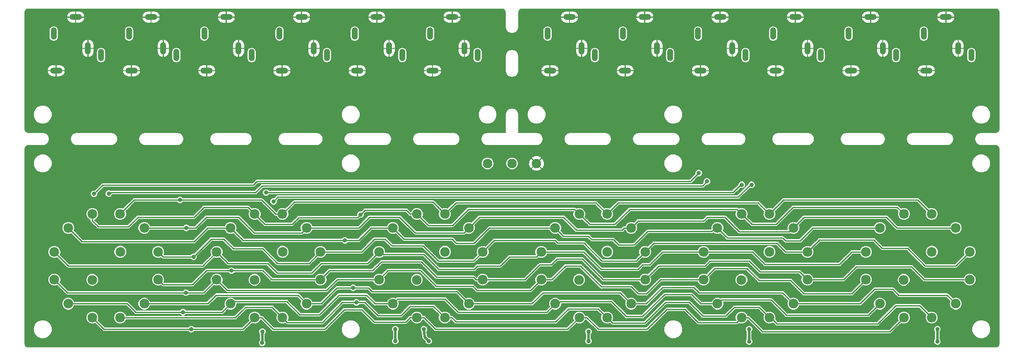
<source format=gbr>
G04 #@! TF.GenerationSoftware,KiCad,Pcbnew,5.0.2-bee76a0~70~ubuntu18.04.1*
G04 #@! TF.CreationDate,2020-05-25T20:10:49+02:00*
G04 #@! TF.ProjectId,AB-AudioMatrix-6x6,41422d41-7564-4696-9f4d-61747269782d,v3.4*
G04 #@! TF.SameCoordinates,Original*
G04 #@! TF.FileFunction,Copper,L1,Top*
G04 #@! TF.FilePolarity,Positive*
%FSLAX46Y46*%
G04 Gerber Fmt 4.6, Leading zero omitted, Abs format (unit mm)*
G04 Created by KiCad (PCBNEW 5.0.2-bee76a0~70~ubuntu18.04.1) date Mo 25 Mai 2020 20:10:49 CEST*
%MOMM*%
%LPD*%
G01*
G04 APERTURE LIST*
G04 #@! TA.AperFunction,ComponentPad*
%ADD10O,1.258000X2.516000*%
G04 #@! TD*
G04 #@! TA.AperFunction,ComponentPad*
%ADD11O,2.516000X1.258000*%
G04 #@! TD*
G04 #@! TA.AperFunction,ComponentPad*
%ADD12C,1.950000*%
G04 #@! TD*
G04 #@! TA.AperFunction,ComponentPad*
%ADD13C,1.981200*%
G04 #@! TD*
G04 #@! TA.AperFunction,ViaPad*
%ADD14C,0.900000*%
G04 #@! TD*
G04 #@! TA.AperFunction,Conductor*
%ADD15C,0.250000*%
G04 #@! TD*
G04 #@! TA.AperFunction,Conductor*
%ADD16C,0.500000*%
G04 #@! TD*
G04 #@! TA.AperFunction,Conductor*
%ADD17C,0.200000*%
G04 #@! TD*
G04 APERTURE END LIST*
D10*
G04 #@! TO.P,J2,5*
G04 #@! TO.N,In2L*
X64650000Y-83400000D03*
D11*
G04 #@! TO.P,J2,4*
G04 #@! TO.N,GND*
X65150000Y-91000000D03*
D10*
G04 #@! TO.P,J2,3*
X71650000Y-86400000D03*
G04 #@! TO.P,J2,2*
G04 #@! TO.N,In2R*
X74350000Y-87800000D03*
D11*
G04 #@! TO.P,J2,1*
G04 #@! TO.N,GND*
X69150000Y-80000000D03*
G04 #@! TD*
D12*
G04 #@! TO.P,J15,2*
G04 #@! TO.N,-VDC*
X143000000Y-110000000D03*
G04 #@! TO.P,J15,1*
G04 #@! TO.N,GND*
X148000000Y-110000000D03*
G04 #@! TO.P,J15,3*
G04 #@! TO.N,+VDC*
X138000000Y-110000000D03*
G04 #@! TD*
D10*
G04 #@! TO.P,J1,5*
G04 #@! TO.N,In1L*
X49250000Y-83400000D03*
D11*
G04 #@! TO.P,J1,4*
G04 #@! TO.N,GND*
X49750000Y-91000000D03*
D10*
G04 #@! TO.P,J1,3*
X56250000Y-86400000D03*
G04 #@! TO.P,J1,2*
G04 #@! TO.N,In1R*
X58950000Y-87800000D03*
D11*
G04 #@! TO.P,J1,1*
G04 #@! TO.N,GND*
X53750000Y-80000000D03*
G04 #@! TD*
D10*
G04 #@! TO.P,J3,5*
G04 #@! TO.N,In3L*
X80050000Y-83400000D03*
D11*
G04 #@! TO.P,J3,4*
G04 #@! TO.N,GND*
X80550000Y-91000000D03*
D10*
G04 #@! TO.P,J3,3*
X87050000Y-86400000D03*
G04 #@! TO.P,J3,2*
G04 #@! TO.N,In3R*
X89750000Y-87800000D03*
D11*
G04 #@! TO.P,J3,1*
G04 #@! TO.N,GND*
X84550000Y-80000000D03*
G04 #@! TD*
D10*
G04 #@! TO.P,J4,5*
G04 #@! TO.N,In4L*
X95450000Y-83400000D03*
D11*
G04 #@! TO.P,J4,4*
G04 #@! TO.N,GND*
X95950000Y-91000000D03*
D10*
G04 #@! TO.P,J4,3*
X102450000Y-86400000D03*
G04 #@! TO.P,J4,2*
G04 #@! TO.N,In4R*
X105150000Y-87800000D03*
D11*
G04 #@! TO.P,J4,1*
G04 #@! TO.N,GND*
X99950000Y-80000000D03*
G04 #@! TD*
D10*
G04 #@! TO.P,J5,5*
G04 #@! TO.N,In5L*
X110850000Y-83400000D03*
D11*
G04 #@! TO.P,J5,4*
G04 #@! TO.N,GND*
X111350000Y-91000000D03*
D10*
G04 #@! TO.P,J5,3*
X117850000Y-86400000D03*
G04 #@! TO.P,J5,2*
G04 #@! TO.N,In5R*
X120550000Y-87800000D03*
D11*
G04 #@! TO.P,J5,1*
G04 #@! TO.N,GND*
X115350000Y-80000000D03*
G04 #@! TD*
D10*
G04 #@! TO.P,J6,5*
G04 #@! TO.N,In6L*
X126250000Y-83400000D03*
D11*
G04 #@! TO.P,J6,4*
G04 #@! TO.N,GND*
X126750000Y-91000000D03*
D10*
G04 #@! TO.P,J6,3*
X133250000Y-86400000D03*
G04 #@! TO.P,J6,2*
G04 #@! TO.N,In6R*
X135950000Y-87800000D03*
D11*
G04 #@! TO.P,J6,1*
G04 #@! TO.N,GND*
X130750000Y-80000000D03*
G04 #@! TD*
D10*
G04 #@! TO.P,J7,5*
G04 #@! TO.N,Out1L*
X150250000Y-83400000D03*
D11*
G04 #@! TO.P,J7,4*
G04 #@! TO.N,GND*
X150750000Y-91000000D03*
D10*
G04 #@! TO.P,J7,3*
X157250000Y-86400000D03*
G04 #@! TO.P,J7,2*
G04 #@! TO.N,Out1R*
X159950000Y-87800000D03*
D11*
G04 #@! TO.P,J7,1*
G04 #@! TO.N,GND*
X154750000Y-80000000D03*
G04 #@! TD*
D10*
G04 #@! TO.P,J8,5*
G04 #@! TO.N,Out2L*
X165650000Y-83400000D03*
D11*
G04 #@! TO.P,J8,4*
G04 #@! TO.N,GND*
X166150000Y-91000000D03*
D10*
G04 #@! TO.P,J8,3*
X172650000Y-86400000D03*
G04 #@! TO.P,J8,2*
G04 #@! TO.N,Out2R*
X175350000Y-87800000D03*
D11*
G04 #@! TO.P,J8,1*
G04 #@! TO.N,GND*
X170150000Y-80000000D03*
G04 #@! TD*
D10*
G04 #@! TO.P,J9,5*
G04 #@! TO.N,Out3L*
X181050000Y-83400000D03*
D11*
G04 #@! TO.P,J9,4*
G04 #@! TO.N,GND*
X181550000Y-91000000D03*
D10*
G04 #@! TO.P,J9,3*
X188050000Y-86400000D03*
G04 #@! TO.P,J9,2*
G04 #@! TO.N,Out3R*
X190750000Y-87800000D03*
D11*
G04 #@! TO.P,J9,1*
G04 #@! TO.N,GND*
X185550000Y-80000000D03*
G04 #@! TD*
D10*
G04 #@! TO.P,J10,5*
G04 #@! TO.N,Out4L*
X196450000Y-83400000D03*
D11*
G04 #@! TO.P,J10,4*
G04 #@! TO.N,GND*
X196950000Y-91000000D03*
D10*
G04 #@! TO.P,J10,3*
X203450000Y-86400000D03*
G04 #@! TO.P,J10,2*
G04 #@! TO.N,Out4R*
X206150000Y-87800000D03*
D11*
G04 #@! TO.P,J10,1*
G04 #@! TO.N,GND*
X200950000Y-80000000D03*
G04 #@! TD*
D10*
G04 #@! TO.P,J11,5*
G04 #@! TO.N,Out5L*
X211850000Y-83400000D03*
D11*
G04 #@! TO.P,J11,4*
G04 #@! TO.N,GND*
X212350000Y-91000000D03*
D10*
G04 #@! TO.P,J11,3*
X218850000Y-86400000D03*
G04 #@! TO.P,J11,2*
G04 #@! TO.N,Out5R*
X221550000Y-87800000D03*
D11*
G04 #@! TO.P,J11,1*
G04 #@! TO.N,GND*
X216350000Y-80000000D03*
G04 #@! TD*
D10*
G04 #@! TO.P,J12,5*
G04 #@! TO.N,Out6L*
X227250000Y-83400000D03*
D11*
G04 #@! TO.P,J12,4*
G04 #@! TO.N,GND*
X227750000Y-91000000D03*
D10*
G04 #@! TO.P,J12,3*
X234250000Y-86400000D03*
G04 #@! TO.P,J12,2*
G04 #@! TO.N,Out6R*
X236950000Y-87800000D03*
D11*
G04 #@! TO.P,J12,1*
G04 #@! TO.N,GND*
X231750000Y-80000000D03*
G04 #@! TD*
D13*
G04 #@! TO.P,SW1,3*
G04 #@! TO.N,In3L*
X49382800Y-133844800D03*
G04 #@! TO.P,SW1,4*
G04 #@! TO.N,In4L*
X49382800Y-128155200D03*
G04 #@! TO.P,SW1,5*
G04 #@! TO.N,In5L*
X52227600Y-123227600D03*
G04 #@! TO.P,SW1,6*
G04 #@! TO.N,In6L*
X57155200Y-120382800D03*
G04 #@! TO.P,SW1,7*
G04 #@! TO.N,In1R*
X62844800Y-120382800D03*
G04 #@! TO.P,SW1,8*
G04 #@! TO.N,In2R*
X67772400Y-123227600D03*
G04 #@! TO.P,SW1,9*
G04 #@! TO.N,In3R*
X70617200Y-128155200D03*
G04 #@! TO.P,SW1,10*
G04 #@! TO.N,In4R*
X70617200Y-133844800D03*
G04 #@! TO.P,SW1,11*
G04 #@! TO.N,In5R*
X67772400Y-138772400D03*
G04 #@! TO.P,SW1,12*
G04 #@! TO.N,In6R*
X62844800Y-141617200D03*
G04 #@! TO.P,SW1,1*
G04 #@! TO.N,In1L*
X57155200Y-141617200D03*
G04 #@! TO.P,SW1,2*
G04 #@! TO.N,In2L*
X52227600Y-138772400D03*
G04 #@! TO.P,SW1,13*
G04 #@! TO.N,Net-(SW1-Pad13)*
X57129800Y-133870200D03*
G04 #@! TO.P,SW1,14*
G04 #@! TO.N,Net-(SW1-Pad14)*
X62870200Y-128129800D03*
G04 #@! TD*
G04 #@! TO.P,SW2,3*
G04 #@! TO.N,In3L*
X82582800Y-133844800D03*
G04 #@! TO.P,SW2,4*
G04 #@! TO.N,In4L*
X82582800Y-128155200D03*
G04 #@! TO.P,SW2,5*
G04 #@! TO.N,In5L*
X85427600Y-123227600D03*
G04 #@! TO.P,SW2,6*
G04 #@! TO.N,In6L*
X90355200Y-120382800D03*
G04 #@! TO.P,SW2,7*
G04 #@! TO.N,In1R*
X96044800Y-120382800D03*
G04 #@! TO.P,SW2,8*
G04 #@! TO.N,In2R*
X100972400Y-123227600D03*
G04 #@! TO.P,SW2,9*
G04 #@! TO.N,In3R*
X103817200Y-128155200D03*
G04 #@! TO.P,SW2,10*
G04 #@! TO.N,In4R*
X103817200Y-133844800D03*
G04 #@! TO.P,SW2,11*
G04 #@! TO.N,In5R*
X100972400Y-138772400D03*
G04 #@! TO.P,SW2,12*
G04 #@! TO.N,In6R*
X96044800Y-141617200D03*
G04 #@! TO.P,SW2,1*
G04 #@! TO.N,In1L*
X90355200Y-141617200D03*
G04 #@! TO.P,SW2,2*
G04 #@! TO.N,In2L*
X85427600Y-138772400D03*
G04 #@! TO.P,SW2,13*
G04 #@! TO.N,Net-(SW2-Pad13)*
X90329800Y-133870200D03*
G04 #@! TO.P,SW2,14*
G04 #@! TO.N,Net-(SW2-Pad14)*
X96070200Y-128129800D03*
G04 #@! TD*
G04 #@! TO.P,SW3,3*
G04 #@! TO.N,In3L*
X115782800Y-133844800D03*
G04 #@! TO.P,SW3,4*
G04 #@! TO.N,In4L*
X115782800Y-128155200D03*
G04 #@! TO.P,SW3,5*
G04 #@! TO.N,In5L*
X118627600Y-123227600D03*
G04 #@! TO.P,SW3,6*
G04 #@! TO.N,In6L*
X123555200Y-120382800D03*
G04 #@! TO.P,SW3,7*
G04 #@! TO.N,In1R*
X129244800Y-120382800D03*
G04 #@! TO.P,SW3,8*
G04 #@! TO.N,In2R*
X134172400Y-123227600D03*
G04 #@! TO.P,SW3,9*
G04 #@! TO.N,In3R*
X137017200Y-128155200D03*
G04 #@! TO.P,SW3,10*
G04 #@! TO.N,In4R*
X137017200Y-133844800D03*
G04 #@! TO.P,SW3,11*
G04 #@! TO.N,In5R*
X134172400Y-138772400D03*
G04 #@! TO.P,SW3,12*
G04 #@! TO.N,In6R*
X129244800Y-141617200D03*
G04 #@! TO.P,SW3,1*
G04 #@! TO.N,In1L*
X123555200Y-141617200D03*
G04 #@! TO.P,SW3,2*
G04 #@! TO.N,In2L*
X118627600Y-138772400D03*
G04 #@! TO.P,SW3,13*
G04 #@! TO.N,Net-(SW3-Pad13)*
X123529800Y-133870200D03*
G04 #@! TO.P,SW3,14*
G04 #@! TO.N,Net-(SW3-Pad14)*
X129270200Y-128129800D03*
G04 #@! TD*
G04 #@! TO.P,SW4,3*
G04 #@! TO.N,In3L*
X148982800Y-133844800D03*
G04 #@! TO.P,SW4,4*
G04 #@! TO.N,In4L*
X148982800Y-128155200D03*
G04 #@! TO.P,SW4,5*
G04 #@! TO.N,In5L*
X151827600Y-123227600D03*
G04 #@! TO.P,SW4,6*
G04 #@! TO.N,In6L*
X156755200Y-120382800D03*
G04 #@! TO.P,SW4,7*
G04 #@! TO.N,In1R*
X162444800Y-120382800D03*
G04 #@! TO.P,SW4,8*
G04 #@! TO.N,In2R*
X167372400Y-123227600D03*
G04 #@! TO.P,SW4,9*
G04 #@! TO.N,In3R*
X170217200Y-128155200D03*
G04 #@! TO.P,SW4,10*
G04 #@! TO.N,In4R*
X170217200Y-133844800D03*
G04 #@! TO.P,SW4,11*
G04 #@! TO.N,In5R*
X167372400Y-138772400D03*
G04 #@! TO.P,SW4,12*
G04 #@! TO.N,In6R*
X162444800Y-141617200D03*
G04 #@! TO.P,SW4,1*
G04 #@! TO.N,In1L*
X156755200Y-141617200D03*
G04 #@! TO.P,SW4,2*
G04 #@! TO.N,In2L*
X151827600Y-138772400D03*
G04 #@! TO.P,SW4,13*
G04 #@! TO.N,Net-(SW4-Pad13)*
X156729800Y-133870200D03*
G04 #@! TO.P,SW4,14*
G04 #@! TO.N,Net-(SW4-Pad14)*
X162470200Y-128129800D03*
G04 #@! TD*
G04 #@! TO.P,SW5,3*
G04 #@! TO.N,In3L*
X182182800Y-133844800D03*
G04 #@! TO.P,SW5,4*
G04 #@! TO.N,In4L*
X182182800Y-128155200D03*
G04 #@! TO.P,SW5,5*
G04 #@! TO.N,In5L*
X185027600Y-123227600D03*
G04 #@! TO.P,SW5,6*
G04 #@! TO.N,In6L*
X189955200Y-120382800D03*
G04 #@! TO.P,SW5,7*
G04 #@! TO.N,In1R*
X195644800Y-120382800D03*
G04 #@! TO.P,SW5,8*
G04 #@! TO.N,In2R*
X200572400Y-123227600D03*
G04 #@! TO.P,SW5,9*
G04 #@! TO.N,In3R*
X203417200Y-128155200D03*
G04 #@! TO.P,SW5,10*
G04 #@! TO.N,In4R*
X203417200Y-133844800D03*
G04 #@! TO.P,SW5,11*
G04 #@! TO.N,In5R*
X200572400Y-138772400D03*
G04 #@! TO.P,SW5,12*
G04 #@! TO.N,In6R*
X195644800Y-141617200D03*
G04 #@! TO.P,SW5,1*
G04 #@! TO.N,In1L*
X189955200Y-141617200D03*
G04 #@! TO.P,SW5,2*
G04 #@! TO.N,In2L*
X185027600Y-138772400D03*
G04 #@! TO.P,SW5,13*
G04 #@! TO.N,Net-(SW5-Pad13)*
X189929800Y-133870200D03*
G04 #@! TO.P,SW5,14*
G04 #@! TO.N,Net-(SW5-Pad14)*
X195670200Y-128129800D03*
G04 #@! TD*
G04 #@! TO.P,SW6,3*
G04 #@! TO.N,In3L*
X215382800Y-133844800D03*
G04 #@! TO.P,SW6,4*
G04 #@! TO.N,In4L*
X215382800Y-128155200D03*
G04 #@! TO.P,SW6,5*
G04 #@! TO.N,In5L*
X218227600Y-123227600D03*
G04 #@! TO.P,SW6,6*
G04 #@! TO.N,In6L*
X223155200Y-120382800D03*
G04 #@! TO.P,SW6,7*
G04 #@! TO.N,In1R*
X228844800Y-120382800D03*
G04 #@! TO.P,SW6,8*
G04 #@! TO.N,In2R*
X233772400Y-123227600D03*
G04 #@! TO.P,SW6,9*
G04 #@! TO.N,In3R*
X236617200Y-128155200D03*
G04 #@! TO.P,SW6,10*
G04 #@! TO.N,In4R*
X236617200Y-133844800D03*
G04 #@! TO.P,SW6,11*
G04 #@! TO.N,In5R*
X233772400Y-138772400D03*
G04 #@! TO.P,SW6,12*
G04 #@! TO.N,In6R*
X228844800Y-141617200D03*
G04 #@! TO.P,SW6,1*
G04 #@! TO.N,In1L*
X223155200Y-141617200D03*
G04 #@! TO.P,SW6,2*
G04 #@! TO.N,In2L*
X218227600Y-138772400D03*
G04 #@! TO.P,SW6,13*
G04 #@! TO.N,Net-(SW6-Pad13)*
X223129800Y-133870200D03*
G04 #@! TO.P,SW6,14*
G04 #@! TO.N,Net-(SW6-Pad14)*
X228870200Y-128129800D03*
G04 #@! TD*
D14*
G04 #@! TO.N,GND*
X191500000Y-110000000D03*
X223000000Y-107000000D03*
X233000000Y-107000000D03*
X191500000Y-96500000D03*
X73000000Y-103000000D03*
X73000000Y-107000000D03*
X107000000Y-103000000D03*
X107000000Y-107000000D03*
X117000000Y-107000000D03*
X117000000Y-107000000D03*
X117000000Y-107000000D03*
X127000000Y-107000000D03*
X137000000Y-107000000D03*
X148000000Y-107000000D03*
X178000000Y-103000000D03*
X178000000Y-107000000D03*
X213000000Y-103000000D03*
X213000000Y-107000000D03*
X201500000Y-96500000D03*
X203500000Y-96500000D03*
X205500000Y-96500000D03*
X207500000Y-96500000D03*
X197500000Y-96500000D03*
X195500000Y-96500000D03*
X193500000Y-96500000D03*
X199500000Y-96500000D03*
X189500000Y-96500000D03*
X187500000Y-96500000D03*
X189500000Y-110000000D03*
X193500000Y-114000000D03*
X195500000Y-114000000D03*
X197500000Y-114000000D03*
X187500000Y-110000000D03*
X199500000Y-114000000D03*
X201500000Y-114000000D03*
X203500000Y-114000000D03*
X205500000Y-114000000D03*
X207500000Y-114000000D03*
X209500000Y-114000000D03*
X79500000Y-96000000D03*
X81500000Y-96000000D03*
X83500000Y-96000000D03*
X85500000Y-96000000D03*
X87500000Y-96000000D03*
X89500000Y-96000000D03*
X91500000Y-96000000D03*
X93500000Y-96000000D03*
X95500000Y-100000000D03*
X97500000Y-100000000D03*
X99500000Y-100000000D03*
X75000000Y-97000000D03*
X95500000Y-110000000D03*
X97500000Y-110000000D03*
X99500000Y-110000000D03*
X85500000Y-110000000D03*
X85500000Y-113500000D03*
X87500000Y-113500000D03*
X89500000Y-113500000D03*
X83500000Y-113500000D03*
X81500000Y-113500000D03*
X79500000Y-113500000D03*
X77500000Y-113500000D03*
X91500000Y-116500000D03*
X61500000Y-122000000D03*
X61500000Y-124500000D03*
X61500000Y-130000000D03*
X61500000Y-140000000D03*
X68500000Y-132500000D03*
X62500000Y-145000000D03*
X90000000Y-144500000D03*
X88000000Y-142000000D03*
X83000000Y-138500000D03*
X82500000Y-136000000D03*
X85500000Y-134500000D03*
X83000000Y-130500000D03*
X85500000Y-129000000D03*
X86500000Y-126000000D03*
X89000000Y-124500000D03*
X91000000Y-123000000D03*
X98500000Y-120000000D03*
X96000000Y-139500000D03*
X122500000Y-143500000D03*
X126500000Y-141000000D03*
X115000000Y-137500000D03*
X138500000Y-137000000D03*
X116500000Y-131500000D03*
X139500000Y-129000000D03*
X133500000Y-128000000D03*
X136500000Y-123000000D03*
X134500000Y-121000000D03*
X125500000Y-119000000D03*
X129500000Y-118000000D03*
X163000000Y-118000000D03*
X165000000Y-119500000D03*
X168000000Y-120500000D03*
X170000000Y-123000000D03*
X167500000Y-128000000D03*
X172500000Y-128000000D03*
X174500000Y-129500000D03*
X173500000Y-132500000D03*
X152500000Y-135000000D03*
X149500000Y-138500000D03*
X162500000Y-139500000D03*
X160000000Y-141000000D03*
X156500000Y-144000000D03*
X189000000Y-144000000D03*
X188000000Y-141500000D03*
X183000000Y-140000000D03*
X183000000Y-137500000D03*
X184500000Y-135000000D03*
X205500000Y-135500000D03*
X206000000Y-132500000D03*
X206500000Y-129500000D03*
X206000000Y-124500000D03*
X203500000Y-122500000D03*
X190500000Y-123000000D03*
X193000000Y-120500000D03*
X225500000Y-120000000D03*
X225500000Y-122000000D03*
X225500000Y-124500000D03*
X225500000Y-127000000D03*
X218000000Y-128500000D03*
X218000000Y-130000000D03*
X219000000Y-132500000D03*
X219000000Y-134500000D03*
X220500000Y-137000000D03*
X220500000Y-138500000D03*
X221000000Y-142000000D03*
X224500000Y-144000000D03*
X240000000Y-140000000D03*
X240000000Y-135000000D03*
X240000000Y-130000000D03*
X240000000Y-125000000D03*
X240000000Y-120000000D03*
X240000000Y-115000000D03*
X45000000Y-140000000D03*
X45000000Y-135000000D03*
X45000000Y-130000000D03*
X45000000Y-125000000D03*
X45000000Y-120000000D03*
X45000000Y-115000000D03*
X53000000Y-107000000D03*
X63000000Y-107000000D03*
X58000000Y-107000000D03*
X68000000Y-107000000D03*
X112000000Y-107000000D03*
X122000000Y-107000000D03*
X132000000Y-107000000D03*
X143000000Y-107000000D03*
X173000000Y-107000000D03*
X168000000Y-107000000D03*
X163000000Y-107000000D03*
X158000000Y-107000000D03*
X153000000Y-107000000D03*
X85500000Y-100000000D03*
X199500000Y-100000000D03*
X199500000Y-110000000D03*
X218000000Y-107000000D03*
X228000000Y-107000000D03*
X238000000Y-107000000D03*
X48000000Y-107000000D03*
X129000000Y-139500000D03*
X54500000Y-137500000D03*
X52500000Y-133500000D03*
G04 #@! TO.N,In6L*
X112000000Y-120500000D03*
G04 #@! TO.N,In6R*
X111200000Y-138499979D03*
G04 #@! TO.N,In5L*
X108800000Y-125800000D03*
G04 #@! TO.N,In5R*
X110500000Y-135500000D03*
G04 #@! TO.N,In4R*
X85600000Y-132000000D03*
G04 #@! TO.N,In3L*
X76300000Y-136500000D03*
G04 #@! TO.N,In3R*
X77854201Y-129145799D03*
G04 #@! TO.N,In2L*
X75700000Y-140500000D03*
G04 #@! TO.N,In2R*
X76400000Y-123227600D03*
G04 #@! TO.N,In1L*
X77400000Y-144000000D03*
G04 #@! TO.N,In1R*
X75054492Y-117499477D03*
G04 #@! TO.N,Out1R*
X182900000Y-113700000D03*
X60500000Y-116200000D03*
G04 #@! TO.N,Out1L*
X181200000Y-112000000D03*
X57500000Y-116250000D03*
G04 #@! TO.N,Out2R*
X192000000Y-114400000D03*
X94200000Y-117800000D03*
G04 #@! TO.N,Out2L*
X92700000Y-116000000D03*
X190000000Y-114400000D03*
G04 #@! TO.N,-VDC*
X91890000Y-146800000D03*
X119130000Y-146400000D03*
X125960000Y-146400000D03*
X158640000Y-146400000D03*
X230000000Y-144000000D03*
X230000000Y-146500000D03*
X191500000Y-144000000D03*
X191500000Y-146500000D03*
X158640000Y-144500000D03*
X125000000Y-144000000D03*
X91940000Y-144500000D03*
X119130000Y-144000000D03*
G04 #@! TD*
D15*
G04 #@! TO.N,In6L*
X57155200Y-121783719D02*
X58371481Y-123000000D01*
X57155200Y-120382800D02*
X57155200Y-121783719D01*
X58371481Y-123000000D02*
X64500000Y-123000000D01*
X64500000Y-123000000D02*
X66500000Y-121000000D01*
X66500000Y-121000000D02*
X78000000Y-121000000D01*
X78000000Y-121000000D02*
X80000000Y-119000000D01*
X88972400Y-119000000D02*
X90355200Y-120382800D01*
X80000000Y-119000000D02*
X88972400Y-119000000D01*
X90355200Y-120382800D02*
X92472400Y-122500000D01*
X92472400Y-122500000D02*
X98000000Y-122500000D01*
X221772400Y-119000000D02*
X223155200Y-120382800D01*
X197000000Y-122500000D02*
X200500000Y-119000000D01*
X189955200Y-120382800D02*
X192072400Y-122500000D01*
X200500000Y-119000000D02*
X221772400Y-119000000D01*
X192072400Y-122500000D02*
X197000000Y-122500000D01*
X125872400Y-122700000D02*
X130800000Y-122700000D01*
X123555200Y-120382800D02*
X125872400Y-122700000D01*
X130800000Y-122700000D02*
X134100000Y-119400000D01*
X153907799Y-119392201D02*
X153900000Y-119400000D01*
X155764601Y-119392201D02*
X153907799Y-119392201D01*
X156755200Y-120382800D02*
X155764601Y-119392201D01*
X134100000Y-119400000D02*
X153900000Y-119400000D01*
X98000000Y-122500000D02*
X99400000Y-121100000D01*
X122154281Y-120382800D02*
X123555200Y-120382800D01*
X121371481Y-119600000D02*
X122154281Y-120382800D01*
X112900000Y-119600000D02*
X121371481Y-119600000D01*
X99400000Y-121100000D02*
X111400000Y-121100000D01*
X112000000Y-120500000D02*
X112900000Y-119600000D01*
X111400000Y-121100000D02*
X112000000Y-120500000D01*
X158872400Y-122500000D02*
X156755200Y-120382800D01*
X164000000Y-122500000D02*
X158872400Y-122500000D01*
X167107799Y-119392201D02*
X164000000Y-122500000D01*
X188964601Y-119392201D02*
X167107799Y-119392201D01*
X189955200Y-120382800D02*
X188964601Y-119392201D01*
G04 #@! TO.N,In6R*
X88522906Y-139500000D02*
X87721307Y-140301599D01*
X96044800Y-141617200D02*
X93927600Y-139500000D01*
X93927600Y-139500000D02*
X88522906Y-139500000D01*
X87721307Y-140301599D02*
X87698401Y-140301599D01*
X86382800Y-141617200D02*
X83000000Y-141617200D01*
X87698401Y-140301599D02*
X86382800Y-141617200D01*
X83000000Y-141617200D02*
X62844800Y-141617200D01*
X129244800Y-141617200D02*
X130645719Y-141617200D01*
X130645719Y-141617200D02*
X131528519Y-142500000D01*
X131528519Y-142500000D02*
X151917200Y-142500000D01*
X151917200Y-142500000D02*
X154617200Y-139800000D01*
X160627600Y-139800000D02*
X160900000Y-140072400D01*
X154617200Y-139800000D02*
X160627600Y-139800000D01*
X160900000Y-140072400D02*
X162444800Y-141617200D01*
X193527600Y-139500000D02*
X195644800Y-141617200D01*
X188500000Y-139500000D02*
X193527600Y-139500000D01*
X186700000Y-141300000D02*
X188500000Y-139500000D01*
X162444800Y-141617200D02*
X163527600Y-142700000D01*
X163527600Y-142700000D02*
X170200000Y-142700000D01*
X170200000Y-142700000D02*
X174400000Y-138500000D01*
X179200000Y-138500000D02*
X182000000Y-141300000D01*
X174400000Y-138500000D02*
X179200000Y-138500000D01*
X182000000Y-141300000D02*
X186700000Y-141300000D01*
X108300021Y-138499979D02*
X111200000Y-138499979D01*
X104200000Y-142600000D02*
X108300021Y-138499979D01*
X100392201Y-142607799D02*
X100400000Y-142600000D01*
X97035399Y-142607799D02*
X100392201Y-142607799D01*
X100400000Y-142600000D02*
X104200000Y-142600000D01*
X96044800Y-141617200D02*
X97035399Y-142607799D01*
X122200000Y-139300000D02*
X126927600Y-139300000D01*
X120300000Y-141200000D02*
X122200000Y-139300000D01*
X115563604Y-141200000D02*
X120300000Y-141200000D01*
X112863583Y-138499979D02*
X115563604Y-141200000D01*
X126927600Y-139300000D02*
X129244800Y-141617200D01*
X111200000Y-138499979D02*
X112863583Y-138499979D01*
X226427600Y-139200000D02*
X221500000Y-139200000D01*
X228844800Y-141617200D02*
X226427600Y-139200000D01*
X197200000Y-142900000D02*
X195917200Y-141617200D01*
X195917200Y-141617200D02*
X195644800Y-141617200D01*
X221500000Y-139200000D02*
X217800000Y-142900000D01*
X217800000Y-142900000D02*
X197200000Y-142900000D01*
G04 #@! TO.N,In5L*
X80772400Y-123227600D02*
X85427600Y-123227600D01*
X78000000Y-126000000D02*
X80772400Y-123227600D01*
X52227600Y-123227600D02*
X55000000Y-126000000D01*
X55000000Y-126000000D02*
X78000000Y-126000000D01*
X85427600Y-123227600D02*
X88000000Y-125800000D01*
X186700000Y-124900000D02*
X185027600Y-123227600D01*
X218227600Y-123227600D02*
X204572400Y-123227600D01*
X187100000Y-125300000D02*
X186700000Y-124900000D01*
X204572400Y-123227600D02*
X201900000Y-125900000D01*
X201900000Y-125900000D02*
X199000000Y-125900000D01*
X199000000Y-125900000D02*
X198400000Y-125300000D01*
X198400000Y-125300000D02*
X187100000Y-125300000D01*
X88000000Y-125800000D02*
X103200000Y-125800000D01*
X111627600Y-125800000D02*
X114200000Y-123227600D01*
X114200000Y-123227600D02*
X118627600Y-123227600D01*
X103200000Y-125800000D02*
X108800000Y-125800000D01*
X108800000Y-125800000D02*
X111627600Y-125800000D01*
X118627600Y-123227600D02*
X120900000Y-125500000D01*
X120900000Y-125500000D02*
X130700000Y-125500000D01*
X130700000Y-125500000D02*
X131600000Y-126400000D01*
X131600000Y-126400000D02*
X135200000Y-126400000D01*
X135200000Y-126400000D02*
X138372400Y-123227600D01*
X139000000Y-123227600D02*
X151827600Y-123227600D01*
X138372400Y-123227600D02*
X139000000Y-123227600D01*
X183845719Y-123954281D02*
X184572400Y-123227600D01*
X151827600Y-123227600D02*
X153500000Y-124900000D01*
X153500000Y-124900000D02*
X158600000Y-124900000D01*
X158600000Y-124900000D02*
X159300000Y-125600000D01*
X184572400Y-123227600D02*
X185027600Y-123227600D01*
X170745719Y-123954281D02*
X183845719Y-123954281D01*
X159300000Y-125600000D02*
X163700000Y-125600000D01*
X168000000Y-126700000D02*
X170745719Y-123954281D01*
X163700000Y-125600000D02*
X164800000Y-126700000D01*
X164800000Y-126700000D02*
X168000000Y-126700000D01*
G04 #@! TO.N,In5R*
X99200000Y-137000000D02*
X100972400Y-138772400D01*
X82500000Y-137000000D02*
X99200000Y-137000000D01*
X67772400Y-138772400D02*
X80727600Y-138772400D01*
X80727600Y-138772400D02*
X82500000Y-137000000D01*
X165100000Y-136500000D02*
X149372400Y-136500000D01*
X147100000Y-138772400D02*
X134172400Y-138772400D01*
X149372400Y-136500000D02*
X147100000Y-138772400D01*
X167372400Y-138772400D02*
X165100000Y-136500000D01*
X103927600Y-138772400D02*
X100972400Y-138772400D01*
X107200000Y-135500000D02*
X103927600Y-138772400D01*
X170427600Y-138772400D02*
X167372400Y-138772400D01*
X173800000Y-135400000D02*
X170427600Y-138772400D01*
X198300000Y-136500000D02*
X181300000Y-136500000D01*
X180200000Y-135400000D02*
X173800000Y-135400000D01*
X181300000Y-136500000D02*
X180200000Y-135400000D01*
X200572400Y-138772400D02*
X198300000Y-136500000D01*
X214227600Y-138772400D02*
X200572400Y-138772400D01*
X222100000Y-137000000D02*
X220900000Y-135800000D01*
X232000000Y-137000000D02*
X222100000Y-137000000D01*
X217200000Y-135800000D02*
X214227600Y-138772400D01*
X220900000Y-135800000D02*
X217200000Y-135800000D01*
X233772400Y-138772400D02*
X232000000Y-137000000D01*
X110500000Y-135500000D02*
X107200000Y-135500000D01*
X113600000Y-135500000D02*
X114400000Y-136300000D01*
X131700000Y-136300000D02*
X134172400Y-138772400D01*
X114400000Y-136300000D02*
X131700000Y-136300000D01*
X110500000Y-135500000D02*
X113600000Y-135500000D01*
G04 #@! TO.N,In4L*
X182182800Y-128682800D02*
X182500000Y-129000000D01*
X182182800Y-128155200D02*
X182182800Y-128682800D01*
X84927600Y-130500000D02*
X93000000Y-130500000D01*
X113438000Y-130500000D02*
X115782800Y-128155200D01*
X82582800Y-128155200D02*
X84927600Y-130500000D01*
X102000000Y-132500000D02*
X104000000Y-130500000D01*
X104000000Y-130500000D02*
X113438000Y-130500000D01*
X93000000Y-130500000D02*
X95000000Y-132500000D01*
X95000000Y-132500000D02*
X102000000Y-132500000D01*
X52227600Y-131000000D02*
X49382800Y-128155200D01*
X79738000Y-131000000D02*
X52227600Y-131000000D01*
X82582800Y-128155200D02*
X79738000Y-131000000D01*
X194700000Y-130700000D02*
X192155200Y-128155200D01*
X192155200Y-128155200D02*
X182182800Y-128155200D01*
X116055200Y-128155200D02*
X115782800Y-128155200D01*
X116600000Y-128700000D02*
X116055200Y-128155200D01*
X128000000Y-131700000D02*
X125000000Y-128700000D01*
X136000000Y-131000000D02*
X135300000Y-131700000D01*
X147992201Y-129145799D02*
X142454201Y-129145799D01*
X142454201Y-129145799D02*
X140600000Y-131000000D01*
X135300000Y-131700000D02*
X128000000Y-131700000D01*
X125000000Y-128700000D02*
X116600000Y-128700000D01*
X148982800Y-128155200D02*
X147992201Y-129145799D01*
X140600000Y-131000000D02*
X136000000Y-131000000D01*
X173844800Y-128155200D02*
X182182800Y-128155200D01*
X148982800Y-128155200D02*
X157655200Y-128155200D01*
X157655200Y-128155200D02*
X161200000Y-131700000D01*
X161200000Y-131700000D02*
X168800000Y-131700000D01*
X169700000Y-130800000D02*
X171200000Y-130800000D01*
X168800000Y-131700000D02*
X169700000Y-130800000D01*
X171200000Y-130800000D02*
X173844800Y-128155200D01*
X215382800Y-128155200D02*
X212544800Y-128155200D01*
X212544800Y-128155200D02*
X210000000Y-130700000D01*
X210000000Y-130700000D02*
X194700000Y-130700000D01*
G04 #@! TO.N,In4R*
X77664601Y-134835399D02*
X71607799Y-134835399D01*
X80500000Y-132000000D02*
X77664601Y-134835399D01*
X71607799Y-134835399D02*
X70617200Y-133844800D01*
X93844800Y-133844800D02*
X92000000Y-132000000D01*
X103817200Y-133844800D02*
X93844800Y-133844800D01*
X105662000Y-132000000D02*
X103817200Y-133844800D01*
X114500000Y-132000000D02*
X105662000Y-132000000D01*
X135616281Y-133844800D02*
X135116281Y-133344800D01*
X135116281Y-133344800D02*
X127600000Y-133344800D01*
X127600000Y-133344800D02*
X124455200Y-130200000D01*
X137017200Y-133844800D02*
X135616281Y-133844800D01*
X124455200Y-130200000D02*
X116300000Y-130200000D01*
X116300000Y-130200000D02*
X114500000Y-132000000D01*
X161600000Y-133844800D02*
X170217200Y-133844800D01*
X137017200Y-133844800D02*
X145655200Y-133844800D01*
X145655200Y-133844800D02*
X148700000Y-130800000D01*
X151000000Y-130800000D02*
X152200000Y-129600000D01*
X152200000Y-129600000D02*
X157355200Y-129600000D01*
X148700000Y-130800000D02*
X151000000Y-130800000D01*
X157355200Y-129600000D02*
X161600000Y-133844800D01*
X173062000Y-131000000D02*
X170217200Y-133844800D01*
X201800000Y-132227600D02*
X193727600Y-132227600D01*
X203417200Y-133844800D02*
X201800000Y-132227600D01*
X182500000Y-131000000D02*
X173062000Y-131000000D01*
X193727600Y-132227600D02*
X191500000Y-130000000D01*
X191500000Y-130000000D02*
X183500000Y-130000000D01*
X183500000Y-130000000D02*
X182500000Y-131000000D01*
X210800000Y-133844800D02*
X203417200Y-133844800D01*
X213444800Y-131200000D02*
X210800000Y-133844800D01*
X224700000Y-131200000D02*
X213444800Y-131200000D01*
X227344800Y-133844800D02*
X224700000Y-131200000D01*
X236617200Y-133844800D02*
X227344800Y-133844800D01*
X85600000Y-132000000D02*
X80500000Y-132000000D01*
X92000000Y-132000000D02*
X85600000Y-132000000D01*
G04 #@! TO.N,In3L*
X52038000Y-136500000D02*
X49382800Y-133844800D01*
X82582800Y-133844800D02*
X79927600Y-136500000D01*
X117627600Y-132000000D02*
X115782800Y-133844800D01*
X148982800Y-133844800D02*
X146827600Y-136000000D01*
X146827600Y-136000000D02*
X135800000Y-136000000D01*
X127500000Y-135200000D02*
X124300000Y-132000000D01*
X135800000Y-136000000D02*
X135000000Y-135200000D01*
X124300000Y-132000000D02*
X117627600Y-132000000D01*
X135000000Y-135200000D02*
X127500000Y-135200000D01*
X183173399Y-132854201D02*
X182182800Y-133844800D01*
X183173399Y-132826601D02*
X183173399Y-132854201D01*
X184500000Y-131500000D02*
X183173399Y-132826601D01*
X215382800Y-133844800D02*
X212527600Y-136700000D01*
X212527600Y-136700000D02*
X202700000Y-136700000D01*
X202700000Y-136700000D02*
X200000000Y-134000000D01*
X200000000Y-134000000D02*
X193500000Y-134000000D01*
X191000000Y-131500000D02*
X184500000Y-131500000D01*
X193500000Y-134000000D02*
X191000000Y-131500000D01*
X84738000Y-136000000D02*
X82582800Y-133844800D01*
X105100000Y-136000000D02*
X84738000Y-136000000D01*
X107255200Y-133844800D02*
X105100000Y-136000000D01*
X115782800Y-133844800D02*
X107255200Y-133844800D01*
X79927600Y-136500000D02*
X76300000Y-136500000D01*
X76300000Y-136500000D02*
X52038000Y-136500000D01*
X151155200Y-133844800D02*
X148982800Y-133844800D01*
X154000000Y-131000000D02*
X151155200Y-133844800D01*
X157000000Y-131000000D02*
X154000000Y-131000000D01*
X182182800Y-133844800D02*
X173400000Y-133844800D01*
X161300000Y-135300000D02*
X157000000Y-131000000D01*
X173400000Y-133844800D02*
X170544800Y-136700000D01*
X168800000Y-136700000D02*
X167400000Y-135300000D01*
X170544800Y-136700000D02*
X168800000Y-136700000D01*
X167400000Y-135300000D02*
X161300000Y-135300000D01*
G04 #@! TO.N,In3R*
X102972400Y-129000000D02*
X103817200Y-128155200D01*
X101472400Y-130500000D02*
X102972400Y-129000000D01*
X95000000Y-130500000D02*
X101472400Y-130500000D01*
X92000000Y-127500000D02*
X95000000Y-130500000D01*
X84000000Y-125500000D02*
X86000000Y-127500000D01*
X71607799Y-129145799D02*
X77854201Y-129145799D01*
X70617200Y-128155200D02*
X71607799Y-129145799D01*
X86000000Y-127500000D02*
X92000000Y-127500000D01*
X77854201Y-129145799D02*
X81500000Y-125500000D01*
X81500000Y-125500000D02*
X84000000Y-125500000D01*
X168372400Y-130000000D02*
X170217200Y-128155200D01*
X137017200Y-128155200D02*
X139372400Y-125800000D01*
X151800000Y-125800000D02*
X152300000Y-126300000D01*
X161400000Y-130000000D02*
X168372400Y-130000000D01*
X139372400Y-125800000D02*
X151800000Y-125800000D01*
X152300000Y-126300000D02*
X157700000Y-126300000D01*
X157700000Y-126300000D02*
X161400000Y-130000000D01*
X197200000Y-126372400D02*
X172000000Y-126372400D01*
X198982800Y-128155200D02*
X197200000Y-126372400D01*
X172000000Y-126372400D02*
X170217200Y-128155200D01*
X203417200Y-128155200D02*
X198982800Y-128155200D01*
X205872400Y-125700000D02*
X203417200Y-128155200D01*
X236617200Y-128155200D02*
X233772400Y-131000000D01*
X233772400Y-131000000D02*
X227500000Y-131000000D01*
X227500000Y-131000000D02*
X223900000Y-127400000D01*
X223900000Y-127400000D02*
X218700000Y-127400000D01*
X218700000Y-127400000D02*
X217000000Y-125700000D01*
X217000000Y-125700000D02*
X205872400Y-125700000D01*
X112244800Y-128155200D02*
X103817200Y-128155200D01*
X114900000Y-125500000D02*
X112244800Y-128155200D01*
X137017200Y-128155200D02*
X135172400Y-130000000D01*
X127900000Y-130000000D02*
X124800000Y-126900000D01*
X124800000Y-126900000D02*
X118400000Y-126900000D01*
X118400000Y-126900000D02*
X117000000Y-125500000D01*
X135172400Y-130000000D02*
X127900000Y-130000000D01*
X117000000Y-125500000D02*
X114900000Y-125500000D01*
G04 #@! TO.N,In2L*
X83700000Y-140500000D02*
X85427600Y-138772400D01*
X52227600Y-138772400D02*
X64272400Y-138772400D01*
X64272400Y-138772400D02*
X66000000Y-140500000D01*
X151827600Y-138772400D02*
X152027600Y-138772400D01*
X196000000Y-138000000D02*
X185800000Y-138000000D01*
X199100000Y-141100000D02*
X196000000Y-138000000D01*
X218227600Y-138772400D02*
X215900000Y-141100000D01*
X185800000Y-138000000D02*
X185027600Y-138772400D01*
X215900000Y-141100000D02*
X199100000Y-141100000D01*
X66000000Y-140500000D02*
X75700000Y-140500000D01*
X75700000Y-140500000D02*
X83700000Y-140500000D01*
X114972400Y-138772400D02*
X118627600Y-138772400D01*
X113200000Y-137000000D02*
X114972400Y-138772400D01*
X85427600Y-138772400D02*
X85900000Y-138300000D01*
X85900000Y-138300000D02*
X96900000Y-138300000D01*
X103600000Y-141000000D02*
X107600000Y-137000000D01*
X96900000Y-138300000D02*
X99600000Y-141000000D01*
X99600000Y-141000000D02*
X103600000Y-141000000D01*
X107600000Y-137000000D02*
X113200000Y-137000000D01*
X152427600Y-138772400D02*
X151827600Y-138772400D01*
X152900000Y-138300000D02*
X152427600Y-138772400D01*
X163300000Y-138300000D02*
X152900000Y-138300000D01*
X181600000Y-138772400D02*
X179727600Y-136900000D01*
X185027600Y-138772400D02*
X181600000Y-138772400D01*
X169700000Y-141400000D02*
X166400000Y-141400000D01*
X179727600Y-136900000D02*
X174200000Y-136900000D01*
X174200000Y-136900000D02*
X169700000Y-141400000D01*
X166400000Y-141400000D02*
X163300000Y-138300000D01*
X150100000Y-140500000D02*
X151827600Y-138772400D01*
X132000000Y-140500000D02*
X150100000Y-140500000D01*
X129281801Y-137781801D02*
X132000000Y-140500000D01*
X118627600Y-138772400D02*
X119618199Y-137781801D01*
X119618199Y-137781801D02*
X129281801Y-137781801D01*
G04 #@! TO.N,In2R*
X87000000Y-121000000D02*
X80500000Y-121000000D01*
X90218199Y-124218199D02*
X87000000Y-121000000D01*
X80500000Y-121000000D02*
X78272400Y-123227600D01*
X99981801Y-124218199D02*
X90218199Y-124218199D01*
X100972400Y-123227600D02*
X99981801Y-124218199D01*
X219500000Y-121000000D02*
X202800000Y-121000000D01*
X221727600Y-123227600D02*
X219500000Y-121000000D01*
X202800000Y-121000000D02*
X200572400Y-123227600D01*
X233772400Y-123227600D02*
X221727600Y-123227600D01*
X136400000Y-121000000D02*
X134172400Y-123227600D01*
X153500000Y-121000000D02*
X136400000Y-121000000D01*
X156200000Y-123700000D02*
X153500000Y-121000000D01*
X165499081Y-123700000D02*
X156200000Y-123700000D01*
X165971481Y-123227600D02*
X165499081Y-123700000D01*
X167372400Y-123227600D02*
X165971481Y-123227600D01*
X168800000Y-121800000D02*
X167372400Y-123227600D01*
X182200000Y-121800000D02*
X168800000Y-121800000D01*
X200572400Y-123227600D02*
X200472400Y-123227600D01*
X200472400Y-123227600D02*
X199700000Y-124000000D01*
X199700000Y-124000000D02*
X189500000Y-124000000D01*
X186500000Y-121000000D02*
X183000000Y-121000000D01*
X189500000Y-124000000D02*
X186500000Y-121000000D01*
X183000000Y-121000000D02*
X182200000Y-121800000D01*
X78272400Y-123227600D02*
X76400000Y-123227600D01*
X76400000Y-123227600D02*
X67772400Y-123227600D01*
X111672400Y-123227600D02*
X100972400Y-123227600D01*
X113900000Y-121000000D02*
X111672400Y-123227600D01*
X120000000Y-121000000D02*
X113900000Y-121000000D01*
X123218199Y-124218199D02*
X120000000Y-121000000D01*
X134172400Y-123227600D02*
X133181801Y-124218199D01*
X133181801Y-124218199D02*
X123218199Y-124218199D01*
G04 #@! TO.N,In1L*
X87972400Y-144000000D02*
X90355200Y-141617200D01*
X57155200Y-141617200D02*
X59538000Y-144000000D01*
X59538000Y-144000000D02*
X77400000Y-144000000D01*
X77400000Y-144000000D02*
X87972400Y-144000000D01*
X191356119Y-141617200D02*
X194238919Y-144500000D01*
X189955200Y-141617200D02*
X191356119Y-141617200D01*
X194238919Y-144500000D02*
X220272400Y-144500000D01*
X222164601Y-142607799D02*
X223155200Y-141617200D01*
X220272400Y-144500000D02*
X222164601Y-142607799D01*
X124956119Y-141617200D02*
X123555200Y-141617200D01*
X156755200Y-141617200D02*
X154372400Y-144000000D01*
X154372400Y-144000000D02*
X127338919Y-144000000D01*
X127338919Y-144000000D02*
X124956119Y-141617200D01*
X156755200Y-141617200D02*
X158272201Y-141617200D01*
X158272201Y-141617200D02*
X160655001Y-144000000D01*
X181107799Y-142607799D02*
X188964601Y-142607799D01*
X188964601Y-142607799D02*
X189955200Y-141617200D01*
X178400000Y-139900000D02*
X181107799Y-142607799D01*
X174700000Y-139900000D02*
X178400000Y-139900000D01*
X170600000Y-144000000D02*
X174700000Y-139900000D01*
X160655001Y-144000000D02*
X170600000Y-144000000D01*
X112300000Y-140000000D02*
X108700000Y-140000000D01*
X104700000Y-144000000D02*
X94138919Y-144000000D01*
X123555200Y-141617200D02*
X122154281Y-141617200D01*
X122154281Y-141617200D02*
X121256482Y-142514999D01*
X94138919Y-144000000D02*
X91756119Y-141617200D01*
X121256482Y-142514999D02*
X114814999Y-142514999D01*
X114814999Y-142514999D02*
X112300000Y-140000000D01*
X108700000Y-140000000D02*
X104700000Y-144000000D01*
X91756119Y-141617200D02*
X90355200Y-141617200D01*
G04 #@! TO.N,In1R*
X198527600Y-117500000D02*
X195644800Y-120382800D01*
X225962000Y-117500000D02*
X198527600Y-117500000D01*
X228844800Y-120382800D02*
X225962000Y-117500000D01*
X65728123Y-117499477D02*
X62844800Y-120382800D01*
X75054492Y-117499477D02*
X65728123Y-117499477D01*
X91760558Y-117499477D02*
X90500000Y-117499477D01*
X94643881Y-120382800D02*
X91760558Y-117499477D01*
X96044800Y-120382800D02*
X94643881Y-120382800D01*
X75054492Y-117499477D02*
X90500000Y-117499477D01*
X193362000Y-118100000D02*
X193900000Y-118638000D01*
X164727600Y-118100000D02*
X193362000Y-118100000D01*
X195644800Y-120382800D02*
X193900000Y-118638000D01*
X164727600Y-118100000D02*
X162444800Y-120382800D01*
X131527600Y-118100000D02*
X160162000Y-118100000D01*
X160162000Y-118100000D02*
X160462000Y-118400000D01*
X162444800Y-120382800D02*
X160462000Y-118400000D01*
X131527600Y-118100000D02*
X129244800Y-120382800D01*
X98489600Y-117938000D02*
X97527600Y-118900000D01*
X126800000Y-117938000D02*
X98489600Y-117938000D01*
X97527600Y-118900000D02*
X96044800Y-120382800D01*
X129244800Y-120382800D02*
X126800000Y-117938000D01*
G04 #@! TO.N,Out1R*
X182000000Y-114600000D02*
X182900000Y-113700000D01*
X105600000Y-114600000D02*
X182000000Y-114600000D01*
X105300000Y-114600000D02*
X105600000Y-114600000D01*
X91900000Y-114600000D02*
X105600000Y-114600000D01*
X61000000Y-116000000D02*
X90500000Y-116000000D01*
X90500000Y-116000000D02*
X91900000Y-114600000D01*
X60500000Y-116200000D02*
X60800000Y-116200000D01*
X60800000Y-116200000D02*
X61000000Y-116000000D01*
G04 #@! TO.N,Out1L*
X59299999Y-114450001D02*
X57500000Y-116250000D01*
X90049999Y-114450001D02*
X59299999Y-114450001D01*
X90800000Y-113700000D02*
X90049999Y-114450001D01*
X181200000Y-112000000D02*
X179500000Y-113700000D01*
X179500000Y-113700000D02*
X90800000Y-113700000D01*
G04 #@! TO.N,Out2R*
X192070001Y-114079998D02*
X189249999Y-116900000D01*
X192000000Y-114000000D02*
X192070001Y-114079998D01*
X95100000Y-116900000D02*
X94200000Y-117800000D01*
X95700000Y-116900000D02*
X95100000Y-116900000D01*
X189249999Y-116900000D02*
X95700000Y-116900000D01*
G04 #@! TO.N,Out2L*
X188170000Y-116000000D02*
X92700000Y-116000000D01*
X190040001Y-114129999D02*
X188170000Y-116000000D01*
X190000000Y-114000000D02*
X190040001Y-114129999D01*
D16*
G04 #@! TO.N,-VDC*
X230000000Y-144000000D02*
X230000000Y-146500000D01*
X191500000Y-144000000D02*
X191500000Y-146500000D01*
X158640000Y-146400000D02*
X158640000Y-144500000D01*
X125130000Y-145570000D02*
X125960000Y-146400000D01*
X125000000Y-144000000D02*
X125130000Y-145570000D01*
X91940000Y-146750000D02*
X91890000Y-146800000D01*
X91940000Y-144500000D02*
X91940000Y-146750000D01*
X119130000Y-146400000D02*
X119130000Y-144000000D01*
G04 #@! TD*
D17*
G04 #@! TO.N,GND*
G36*
X141246121Y-78405813D02*
X141454772Y-78545229D01*
X141594187Y-78753880D01*
X141650001Y-79034477D01*
X141650000Y-82034467D01*
X141656725Y-82068276D01*
X141656725Y-82068281D01*
X141732845Y-82450964D01*
X141785105Y-82577132D01*
X141785108Y-82577135D01*
X142001878Y-82901556D01*
X142098443Y-82998121D01*
X142098446Y-82998122D01*
X142422867Y-83214894D01*
X142422868Y-83214895D01*
X142496775Y-83245508D01*
X142549035Y-83267155D01*
X142549036Y-83267155D01*
X142931717Y-83343275D01*
X143068283Y-83343275D01*
X143450964Y-83267155D01*
X143450965Y-83267155D01*
X143487918Y-83251848D01*
X143577132Y-83214895D01*
X143577135Y-83214892D01*
X143901556Y-82998122D01*
X143998121Y-82901557D01*
X143998122Y-82901554D01*
X144214894Y-82577133D01*
X144214895Y-82577132D01*
X144267155Y-82450964D01*
X144343275Y-82068281D01*
X144343275Y-82068277D01*
X144350000Y-82034468D01*
X144350000Y-80216910D01*
X152911293Y-80216910D01*
X152975985Y-80447221D01*
X153234288Y-80851357D01*
X153627585Y-81125881D01*
X154096000Y-81229000D01*
X154725000Y-81229000D01*
X154725000Y-80025000D01*
X154775000Y-80025000D01*
X154775000Y-81229000D01*
X155404000Y-81229000D01*
X155872415Y-81125881D01*
X156265712Y-80851357D01*
X156524015Y-80447221D01*
X156588707Y-80216910D01*
X168311293Y-80216910D01*
X168375985Y-80447221D01*
X168634288Y-80851357D01*
X169027585Y-81125881D01*
X169496000Y-81229000D01*
X170125000Y-81229000D01*
X170125000Y-80025000D01*
X170175000Y-80025000D01*
X170175000Y-81229000D01*
X170804000Y-81229000D01*
X171272415Y-81125881D01*
X171665712Y-80851357D01*
X171924015Y-80447221D01*
X171988707Y-80216910D01*
X183711293Y-80216910D01*
X183775985Y-80447221D01*
X184034288Y-80851357D01*
X184427585Y-81125881D01*
X184896000Y-81229000D01*
X185525000Y-81229000D01*
X185525000Y-80025000D01*
X185575000Y-80025000D01*
X185575000Y-81229000D01*
X186204000Y-81229000D01*
X186672415Y-81125881D01*
X187065712Y-80851357D01*
X187324015Y-80447221D01*
X187388707Y-80216910D01*
X199111293Y-80216910D01*
X199175985Y-80447221D01*
X199434288Y-80851357D01*
X199827585Y-81125881D01*
X200296000Y-81229000D01*
X200925000Y-81229000D01*
X200925000Y-80025000D01*
X200975000Y-80025000D01*
X200975000Y-81229000D01*
X201604000Y-81229000D01*
X202072415Y-81125881D01*
X202465712Y-80851357D01*
X202724015Y-80447221D01*
X202788707Y-80216910D01*
X214511293Y-80216910D01*
X214575985Y-80447221D01*
X214834288Y-80851357D01*
X215227585Y-81125881D01*
X215696000Y-81229000D01*
X216325000Y-81229000D01*
X216325000Y-80025000D01*
X216375000Y-80025000D01*
X216375000Y-81229000D01*
X217004000Y-81229000D01*
X217472415Y-81125881D01*
X217865712Y-80851357D01*
X218124015Y-80447221D01*
X218188707Y-80216910D01*
X229911293Y-80216910D01*
X229975985Y-80447221D01*
X230234288Y-80851357D01*
X230627585Y-81125881D01*
X231096000Y-81229000D01*
X231725000Y-81229000D01*
X231725000Y-80025000D01*
X231775000Y-80025000D01*
X231775000Y-81229000D01*
X232404000Y-81229000D01*
X232872415Y-81125881D01*
X233265712Y-80851357D01*
X233524015Y-80447221D01*
X233588707Y-80216910D01*
X233457710Y-80025000D01*
X231775000Y-80025000D01*
X231725000Y-80025000D01*
X230042290Y-80025000D01*
X229911293Y-80216910D01*
X218188707Y-80216910D01*
X218057710Y-80025000D01*
X216375000Y-80025000D01*
X216325000Y-80025000D01*
X214642290Y-80025000D01*
X214511293Y-80216910D01*
X202788707Y-80216910D01*
X202657710Y-80025000D01*
X200975000Y-80025000D01*
X200925000Y-80025000D01*
X199242290Y-80025000D01*
X199111293Y-80216910D01*
X187388707Y-80216910D01*
X187257710Y-80025000D01*
X185575000Y-80025000D01*
X185525000Y-80025000D01*
X183842290Y-80025000D01*
X183711293Y-80216910D01*
X171988707Y-80216910D01*
X171857710Y-80025000D01*
X170175000Y-80025000D01*
X170125000Y-80025000D01*
X168442290Y-80025000D01*
X168311293Y-80216910D01*
X156588707Y-80216910D01*
X156457710Y-80025000D01*
X154775000Y-80025000D01*
X154725000Y-80025000D01*
X153042290Y-80025000D01*
X152911293Y-80216910D01*
X144350000Y-80216910D01*
X144350000Y-79783090D01*
X152911293Y-79783090D01*
X153042290Y-79975000D01*
X154725000Y-79975000D01*
X154725000Y-78771000D01*
X154775000Y-78771000D01*
X154775000Y-79975000D01*
X156457710Y-79975000D01*
X156588707Y-79783090D01*
X168311293Y-79783090D01*
X168442290Y-79975000D01*
X170125000Y-79975000D01*
X170125000Y-78771000D01*
X170175000Y-78771000D01*
X170175000Y-79975000D01*
X171857710Y-79975000D01*
X171988707Y-79783090D01*
X183711293Y-79783090D01*
X183842290Y-79975000D01*
X185525000Y-79975000D01*
X185525000Y-78771000D01*
X185575000Y-78771000D01*
X185575000Y-79975000D01*
X187257710Y-79975000D01*
X187388707Y-79783090D01*
X199111293Y-79783090D01*
X199242290Y-79975000D01*
X200925000Y-79975000D01*
X200925000Y-78771000D01*
X200975000Y-78771000D01*
X200975000Y-79975000D01*
X202657710Y-79975000D01*
X202788707Y-79783090D01*
X214511293Y-79783090D01*
X214642290Y-79975000D01*
X216325000Y-79975000D01*
X216325000Y-78771000D01*
X216375000Y-78771000D01*
X216375000Y-79975000D01*
X218057710Y-79975000D01*
X218188707Y-79783090D01*
X229911293Y-79783090D01*
X230042290Y-79975000D01*
X231725000Y-79975000D01*
X231725000Y-78771000D01*
X231775000Y-78771000D01*
X231775000Y-79975000D01*
X233457710Y-79975000D01*
X233588707Y-79783090D01*
X233524015Y-79552779D01*
X233265712Y-79148643D01*
X232872415Y-78874119D01*
X232404000Y-78771000D01*
X231775000Y-78771000D01*
X231725000Y-78771000D01*
X231096000Y-78771000D01*
X230627585Y-78874119D01*
X230234288Y-79148643D01*
X229975985Y-79552779D01*
X229911293Y-79783090D01*
X218188707Y-79783090D01*
X218124015Y-79552779D01*
X217865712Y-79148643D01*
X217472415Y-78874119D01*
X217004000Y-78771000D01*
X216375000Y-78771000D01*
X216325000Y-78771000D01*
X215696000Y-78771000D01*
X215227585Y-78874119D01*
X214834288Y-79148643D01*
X214575985Y-79552779D01*
X214511293Y-79783090D01*
X202788707Y-79783090D01*
X202724015Y-79552779D01*
X202465712Y-79148643D01*
X202072415Y-78874119D01*
X201604000Y-78771000D01*
X200975000Y-78771000D01*
X200925000Y-78771000D01*
X200296000Y-78771000D01*
X199827585Y-78874119D01*
X199434288Y-79148643D01*
X199175985Y-79552779D01*
X199111293Y-79783090D01*
X187388707Y-79783090D01*
X187324015Y-79552779D01*
X187065712Y-79148643D01*
X186672415Y-78874119D01*
X186204000Y-78771000D01*
X185575000Y-78771000D01*
X185525000Y-78771000D01*
X184896000Y-78771000D01*
X184427585Y-78874119D01*
X184034288Y-79148643D01*
X183775985Y-79552779D01*
X183711293Y-79783090D01*
X171988707Y-79783090D01*
X171924015Y-79552779D01*
X171665712Y-79148643D01*
X171272415Y-78874119D01*
X170804000Y-78771000D01*
X170175000Y-78771000D01*
X170125000Y-78771000D01*
X169496000Y-78771000D01*
X169027585Y-78874119D01*
X168634288Y-79148643D01*
X168375985Y-79552779D01*
X168311293Y-79783090D01*
X156588707Y-79783090D01*
X156524015Y-79552779D01*
X156265712Y-79148643D01*
X155872415Y-78874119D01*
X155404000Y-78771000D01*
X154775000Y-78771000D01*
X154725000Y-78771000D01*
X154096000Y-78771000D01*
X153627585Y-78874119D01*
X153234288Y-79148643D01*
X152975985Y-79552779D01*
X152911293Y-79783090D01*
X144350000Y-79783090D01*
X144350000Y-79034472D01*
X144405813Y-78753879D01*
X144545229Y-78545228D01*
X144753880Y-78405813D01*
X145034472Y-78350000D01*
X241965528Y-78350000D01*
X242246121Y-78405813D01*
X242454772Y-78545229D01*
X242594187Y-78753880D01*
X242650000Y-79034472D01*
X242650001Y-102965523D01*
X242594187Y-103246120D01*
X242454772Y-103454771D01*
X242246121Y-103594187D01*
X241965528Y-103650000D01*
X238965532Y-103650000D01*
X238931723Y-103656725D01*
X238931719Y-103656725D01*
X238549036Y-103732845D01*
X238549035Y-103732845D01*
X238513257Y-103747665D01*
X238422868Y-103785105D01*
X238422867Y-103785106D01*
X238098446Y-104001878D01*
X238098443Y-104001879D01*
X238001878Y-104098444D01*
X237785108Y-104422865D01*
X237785105Y-104422868D01*
X237732845Y-104549036D01*
X237656725Y-104931717D01*
X237656725Y-105068281D01*
X237732845Y-105450964D01*
X237785105Y-105577132D01*
X237785108Y-105577135D01*
X238001878Y-105901556D01*
X238098443Y-105998121D01*
X238098446Y-105998122D01*
X238422867Y-106214894D01*
X238422868Y-106214895D01*
X238496775Y-106245508D01*
X238549035Y-106267155D01*
X238549036Y-106267155D01*
X238931719Y-106343275D01*
X238931723Y-106343275D01*
X238965532Y-106350000D01*
X241965528Y-106350000D01*
X242246121Y-106405813D01*
X242454772Y-106545229D01*
X242594187Y-106753880D01*
X242650000Y-107034472D01*
X242650001Y-146965523D01*
X242594187Y-147246120D01*
X242454772Y-147454771D01*
X242246121Y-147594187D01*
X241965528Y-147650000D01*
X44034472Y-147650000D01*
X43753880Y-147594187D01*
X43545229Y-147454772D01*
X43405813Y-147246121D01*
X43350000Y-146965528D01*
X43350000Y-146650816D01*
X91140000Y-146650816D01*
X91140000Y-146949184D01*
X91254181Y-147224841D01*
X91465159Y-147435819D01*
X91740816Y-147550000D01*
X92039184Y-147550000D01*
X92314841Y-147435819D01*
X92525819Y-147224841D01*
X92640000Y-146949184D01*
X92640000Y-146650816D01*
X92525819Y-146375159D01*
X92490000Y-146339340D01*
X92490000Y-145010660D01*
X92575819Y-144924841D01*
X92690000Y-144649184D01*
X92690000Y-144350816D01*
X92575819Y-144075159D01*
X92364841Y-143864181D01*
X92089184Y-143750000D01*
X91790816Y-143750000D01*
X91515159Y-143864181D01*
X91304181Y-144075159D01*
X91190000Y-144350816D01*
X91190000Y-144649184D01*
X91304181Y-144924841D01*
X91390000Y-145010660D01*
X91390001Y-146239339D01*
X91254181Y-146375159D01*
X91140000Y-146650816D01*
X43350000Y-146650816D01*
X43350000Y-143622067D01*
X45100000Y-143622067D01*
X45100000Y-144377933D01*
X45389258Y-145076263D01*
X45923737Y-145610742D01*
X46622067Y-145900000D01*
X47377933Y-145900000D01*
X48076263Y-145610742D01*
X48610742Y-145076263D01*
X48900000Y-144377933D01*
X48900000Y-143622067D01*
X48610742Y-142923737D01*
X48076263Y-142389258D01*
X47377933Y-142100000D01*
X46622067Y-142100000D01*
X45923737Y-142389258D01*
X45389258Y-142923737D01*
X45100000Y-143622067D01*
X43350000Y-143622067D01*
X43350000Y-141360484D01*
X55864600Y-141360484D01*
X55864600Y-141873916D01*
X56061082Y-142348266D01*
X56424134Y-142711318D01*
X56898484Y-142907800D01*
X57411916Y-142907800D01*
X57717983Y-142781023D01*
X59207881Y-144270922D01*
X59231592Y-144306408D01*
X59338637Y-144377933D01*
X59372173Y-144400341D01*
X59537999Y-144433326D01*
X59579857Y-144425000D01*
X76764340Y-144425000D01*
X76975159Y-144635819D01*
X77250816Y-144750000D01*
X77549184Y-144750000D01*
X77824841Y-144635819D01*
X78035660Y-144425000D01*
X87930543Y-144425000D01*
X87972400Y-144433326D01*
X88014257Y-144425000D01*
X88014258Y-144425000D01*
X88138227Y-144400341D01*
X88278808Y-144306408D01*
X88302521Y-144270919D01*
X89792417Y-142781023D01*
X90098484Y-142907800D01*
X90611916Y-142907800D01*
X91086266Y-142711318D01*
X91449318Y-142348266D01*
X91576095Y-142042200D01*
X91580079Y-142042200D01*
X93808800Y-144270922D01*
X93832511Y-144306408D01*
X93939556Y-144377933D01*
X93973092Y-144400341D01*
X94138918Y-144433326D01*
X94180776Y-144425000D01*
X104658143Y-144425000D01*
X104700000Y-144433326D01*
X104741857Y-144425000D01*
X104741858Y-144425000D01*
X104865827Y-144400341D01*
X105006408Y-144306408D01*
X105030121Y-144270919D01*
X105678973Y-143622067D01*
X108100000Y-143622067D01*
X108100000Y-144377933D01*
X108389258Y-145076263D01*
X108923737Y-145610742D01*
X109622067Y-145900000D01*
X110377933Y-145900000D01*
X111076263Y-145610742D01*
X111610742Y-145076263D01*
X111900000Y-144377933D01*
X111900000Y-143850816D01*
X118380000Y-143850816D01*
X118380000Y-144149184D01*
X118494181Y-144424841D01*
X118580001Y-144510661D01*
X118580000Y-145889340D01*
X118494181Y-145975159D01*
X118380000Y-146250816D01*
X118380000Y-146549184D01*
X118494181Y-146824841D01*
X118705159Y-147035819D01*
X118980816Y-147150000D01*
X119279184Y-147150000D01*
X119554841Y-147035819D01*
X119765819Y-146824841D01*
X119880000Y-146549184D01*
X119880000Y-146250816D01*
X119765819Y-145975159D01*
X119680000Y-145889340D01*
X119680000Y-144510660D01*
X119765819Y-144424841D01*
X119880000Y-144149184D01*
X119880000Y-143850816D01*
X124250000Y-143850816D01*
X124250000Y-144149184D01*
X124364181Y-144424841D01*
X124494049Y-144554709D01*
X124575504Y-145538433D01*
X124569225Y-145570000D01*
X124584460Y-145646588D01*
X124586346Y-145669371D01*
X124595004Y-145699598D01*
X124611912Y-145784599D01*
X124624933Y-145804086D01*
X124631387Y-145826619D01*
X124685326Y-145894470D01*
X124702788Y-145920604D01*
X124718947Y-145936763D01*
X124767546Y-145997897D01*
X124795694Y-146013510D01*
X125210000Y-146427817D01*
X125210000Y-146549184D01*
X125324181Y-146824841D01*
X125535159Y-147035819D01*
X125810816Y-147150000D01*
X126109184Y-147150000D01*
X126384841Y-147035819D01*
X126595819Y-146824841D01*
X126710000Y-146549184D01*
X126710000Y-146250816D01*
X126595819Y-145975159D01*
X126384841Y-145764181D01*
X126109184Y-145650000D01*
X125987817Y-145650000D01*
X125661485Y-145323669D01*
X125590789Y-144469871D01*
X125635819Y-144424841D01*
X125750000Y-144149184D01*
X125750000Y-143850816D01*
X125635819Y-143575159D01*
X125424841Y-143364181D01*
X125149184Y-143250000D01*
X124850816Y-143250000D01*
X124575159Y-143364181D01*
X124364181Y-143575159D01*
X124250000Y-143850816D01*
X119880000Y-143850816D01*
X119765819Y-143575159D01*
X119554841Y-143364181D01*
X119279184Y-143250000D01*
X118980816Y-143250000D01*
X118705159Y-143364181D01*
X118494181Y-143575159D01*
X118380000Y-143850816D01*
X111900000Y-143850816D01*
X111900000Y-143622067D01*
X111610742Y-142923737D01*
X111076263Y-142389258D01*
X110377933Y-142100000D01*
X109622067Y-142100000D01*
X108923737Y-142389258D01*
X108389258Y-142923737D01*
X108100000Y-143622067D01*
X105678973Y-143622067D01*
X108876041Y-140425000D01*
X112123960Y-140425000D01*
X114484880Y-142785921D01*
X114508591Y-142821407D01*
X114582696Y-142870922D01*
X114649172Y-142915340D01*
X114814999Y-142948325D01*
X114856856Y-142939999D01*
X121214625Y-142939999D01*
X121256482Y-142948325D01*
X121298339Y-142939999D01*
X121298340Y-142939999D01*
X121422309Y-142915340D01*
X121562890Y-142821407D01*
X121586603Y-142785918D01*
X122330321Y-142042200D01*
X122334305Y-142042200D01*
X122461082Y-142348266D01*
X122824134Y-142711318D01*
X123298484Y-142907800D01*
X123811916Y-142907800D01*
X124286266Y-142711318D01*
X124649318Y-142348266D01*
X124776095Y-142042200D01*
X124780079Y-142042200D01*
X127008800Y-144270922D01*
X127032511Y-144306408D01*
X127139556Y-144377933D01*
X127173092Y-144400341D01*
X127338918Y-144433326D01*
X127380776Y-144425000D01*
X154330543Y-144425000D01*
X154372400Y-144433326D01*
X154414257Y-144425000D01*
X154414258Y-144425000D01*
X154538227Y-144400341D01*
X154612346Y-144350816D01*
X157890000Y-144350816D01*
X157890000Y-144649184D01*
X158004181Y-144924841D01*
X158090001Y-145010661D01*
X158090000Y-145889340D01*
X158004181Y-145975159D01*
X157890000Y-146250816D01*
X157890000Y-146549184D01*
X158004181Y-146824841D01*
X158215159Y-147035819D01*
X158490816Y-147150000D01*
X158789184Y-147150000D01*
X159064841Y-147035819D01*
X159275819Y-146824841D01*
X159390000Y-146549184D01*
X159390000Y-146250816D01*
X159275819Y-145975159D01*
X159190000Y-145889340D01*
X159190000Y-145010660D01*
X159275819Y-144924841D01*
X159390000Y-144649184D01*
X159390000Y-144350816D01*
X159275819Y-144075159D01*
X159064841Y-143864181D01*
X158789184Y-143750000D01*
X158490816Y-143750000D01*
X158215159Y-143864181D01*
X158004181Y-144075159D01*
X157890000Y-144350816D01*
X154612346Y-144350816D01*
X154678808Y-144306408D01*
X154702521Y-144270919D01*
X156192417Y-142781023D01*
X156498484Y-142907800D01*
X157011916Y-142907800D01*
X157486266Y-142711318D01*
X157849318Y-142348266D01*
X157976095Y-142042200D01*
X158096161Y-142042200D01*
X160324882Y-144270922D01*
X160348593Y-144306408D01*
X160455638Y-144377933D01*
X160489174Y-144400341D01*
X160655000Y-144433326D01*
X160696858Y-144425000D01*
X170558143Y-144425000D01*
X170600000Y-144433326D01*
X170641857Y-144425000D01*
X170641858Y-144425000D01*
X170765827Y-144400341D01*
X170906408Y-144306408D01*
X170930121Y-144270919D01*
X171578973Y-143622067D01*
X174100000Y-143622067D01*
X174100000Y-144377933D01*
X174389258Y-145076263D01*
X174923737Y-145610742D01*
X175622067Y-145900000D01*
X176377933Y-145900000D01*
X177076263Y-145610742D01*
X177610742Y-145076263D01*
X177900000Y-144377933D01*
X177900000Y-143850816D01*
X190750000Y-143850816D01*
X190750000Y-144149184D01*
X190864181Y-144424841D01*
X190950000Y-144510660D01*
X190950001Y-145989339D01*
X190864181Y-146075159D01*
X190750000Y-146350816D01*
X190750000Y-146649184D01*
X190864181Y-146924841D01*
X191075159Y-147135819D01*
X191350816Y-147250000D01*
X191649184Y-147250000D01*
X191924841Y-147135819D01*
X192135819Y-146924841D01*
X192250000Y-146649184D01*
X192250000Y-146350816D01*
X192135819Y-146075159D01*
X192050000Y-145989340D01*
X192050000Y-144510660D01*
X192135819Y-144424841D01*
X192250000Y-144149184D01*
X192250000Y-143850816D01*
X192135819Y-143575159D01*
X191924841Y-143364181D01*
X191649184Y-143250000D01*
X191350816Y-143250000D01*
X191075159Y-143364181D01*
X190864181Y-143575159D01*
X190750000Y-143850816D01*
X177900000Y-143850816D01*
X177900000Y-143622067D01*
X177610742Y-142923737D01*
X177076263Y-142389258D01*
X176377933Y-142100000D01*
X175622067Y-142100000D01*
X174923737Y-142389258D01*
X174389258Y-142923737D01*
X174100000Y-143622067D01*
X171578973Y-143622067D01*
X174876041Y-140325000D01*
X178223960Y-140325000D01*
X180777680Y-142878721D01*
X180801391Y-142914207D01*
X180930300Y-143000341D01*
X180941972Y-143008140D01*
X181107798Y-143041125D01*
X181149656Y-143032799D01*
X188922744Y-143032799D01*
X188964601Y-143041125D01*
X189006458Y-143032799D01*
X189006459Y-143032799D01*
X189130428Y-143008140D01*
X189271009Y-142914207D01*
X189294722Y-142878718D01*
X189392417Y-142781023D01*
X189698484Y-142907800D01*
X190211916Y-142907800D01*
X190686266Y-142711318D01*
X191049318Y-142348266D01*
X191176095Y-142042200D01*
X191180079Y-142042200D01*
X193908800Y-144770922D01*
X193932511Y-144806408D01*
X193967996Y-144830118D01*
X194073092Y-144900341D01*
X194238919Y-144933326D01*
X194280776Y-144925000D01*
X220230543Y-144925000D01*
X220272400Y-144933326D01*
X220314257Y-144925000D01*
X220314258Y-144925000D01*
X220438227Y-144900341D01*
X220578808Y-144806408D01*
X220602521Y-144770919D01*
X221522624Y-143850816D01*
X229250000Y-143850816D01*
X229250000Y-144149184D01*
X229364181Y-144424841D01*
X229450000Y-144510660D01*
X229450001Y-145989339D01*
X229364181Y-146075159D01*
X229250000Y-146350816D01*
X229250000Y-146649184D01*
X229364181Y-146924841D01*
X229575159Y-147135819D01*
X229850816Y-147250000D01*
X230149184Y-147250000D01*
X230424841Y-147135819D01*
X230635819Y-146924841D01*
X230750000Y-146649184D01*
X230750000Y-146350816D01*
X230635819Y-146075159D01*
X230550000Y-145989340D01*
X230550000Y-144510660D01*
X230635819Y-144424841D01*
X230750000Y-144149184D01*
X230750000Y-143850816D01*
X230655249Y-143622067D01*
X237100000Y-143622067D01*
X237100000Y-144377933D01*
X237389258Y-145076263D01*
X237923737Y-145610742D01*
X238622067Y-145900000D01*
X239377933Y-145900000D01*
X240076263Y-145610742D01*
X240610742Y-145076263D01*
X240900000Y-144377933D01*
X240900000Y-143622067D01*
X240610742Y-142923737D01*
X240076263Y-142389258D01*
X239377933Y-142100000D01*
X238622067Y-142100000D01*
X237923737Y-142389258D01*
X237389258Y-142923737D01*
X237100000Y-143622067D01*
X230655249Y-143622067D01*
X230635819Y-143575159D01*
X230424841Y-143364181D01*
X230149184Y-143250000D01*
X229850816Y-143250000D01*
X229575159Y-143364181D01*
X229364181Y-143575159D01*
X229250000Y-143850816D01*
X221522624Y-143850816D01*
X222494719Y-142878722D01*
X222494721Y-142878719D01*
X222592417Y-142781023D01*
X222898484Y-142907800D01*
X223411916Y-142907800D01*
X223886266Y-142711318D01*
X224249318Y-142348266D01*
X224445800Y-141873916D01*
X224445800Y-141360484D01*
X224249318Y-140886134D01*
X223886266Y-140523082D01*
X223411916Y-140326600D01*
X222898484Y-140326600D01*
X222424134Y-140523082D01*
X222061082Y-140886134D01*
X221864600Y-141360484D01*
X221864600Y-141873916D01*
X221991377Y-142179983D01*
X221893681Y-142277679D01*
X221893678Y-142277681D01*
X220096360Y-144075000D01*
X194414960Y-144075000D01*
X191686240Y-141346281D01*
X191662527Y-141310792D01*
X191521946Y-141216859D01*
X191397977Y-141192200D01*
X191397976Y-141192200D01*
X191356119Y-141183874D01*
X191314262Y-141192200D01*
X191176095Y-141192200D01*
X191049318Y-140886134D01*
X190686266Y-140523082D01*
X190211916Y-140326600D01*
X189698484Y-140326600D01*
X189224134Y-140523082D01*
X188861082Y-140886134D01*
X188664600Y-141360484D01*
X188664600Y-141873916D01*
X188791377Y-142179983D01*
X188788561Y-142182799D01*
X181283840Y-142182799D01*
X178730121Y-139629081D01*
X178706408Y-139593592D01*
X178565827Y-139499659D01*
X178441858Y-139475000D01*
X178441857Y-139475000D01*
X178400000Y-139466674D01*
X178358143Y-139475000D01*
X174741857Y-139475000D01*
X174700000Y-139466674D01*
X174658142Y-139475000D01*
X174534173Y-139499659D01*
X174393592Y-139593592D01*
X174369881Y-139629078D01*
X170423960Y-143575000D01*
X160831042Y-143575000D01*
X158602322Y-141346281D01*
X158578609Y-141310792D01*
X158438028Y-141216859D01*
X158314059Y-141192200D01*
X158314058Y-141192200D01*
X158272201Y-141183874D01*
X158230344Y-141192200D01*
X157976095Y-141192200D01*
X157849318Y-140886134D01*
X157486266Y-140523082D01*
X157011916Y-140326600D01*
X156498484Y-140326600D01*
X156024134Y-140523082D01*
X155661082Y-140886134D01*
X155464600Y-141360484D01*
X155464600Y-141873916D01*
X155591377Y-142179983D01*
X154196360Y-143575000D01*
X127514960Y-143575000D01*
X125286240Y-141346281D01*
X125262527Y-141310792D01*
X125121946Y-141216859D01*
X124997977Y-141192200D01*
X124997976Y-141192200D01*
X124956119Y-141183874D01*
X124914262Y-141192200D01*
X124776095Y-141192200D01*
X124649318Y-140886134D01*
X124286266Y-140523082D01*
X123811916Y-140326600D01*
X123298484Y-140326600D01*
X122824134Y-140523082D01*
X122461082Y-140886134D01*
X122334305Y-141192200D01*
X122196138Y-141192200D01*
X122154281Y-141183874D01*
X122112423Y-141192200D01*
X121988454Y-141216859D01*
X121847873Y-141310792D01*
X121824160Y-141346281D01*
X121080442Y-142089999D01*
X114991040Y-142089999D01*
X112630121Y-139729081D01*
X112606408Y-139693592D01*
X112465827Y-139599659D01*
X112341858Y-139575000D01*
X112341857Y-139575000D01*
X112300000Y-139566674D01*
X112258143Y-139575000D01*
X108741857Y-139575000D01*
X108699999Y-139566674D01*
X108658142Y-139575000D01*
X108534173Y-139599659D01*
X108393592Y-139693592D01*
X108369881Y-139729078D01*
X104523960Y-143575000D01*
X94314960Y-143575000D01*
X92086240Y-141346281D01*
X92062527Y-141310792D01*
X91921946Y-141216859D01*
X91797977Y-141192200D01*
X91797976Y-141192200D01*
X91756119Y-141183874D01*
X91714262Y-141192200D01*
X91576095Y-141192200D01*
X91449318Y-140886134D01*
X91086266Y-140523082D01*
X90611916Y-140326600D01*
X90098484Y-140326600D01*
X89624134Y-140523082D01*
X89261082Y-140886134D01*
X89064600Y-141360484D01*
X89064600Y-141873916D01*
X89191377Y-142179983D01*
X87796360Y-143575000D01*
X78035660Y-143575000D01*
X77824841Y-143364181D01*
X77549184Y-143250000D01*
X77250816Y-143250000D01*
X76975159Y-143364181D01*
X76764340Y-143575000D01*
X59714041Y-143575000D01*
X58319023Y-142179983D01*
X58445800Y-141873916D01*
X58445800Y-141360484D01*
X58249318Y-140886134D01*
X57886266Y-140523082D01*
X57411916Y-140326600D01*
X56898484Y-140326600D01*
X56424134Y-140523082D01*
X56061082Y-140886134D01*
X55864600Y-141360484D01*
X43350000Y-141360484D01*
X43350000Y-138515684D01*
X50937000Y-138515684D01*
X50937000Y-139029116D01*
X51133482Y-139503466D01*
X51496534Y-139866518D01*
X51970884Y-140063000D01*
X52484316Y-140063000D01*
X52958666Y-139866518D01*
X53321718Y-139503466D01*
X53448495Y-139197400D01*
X64096360Y-139197400D01*
X65669881Y-140770922D01*
X65693592Y-140806408D01*
X65834173Y-140900341D01*
X65958142Y-140925000D01*
X65958143Y-140925000D01*
X65999999Y-140933326D01*
X66041855Y-140925000D01*
X75064340Y-140925000D01*
X75275159Y-141135819D01*
X75411275Y-141192200D01*
X64065695Y-141192200D01*
X63938918Y-140886134D01*
X63575866Y-140523082D01*
X63101516Y-140326600D01*
X62588084Y-140326600D01*
X62113734Y-140523082D01*
X61750682Y-140886134D01*
X61554200Y-141360484D01*
X61554200Y-141873916D01*
X61750682Y-142348266D01*
X62113734Y-142711318D01*
X62588084Y-142907800D01*
X63101516Y-142907800D01*
X63575866Y-142711318D01*
X63938918Y-142348266D01*
X64065695Y-142042200D01*
X86340943Y-142042200D01*
X86382800Y-142050526D01*
X86424657Y-142042200D01*
X86424658Y-142042200D01*
X86548627Y-142017541D01*
X86689208Y-141923608D01*
X86712921Y-141888119D01*
X87923198Y-140677843D01*
X88027715Y-140608007D01*
X88051428Y-140572518D01*
X88698947Y-139925000D01*
X93751560Y-139925000D01*
X94880977Y-141054417D01*
X94754200Y-141360484D01*
X94754200Y-141873916D01*
X94950682Y-142348266D01*
X95313734Y-142711318D01*
X95788084Y-142907800D01*
X96301516Y-142907800D01*
X96607583Y-142781023D01*
X96705278Y-142878718D01*
X96728991Y-142914207D01*
X96857900Y-143000341D01*
X96869572Y-143008140D01*
X97035399Y-143041125D01*
X97077256Y-143032799D01*
X100350344Y-143032799D01*
X100392201Y-143041125D01*
X100434058Y-143032799D01*
X100434059Y-143032799D01*
X100473267Y-143025000D01*
X104158143Y-143025000D01*
X104200000Y-143033326D01*
X104241857Y-143025000D01*
X104241858Y-143025000D01*
X104365827Y-143000341D01*
X104506408Y-142906408D01*
X104530121Y-142870919D01*
X108476062Y-138924979D01*
X110564340Y-138924979D01*
X110775159Y-139135798D01*
X111050816Y-139249979D01*
X111349184Y-139249979D01*
X111624841Y-139135798D01*
X111835660Y-138924979D01*
X112687543Y-138924979D01*
X115233485Y-141470922D01*
X115257196Y-141506408D01*
X115292681Y-141530118D01*
X115397777Y-141600341D01*
X115563603Y-141633326D01*
X115605461Y-141625000D01*
X120258143Y-141625000D01*
X120300000Y-141633326D01*
X120341857Y-141625000D01*
X120341858Y-141625000D01*
X120465827Y-141600341D01*
X120606408Y-141506408D01*
X120630121Y-141470919D01*
X122376041Y-139725000D01*
X126751560Y-139725000D01*
X128080977Y-141054417D01*
X127954200Y-141360484D01*
X127954200Y-141873916D01*
X128150682Y-142348266D01*
X128513734Y-142711318D01*
X128988084Y-142907800D01*
X129501516Y-142907800D01*
X129975866Y-142711318D01*
X130338918Y-142348266D01*
X130465695Y-142042200D01*
X130469679Y-142042200D01*
X131198400Y-142770922D01*
X131222111Y-142806408D01*
X131362692Y-142900341D01*
X131480312Y-142923737D01*
X131528519Y-142933326D01*
X131570376Y-142925000D01*
X151875343Y-142925000D01*
X151917200Y-142933326D01*
X151959057Y-142925000D01*
X151959058Y-142925000D01*
X152083027Y-142900341D01*
X152223608Y-142806408D01*
X152247321Y-142770919D01*
X154793241Y-140225000D01*
X160451560Y-140225000D01*
X160629077Y-140402518D01*
X160629080Y-140402520D01*
X161280977Y-141054417D01*
X161154200Y-141360484D01*
X161154200Y-141873916D01*
X161350682Y-142348266D01*
X161713734Y-142711318D01*
X162188084Y-142907800D01*
X162701516Y-142907800D01*
X163007582Y-142781023D01*
X163197481Y-142970922D01*
X163221192Y-143006408D01*
X163361773Y-143100341D01*
X163485742Y-143125000D01*
X163485743Y-143125000D01*
X163527599Y-143133326D01*
X163569455Y-143125000D01*
X170158143Y-143125000D01*
X170200000Y-143133326D01*
X170241857Y-143125000D01*
X170241858Y-143125000D01*
X170365827Y-143100341D01*
X170506408Y-143006408D01*
X170530121Y-142970919D01*
X174576041Y-138925000D01*
X179023960Y-138925000D01*
X181669881Y-141570922D01*
X181693592Y-141606408D01*
X181729077Y-141630118D01*
X181834173Y-141700341D01*
X182000000Y-141733326D01*
X182041857Y-141725000D01*
X186658143Y-141725000D01*
X186700000Y-141733326D01*
X186741857Y-141725000D01*
X186741858Y-141725000D01*
X186865827Y-141700341D01*
X187006408Y-141606408D01*
X187030121Y-141570919D01*
X188676041Y-139925000D01*
X193351560Y-139925000D01*
X194480977Y-141054417D01*
X194354200Y-141360484D01*
X194354200Y-141873916D01*
X194550682Y-142348266D01*
X194913734Y-142711318D01*
X195388084Y-142907800D01*
X195901516Y-142907800D01*
X196375866Y-142711318D01*
X196393072Y-142694112D01*
X196869881Y-143170922D01*
X196893592Y-143206408D01*
X196929077Y-143230118D01*
X197034173Y-143300341D01*
X197199999Y-143333326D01*
X197241857Y-143325000D01*
X217758143Y-143325000D01*
X217800000Y-143333326D01*
X217841857Y-143325000D01*
X217841858Y-143325000D01*
X217965827Y-143300341D01*
X218106408Y-143206408D01*
X218130121Y-143170919D01*
X221676041Y-139625000D01*
X226251560Y-139625000D01*
X227680977Y-141054417D01*
X227554200Y-141360484D01*
X227554200Y-141873916D01*
X227750682Y-142348266D01*
X228113734Y-142711318D01*
X228588084Y-142907800D01*
X229101516Y-142907800D01*
X229575866Y-142711318D01*
X229938918Y-142348266D01*
X230135400Y-141873916D01*
X230135400Y-141360484D01*
X229938918Y-140886134D01*
X229575866Y-140523082D01*
X229101516Y-140326600D01*
X228588084Y-140326600D01*
X228282017Y-140453377D01*
X226757721Y-138929081D01*
X226734008Y-138893592D01*
X226593427Y-138799659D01*
X226469458Y-138775000D01*
X226469457Y-138775000D01*
X226427600Y-138766674D01*
X226385743Y-138775000D01*
X221541857Y-138775000D01*
X221499999Y-138766674D01*
X221458142Y-138775000D01*
X221334173Y-138799659D01*
X221193592Y-138893592D01*
X221169881Y-138929078D01*
X217623960Y-142475000D01*
X197376041Y-142475000D01*
X196888407Y-141987367D01*
X196935400Y-141873916D01*
X196935400Y-141360484D01*
X196738918Y-140886134D01*
X196375866Y-140523082D01*
X195901516Y-140326600D01*
X195388084Y-140326600D01*
X195082017Y-140453377D01*
X193857721Y-139229081D01*
X193834008Y-139193592D01*
X193693427Y-139099659D01*
X193569458Y-139075000D01*
X193569457Y-139075000D01*
X193527600Y-139066674D01*
X193485743Y-139075000D01*
X188541855Y-139075000D01*
X188499999Y-139066674D01*
X188458143Y-139075000D01*
X188458142Y-139075000D01*
X188334173Y-139099659D01*
X188193592Y-139193592D01*
X188169881Y-139229078D01*
X186523960Y-140875000D01*
X182176041Y-140875000D01*
X179530121Y-138229081D01*
X179506408Y-138193592D01*
X179365827Y-138099659D01*
X179241858Y-138075000D01*
X179241857Y-138075000D01*
X179200000Y-138066674D01*
X179158143Y-138075000D01*
X174441857Y-138075000D01*
X174400000Y-138066674D01*
X174358142Y-138075000D01*
X174234173Y-138099659D01*
X174093592Y-138193592D01*
X174069881Y-138229078D01*
X170023960Y-142275000D01*
X163703641Y-142275000D01*
X163608623Y-142179982D01*
X163735400Y-141873916D01*
X163735400Y-141360484D01*
X163538918Y-140886134D01*
X163175866Y-140523082D01*
X162701516Y-140326600D01*
X162188084Y-140326600D01*
X161882017Y-140453377D01*
X161230120Y-139801480D01*
X161230118Y-139801477D01*
X160957720Y-139529080D01*
X160934008Y-139493592D01*
X160793427Y-139399659D01*
X160669458Y-139375000D01*
X160669457Y-139375000D01*
X160627600Y-139366674D01*
X160585743Y-139375000D01*
X154659057Y-139375000D01*
X154617200Y-139366674D01*
X154575342Y-139375000D01*
X154451373Y-139399659D01*
X154310792Y-139493592D01*
X154287081Y-139529078D01*
X151741160Y-142075000D01*
X131704560Y-142075000D01*
X130975840Y-141346281D01*
X130952127Y-141310792D01*
X130811546Y-141216859D01*
X130687577Y-141192200D01*
X130687576Y-141192200D01*
X130645719Y-141183874D01*
X130603862Y-141192200D01*
X130465695Y-141192200D01*
X130338918Y-140886134D01*
X129975866Y-140523082D01*
X129501516Y-140326600D01*
X128988084Y-140326600D01*
X128682017Y-140453377D01*
X127257721Y-139029081D01*
X127234008Y-138993592D01*
X127093427Y-138899659D01*
X126969458Y-138875000D01*
X126969457Y-138875000D01*
X126927600Y-138866674D01*
X126885743Y-138875000D01*
X122241857Y-138875000D01*
X122200000Y-138866674D01*
X122158142Y-138875000D01*
X122034173Y-138899659D01*
X121893592Y-138993592D01*
X121869881Y-139029078D01*
X120123960Y-140775000D01*
X115739645Y-140775000D01*
X113193704Y-138229060D01*
X113169991Y-138193571D01*
X113029410Y-138099638D01*
X112905441Y-138074979D01*
X112905440Y-138074979D01*
X112863583Y-138066653D01*
X112821726Y-138074979D01*
X111835660Y-138074979D01*
X111624841Y-137864160D01*
X111349184Y-137749979D01*
X111050816Y-137749979D01*
X110775159Y-137864160D01*
X110564340Y-138074979D01*
X108341878Y-138074979D01*
X108300020Y-138066653D01*
X108191651Y-138088209D01*
X108134194Y-138099638D01*
X107993613Y-138193571D01*
X107969902Y-138229057D01*
X104023960Y-142175000D01*
X100441855Y-142175000D01*
X100399999Y-142166674D01*
X100358143Y-142175000D01*
X100358142Y-142175000D01*
X100318934Y-142182799D01*
X97211439Y-142182799D01*
X97208623Y-142179983D01*
X97335400Y-141873916D01*
X97335400Y-141360484D01*
X97138918Y-140886134D01*
X96775866Y-140523082D01*
X96301516Y-140326600D01*
X95788084Y-140326600D01*
X95482017Y-140453377D01*
X94257721Y-139229081D01*
X94234008Y-139193592D01*
X94093427Y-139099659D01*
X93969458Y-139075000D01*
X93969457Y-139075000D01*
X93927600Y-139066674D01*
X93885743Y-139075000D01*
X88564763Y-139075000D01*
X88522905Y-139066674D01*
X88481048Y-139075000D01*
X88357079Y-139099659D01*
X88216498Y-139193592D01*
X88192787Y-139229078D01*
X87496512Y-139925354D01*
X87391993Y-139995191D01*
X87368282Y-140030677D01*
X86206760Y-141192200D01*
X75988725Y-141192200D01*
X76124841Y-141135819D01*
X76335660Y-140925000D01*
X83658143Y-140925000D01*
X83700000Y-140933326D01*
X83741857Y-140925000D01*
X83741858Y-140925000D01*
X83865827Y-140900341D01*
X84006408Y-140806408D01*
X84030121Y-140770919D01*
X84864817Y-139936223D01*
X85170884Y-140063000D01*
X85684316Y-140063000D01*
X86158666Y-139866518D01*
X86521718Y-139503466D01*
X86718200Y-139029116D01*
X86718200Y-138725000D01*
X96723960Y-138725000D01*
X99269881Y-141270922D01*
X99293592Y-141306408D01*
X99353262Y-141346278D01*
X99434173Y-141400341D01*
X99600000Y-141433326D01*
X99641857Y-141425000D01*
X103558143Y-141425000D01*
X103600000Y-141433326D01*
X103641857Y-141425000D01*
X103641858Y-141425000D01*
X103765827Y-141400341D01*
X103906408Y-141306408D01*
X103930121Y-141270919D01*
X107776041Y-137425000D01*
X113023960Y-137425000D01*
X114642281Y-139043322D01*
X114665992Y-139078808D01*
X114701477Y-139102518D01*
X114806573Y-139172741D01*
X114972399Y-139205726D01*
X115014257Y-139197400D01*
X117406705Y-139197400D01*
X117533482Y-139503466D01*
X117896534Y-139866518D01*
X118370884Y-140063000D01*
X118884316Y-140063000D01*
X119358666Y-139866518D01*
X119721718Y-139503466D01*
X119918200Y-139029116D01*
X119918200Y-138515684D01*
X119791423Y-138209617D01*
X119794239Y-138206801D01*
X129105761Y-138206801D01*
X131669881Y-140770922D01*
X131693592Y-140806408D01*
X131812911Y-140886134D01*
X131834173Y-140900341D01*
X132000000Y-140933326D01*
X132041857Y-140925000D01*
X150058143Y-140925000D01*
X150100000Y-140933326D01*
X150141857Y-140925000D01*
X150141858Y-140925000D01*
X150265827Y-140900341D01*
X150406408Y-140806408D01*
X150430121Y-140770919D01*
X151264817Y-139936223D01*
X151570884Y-140063000D01*
X152084316Y-140063000D01*
X152558666Y-139866518D01*
X152921718Y-139503466D01*
X153118200Y-139029116D01*
X153118200Y-138725000D01*
X163123960Y-138725000D01*
X166069881Y-141670922D01*
X166093592Y-141706408D01*
X166129077Y-141730118D01*
X166234173Y-141800341D01*
X166399999Y-141833326D01*
X166441857Y-141825000D01*
X169658143Y-141825000D01*
X169700000Y-141833326D01*
X169741857Y-141825000D01*
X169741858Y-141825000D01*
X169865827Y-141800341D01*
X170006408Y-141706408D01*
X170030121Y-141670919D01*
X174376041Y-137325000D01*
X179551560Y-137325000D01*
X181269881Y-139043322D01*
X181293592Y-139078808D01*
X181434173Y-139172741D01*
X181558142Y-139197400D01*
X181558143Y-139197400D01*
X181599999Y-139205726D01*
X181641855Y-139197400D01*
X183806705Y-139197400D01*
X183933482Y-139503466D01*
X184296534Y-139866518D01*
X184770884Y-140063000D01*
X185284316Y-140063000D01*
X185758666Y-139866518D01*
X186121718Y-139503466D01*
X186318200Y-139029116D01*
X186318200Y-138515684D01*
X186280637Y-138425000D01*
X195823960Y-138425000D01*
X198769881Y-141370922D01*
X198793592Y-141406408D01*
X198829077Y-141430118D01*
X198934173Y-141500341D01*
X199099999Y-141533326D01*
X199141857Y-141525000D01*
X215858143Y-141525000D01*
X215900000Y-141533326D01*
X215941857Y-141525000D01*
X215941858Y-141525000D01*
X216065827Y-141500341D01*
X216206408Y-141406408D01*
X216230121Y-141370919D01*
X217664817Y-139936223D01*
X217970884Y-140063000D01*
X218484316Y-140063000D01*
X218958666Y-139866518D01*
X219321718Y-139503466D01*
X219518200Y-139029116D01*
X219518200Y-138515684D01*
X219321718Y-138041334D01*
X218958666Y-137678282D01*
X218484316Y-137481800D01*
X217970884Y-137481800D01*
X217496534Y-137678282D01*
X217133482Y-138041334D01*
X216937000Y-138515684D01*
X216937000Y-139029116D01*
X217063777Y-139335183D01*
X215723960Y-140675000D01*
X199276041Y-140675000D01*
X196330121Y-137729081D01*
X196306408Y-137693592D01*
X196165827Y-137599659D01*
X196041858Y-137575000D01*
X196041857Y-137575000D01*
X196000000Y-137566674D01*
X195958143Y-137575000D01*
X185841857Y-137575000D01*
X185800000Y-137566674D01*
X185758142Y-137575000D01*
X185634173Y-137599659D01*
X185609176Y-137616361D01*
X185284316Y-137481800D01*
X184770884Y-137481800D01*
X184296534Y-137678282D01*
X183933482Y-138041334D01*
X183806705Y-138347400D01*
X181776041Y-138347400D01*
X180057721Y-136629081D01*
X180034008Y-136593592D01*
X179893427Y-136499659D01*
X179769458Y-136475000D01*
X179769457Y-136475000D01*
X179727600Y-136466674D01*
X179685743Y-136475000D01*
X174241857Y-136475000D01*
X174199999Y-136466674D01*
X174158142Y-136475000D01*
X174034173Y-136499659D01*
X173893592Y-136593592D01*
X173869881Y-136629078D01*
X169523960Y-140975000D01*
X166576041Y-140975000D01*
X163630121Y-138029081D01*
X163606408Y-137993592D01*
X163465827Y-137899659D01*
X163341858Y-137875000D01*
X163341857Y-137875000D01*
X163300000Y-137866674D01*
X163258143Y-137875000D01*
X152941855Y-137875000D01*
X152899999Y-137866674D01*
X152858143Y-137875000D01*
X152858142Y-137875000D01*
X152772433Y-137892049D01*
X152558666Y-137678282D01*
X152084316Y-137481800D01*
X151570884Y-137481800D01*
X151096534Y-137678282D01*
X150733482Y-138041334D01*
X150537000Y-138515684D01*
X150537000Y-139029116D01*
X150663777Y-139335183D01*
X149923960Y-140075000D01*
X132176041Y-140075000D01*
X129611922Y-137510882D01*
X129588209Y-137475393D01*
X129447628Y-137381460D01*
X129323659Y-137356801D01*
X129323658Y-137356801D01*
X129281801Y-137348475D01*
X129239944Y-137356801D01*
X119660056Y-137356801D01*
X119618199Y-137348475D01*
X119576341Y-137356801D01*
X119452372Y-137381460D01*
X119311791Y-137475393D01*
X119288078Y-137510882D01*
X119190383Y-137608577D01*
X118884316Y-137481800D01*
X118370884Y-137481800D01*
X117896534Y-137678282D01*
X117533482Y-138041334D01*
X117406705Y-138347400D01*
X115148441Y-138347400D01*
X113530121Y-136729081D01*
X113506408Y-136693592D01*
X113365827Y-136599659D01*
X113241858Y-136575000D01*
X113241857Y-136575000D01*
X113200000Y-136566674D01*
X113158143Y-136575000D01*
X107641857Y-136575000D01*
X107599999Y-136566674D01*
X107558142Y-136575000D01*
X107434173Y-136599659D01*
X107293592Y-136693592D01*
X107269882Y-136729077D01*
X103423960Y-140575000D01*
X99776041Y-140575000D01*
X97230121Y-138029081D01*
X97206408Y-137993592D01*
X97065827Y-137899659D01*
X96941858Y-137875000D01*
X96941857Y-137875000D01*
X96900000Y-137866674D01*
X96858143Y-137875000D01*
X86355384Y-137875000D01*
X86158666Y-137678282D01*
X85684316Y-137481800D01*
X85170884Y-137481800D01*
X84696534Y-137678282D01*
X84333482Y-138041334D01*
X84137000Y-138515684D01*
X84137000Y-139029116D01*
X84263777Y-139335183D01*
X83523960Y-140075000D01*
X76335660Y-140075000D01*
X76124841Y-139864181D01*
X75849184Y-139750000D01*
X75550816Y-139750000D01*
X75275159Y-139864181D01*
X75064340Y-140075000D01*
X66176041Y-140075000D01*
X64616725Y-138515684D01*
X66481800Y-138515684D01*
X66481800Y-139029116D01*
X66678282Y-139503466D01*
X67041334Y-139866518D01*
X67515684Y-140063000D01*
X68029116Y-140063000D01*
X68503466Y-139866518D01*
X68866518Y-139503466D01*
X68993295Y-139197400D01*
X80685743Y-139197400D01*
X80727600Y-139205726D01*
X80769457Y-139197400D01*
X80769458Y-139197400D01*
X80893427Y-139172741D01*
X81034008Y-139078808D01*
X81057721Y-139043319D01*
X82676041Y-137425000D01*
X99023960Y-137425000D01*
X99808577Y-138209617D01*
X99681800Y-138515684D01*
X99681800Y-139029116D01*
X99878282Y-139503466D01*
X100241334Y-139866518D01*
X100715684Y-140063000D01*
X101229116Y-140063000D01*
X101703466Y-139866518D01*
X102066518Y-139503466D01*
X102193295Y-139197400D01*
X103885743Y-139197400D01*
X103927600Y-139205726D01*
X103969457Y-139197400D01*
X103969458Y-139197400D01*
X104093427Y-139172741D01*
X104234008Y-139078808D01*
X104257721Y-139043319D01*
X107376041Y-135925000D01*
X109864340Y-135925000D01*
X110075159Y-136135819D01*
X110350816Y-136250000D01*
X110649184Y-136250000D01*
X110924841Y-136135819D01*
X111135660Y-135925000D01*
X113423960Y-135925000D01*
X114069881Y-136570922D01*
X114093592Y-136606408D01*
X114129077Y-136630118D01*
X114234173Y-136700341D01*
X114400000Y-136733326D01*
X114441857Y-136725000D01*
X131523960Y-136725000D01*
X133008577Y-138209617D01*
X132881800Y-138515684D01*
X132881800Y-139029116D01*
X133078282Y-139503466D01*
X133441334Y-139866518D01*
X133915684Y-140063000D01*
X134429116Y-140063000D01*
X134903466Y-139866518D01*
X135266518Y-139503466D01*
X135393295Y-139197400D01*
X147058143Y-139197400D01*
X147100000Y-139205726D01*
X147141857Y-139197400D01*
X147141858Y-139197400D01*
X147265827Y-139172741D01*
X147406408Y-139078808D01*
X147430121Y-139043319D01*
X149548441Y-136925000D01*
X164923960Y-136925000D01*
X166208577Y-138209617D01*
X166081800Y-138515684D01*
X166081800Y-139029116D01*
X166278282Y-139503466D01*
X166641334Y-139866518D01*
X167115684Y-140063000D01*
X167629116Y-140063000D01*
X168103466Y-139866518D01*
X168466518Y-139503466D01*
X168593295Y-139197400D01*
X170385743Y-139197400D01*
X170427600Y-139205726D01*
X170469457Y-139197400D01*
X170469458Y-139197400D01*
X170593427Y-139172741D01*
X170734008Y-139078808D01*
X170757721Y-139043319D01*
X173976041Y-135825000D01*
X180023960Y-135825000D01*
X180969881Y-136770922D01*
X180993592Y-136806408D01*
X181035147Y-136834174D01*
X181134173Y-136900341D01*
X181300000Y-136933326D01*
X181341857Y-136925000D01*
X198123960Y-136925000D01*
X199408577Y-138209617D01*
X199281800Y-138515684D01*
X199281800Y-139029116D01*
X199478282Y-139503466D01*
X199841334Y-139866518D01*
X200315684Y-140063000D01*
X200829116Y-140063000D01*
X201303466Y-139866518D01*
X201666518Y-139503466D01*
X201793295Y-139197400D01*
X214185743Y-139197400D01*
X214227600Y-139205726D01*
X214269457Y-139197400D01*
X214269458Y-139197400D01*
X214393427Y-139172741D01*
X214534008Y-139078808D01*
X214557721Y-139043319D01*
X217376041Y-136225000D01*
X220723960Y-136225000D01*
X221769881Y-137270922D01*
X221793592Y-137306408D01*
X221829077Y-137330118D01*
X221934173Y-137400341D01*
X222099999Y-137433326D01*
X222141857Y-137425000D01*
X231823960Y-137425000D01*
X232608577Y-138209617D01*
X232481800Y-138515684D01*
X232481800Y-139029116D01*
X232678282Y-139503466D01*
X233041334Y-139866518D01*
X233515684Y-140063000D01*
X234029116Y-140063000D01*
X234503466Y-139866518D01*
X234866518Y-139503466D01*
X235063000Y-139029116D01*
X235063000Y-138515684D01*
X234866518Y-138041334D01*
X234503466Y-137678282D01*
X234029116Y-137481800D01*
X233515684Y-137481800D01*
X233209617Y-137608577D01*
X232330121Y-136729081D01*
X232306408Y-136693592D01*
X232165827Y-136599659D01*
X232041858Y-136575000D01*
X232041857Y-136575000D01*
X232000000Y-136566674D01*
X231958143Y-136575000D01*
X222276041Y-136575000D01*
X221230121Y-135529081D01*
X221206408Y-135493592D01*
X221065827Y-135399659D01*
X220941858Y-135375000D01*
X220941857Y-135375000D01*
X220900000Y-135366674D01*
X220858143Y-135375000D01*
X217241855Y-135375000D01*
X217199999Y-135366674D01*
X217158143Y-135375000D01*
X217158142Y-135375000D01*
X217034173Y-135399659D01*
X216893592Y-135493592D01*
X216869881Y-135529078D01*
X214051560Y-138347400D01*
X201793295Y-138347400D01*
X201666518Y-138041334D01*
X201303466Y-137678282D01*
X200829116Y-137481800D01*
X200315684Y-137481800D01*
X200009617Y-137608577D01*
X198630121Y-136229081D01*
X198606408Y-136193592D01*
X198465827Y-136099659D01*
X198341858Y-136075000D01*
X198341857Y-136075000D01*
X198300000Y-136066674D01*
X198258143Y-136075000D01*
X181476041Y-136075000D01*
X180530121Y-135129081D01*
X180506408Y-135093592D01*
X180365827Y-134999659D01*
X180241858Y-134975000D01*
X180241857Y-134975000D01*
X180200000Y-134966674D01*
X180158143Y-134975000D01*
X173841857Y-134975000D01*
X173800000Y-134966674D01*
X173758142Y-134975000D01*
X173634173Y-134999659D01*
X173493592Y-135093592D01*
X173469881Y-135129078D01*
X170251560Y-138347400D01*
X168593295Y-138347400D01*
X168466518Y-138041334D01*
X168103466Y-137678282D01*
X167629116Y-137481800D01*
X167115684Y-137481800D01*
X166809617Y-137608577D01*
X165430121Y-136229081D01*
X165406408Y-136193592D01*
X165265827Y-136099659D01*
X165141858Y-136075000D01*
X165141857Y-136075000D01*
X165100000Y-136066674D01*
X165058143Y-136075000D01*
X149414257Y-136075000D01*
X149372400Y-136066674D01*
X149330542Y-136075000D01*
X149206573Y-136099659D01*
X149065992Y-136193592D01*
X149042282Y-136229077D01*
X146923960Y-138347400D01*
X135393295Y-138347400D01*
X135266518Y-138041334D01*
X134903466Y-137678282D01*
X134429116Y-137481800D01*
X133915684Y-137481800D01*
X133609617Y-137608577D01*
X132030121Y-136029081D01*
X132006408Y-135993592D01*
X131865827Y-135899659D01*
X131741858Y-135875000D01*
X131741857Y-135875000D01*
X131700000Y-135866674D01*
X131658143Y-135875000D01*
X114576041Y-135875000D01*
X113930121Y-135229081D01*
X113906408Y-135193592D01*
X113765827Y-135099659D01*
X113641858Y-135075000D01*
X113641857Y-135075000D01*
X113600000Y-135066674D01*
X113558143Y-135075000D01*
X111135660Y-135075000D01*
X110924841Y-134864181D01*
X110649184Y-134750000D01*
X110350816Y-134750000D01*
X110075159Y-134864181D01*
X109864340Y-135075000D01*
X107241855Y-135075000D01*
X107199999Y-135066674D01*
X107158143Y-135075000D01*
X107158142Y-135075000D01*
X107034173Y-135099659D01*
X106893592Y-135193592D01*
X106869881Y-135229078D01*
X103751560Y-138347400D01*
X102193295Y-138347400D01*
X102066518Y-138041334D01*
X101703466Y-137678282D01*
X101229116Y-137481800D01*
X100715684Y-137481800D01*
X100409617Y-137608577D01*
X99530121Y-136729081D01*
X99506408Y-136693592D01*
X99365827Y-136599659D01*
X99241858Y-136575000D01*
X99241857Y-136575000D01*
X99200000Y-136566674D01*
X99158143Y-136575000D01*
X82541857Y-136575000D01*
X82499999Y-136566674D01*
X82458142Y-136575000D01*
X82334173Y-136599659D01*
X82193592Y-136693592D01*
X82169882Y-136729077D01*
X80551560Y-138347400D01*
X68993295Y-138347400D01*
X68866518Y-138041334D01*
X68503466Y-137678282D01*
X68029116Y-137481800D01*
X67515684Y-137481800D01*
X67041334Y-137678282D01*
X66678282Y-138041334D01*
X66481800Y-138515684D01*
X64616725Y-138515684D01*
X64602521Y-138501481D01*
X64578808Y-138465992D01*
X64438227Y-138372059D01*
X64314258Y-138347400D01*
X64314257Y-138347400D01*
X64272400Y-138339074D01*
X64230543Y-138347400D01*
X53448495Y-138347400D01*
X53321718Y-138041334D01*
X52958666Y-137678282D01*
X52484316Y-137481800D01*
X51970884Y-137481800D01*
X51496534Y-137678282D01*
X51133482Y-138041334D01*
X50937000Y-138515684D01*
X43350000Y-138515684D01*
X43350000Y-133588084D01*
X48092200Y-133588084D01*
X48092200Y-134101516D01*
X48288682Y-134575866D01*
X48651734Y-134938918D01*
X49126084Y-135135400D01*
X49639516Y-135135400D01*
X49945583Y-135008623D01*
X51707881Y-136770922D01*
X51731592Y-136806408D01*
X51773147Y-136834174D01*
X51872173Y-136900341D01*
X52038000Y-136933326D01*
X52079857Y-136925000D01*
X75664340Y-136925000D01*
X75875159Y-137135819D01*
X76150816Y-137250000D01*
X76449184Y-137250000D01*
X76724841Y-137135819D01*
X76935660Y-136925000D01*
X79885743Y-136925000D01*
X79927600Y-136933326D01*
X79969457Y-136925000D01*
X79969458Y-136925000D01*
X80093427Y-136900341D01*
X80234008Y-136806408D01*
X80257721Y-136770919D01*
X82020017Y-135008623D01*
X82326084Y-135135400D01*
X82839516Y-135135400D01*
X83145583Y-135008623D01*
X84407881Y-136270922D01*
X84431592Y-136306408D01*
X84562072Y-136393592D01*
X84572173Y-136400341D01*
X84737999Y-136433326D01*
X84779857Y-136425000D01*
X105058143Y-136425000D01*
X105100000Y-136433326D01*
X105141857Y-136425000D01*
X105141858Y-136425000D01*
X105265827Y-136400341D01*
X105406408Y-136306408D01*
X105430121Y-136270919D01*
X107431241Y-134269800D01*
X114561905Y-134269800D01*
X114688682Y-134575866D01*
X115051734Y-134938918D01*
X115526084Y-135135400D01*
X116039516Y-135135400D01*
X116513866Y-134938918D01*
X116876918Y-134575866D01*
X117073400Y-134101516D01*
X117073400Y-133613484D01*
X122239200Y-133613484D01*
X122239200Y-134126916D01*
X122435682Y-134601266D01*
X122798734Y-134964318D01*
X123273084Y-135160800D01*
X123786516Y-135160800D01*
X124260866Y-134964318D01*
X124623918Y-134601266D01*
X124820400Y-134126916D01*
X124820400Y-133613484D01*
X124623918Y-133139134D01*
X124260866Y-132776082D01*
X123786516Y-132579600D01*
X123273084Y-132579600D01*
X122798734Y-132776082D01*
X122435682Y-133139134D01*
X122239200Y-133613484D01*
X117073400Y-133613484D01*
X117073400Y-133588084D01*
X116946623Y-133282017D01*
X117803641Y-132425000D01*
X124123960Y-132425000D01*
X127169881Y-135470922D01*
X127193592Y-135506408D01*
X127334173Y-135600341D01*
X127458142Y-135625000D01*
X127458143Y-135625000D01*
X127499999Y-135633326D01*
X127541855Y-135625000D01*
X134823960Y-135625000D01*
X135469881Y-136270922D01*
X135493592Y-136306408D01*
X135624072Y-136393592D01*
X135634173Y-136400341D01*
X135800000Y-136433326D01*
X135841857Y-136425000D01*
X146785743Y-136425000D01*
X146827600Y-136433326D01*
X146869457Y-136425000D01*
X146869458Y-136425000D01*
X146993427Y-136400341D01*
X147134008Y-136306408D01*
X147157721Y-136270919D01*
X148420017Y-135008623D01*
X148726084Y-135135400D01*
X149239516Y-135135400D01*
X149713866Y-134938918D01*
X150076918Y-134575866D01*
X150203695Y-134269800D01*
X151113343Y-134269800D01*
X151155200Y-134278126D01*
X151197057Y-134269800D01*
X151197058Y-134269800D01*
X151321027Y-134245141D01*
X151461608Y-134151208D01*
X151485321Y-134115719D01*
X151987556Y-133613484D01*
X155439200Y-133613484D01*
X155439200Y-134126916D01*
X155635682Y-134601266D01*
X155998734Y-134964318D01*
X156473084Y-135160800D01*
X156986516Y-135160800D01*
X157460866Y-134964318D01*
X157823918Y-134601266D01*
X158020400Y-134126916D01*
X158020400Y-133613484D01*
X157823918Y-133139134D01*
X157460866Y-132776082D01*
X156986516Y-132579600D01*
X156473084Y-132579600D01*
X155998734Y-132776082D01*
X155635682Y-133139134D01*
X155439200Y-133613484D01*
X151987556Y-133613484D01*
X154176041Y-131425000D01*
X156823960Y-131425000D01*
X160969881Y-135570922D01*
X160993592Y-135606408D01*
X161035147Y-135634174D01*
X161134173Y-135700341D01*
X161299999Y-135733326D01*
X161341857Y-135725000D01*
X167223960Y-135725000D01*
X168469881Y-136970922D01*
X168493592Y-137006408D01*
X168529077Y-137030118D01*
X168634173Y-137100341D01*
X168800000Y-137133326D01*
X168841857Y-137125000D01*
X170502943Y-137125000D01*
X170544800Y-137133326D01*
X170586657Y-137125000D01*
X170586658Y-137125000D01*
X170710627Y-137100341D01*
X170851208Y-137006408D01*
X170874921Y-136970919D01*
X173576040Y-134269800D01*
X180961905Y-134269800D01*
X181088682Y-134575866D01*
X181451734Y-134938918D01*
X181926084Y-135135400D01*
X182439516Y-135135400D01*
X182913866Y-134938918D01*
X183276918Y-134575866D01*
X183473400Y-134101516D01*
X183473400Y-133613484D01*
X188639200Y-133613484D01*
X188639200Y-134126916D01*
X188835682Y-134601266D01*
X189198734Y-134964318D01*
X189673084Y-135160800D01*
X190186516Y-135160800D01*
X190660866Y-134964318D01*
X191023918Y-134601266D01*
X191220400Y-134126916D01*
X191220400Y-133613484D01*
X191023918Y-133139134D01*
X190660866Y-132776082D01*
X190186516Y-132579600D01*
X189673084Y-132579600D01*
X189198734Y-132776082D01*
X188835682Y-133139134D01*
X188639200Y-133613484D01*
X183473400Y-133613484D01*
X183473400Y-133588084D01*
X183346623Y-133282017D01*
X183444318Y-133184322D01*
X183479807Y-133160609D01*
X183540947Y-133069105D01*
X183559096Y-133041944D01*
X184676041Y-131925000D01*
X190823960Y-131925000D01*
X193169881Y-134270922D01*
X193193592Y-134306408D01*
X193229077Y-134330118D01*
X193334173Y-134400341D01*
X193500000Y-134433326D01*
X193541857Y-134425000D01*
X199823960Y-134425000D01*
X202369881Y-136970922D01*
X202393592Y-137006408D01*
X202429077Y-137030118D01*
X202534173Y-137100341D01*
X202700000Y-137133326D01*
X202741857Y-137125000D01*
X212485743Y-137125000D01*
X212527600Y-137133326D01*
X212569457Y-137125000D01*
X212569458Y-137125000D01*
X212693427Y-137100341D01*
X212834008Y-137006408D01*
X212857721Y-136970919D01*
X214820017Y-135008623D01*
X215126084Y-135135400D01*
X215639516Y-135135400D01*
X216113866Y-134938918D01*
X216476918Y-134575866D01*
X216673400Y-134101516D01*
X216673400Y-133613484D01*
X221839200Y-133613484D01*
X221839200Y-134126916D01*
X222035682Y-134601266D01*
X222398734Y-134964318D01*
X222873084Y-135160800D01*
X223386516Y-135160800D01*
X223860866Y-134964318D01*
X224223918Y-134601266D01*
X224420400Y-134126916D01*
X224420400Y-133613484D01*
X224223918Y-133139134D01*
X223860866Y-132776082D01*
X223386516Y-132579600D01*
X222873084Y-132579600D01*
X222398734Y-132776082D01*
X222035682Y-133139134D01*
X221839200Y-133613484D01*
X216673400Y-133613484D01*
X216673400Y-133588084D01*
X216476918Y-133113734D01*
X216113866Y-132750682D01*
X215639516Y-132554200D01*
X215126084Y-132554200D01*
X214651734Y-132750682D01*
X214288682Y-133113734D01*
X214092200Y-133588084D01*
X214092200Y-134101516D01*
X214218977Y-134407583D01*
X212351560Y-136275000D01*
X202876041Y-136275000D01*
X200330121Y-133729081D01*
X200306408Y-133693592D01*
X200165827Y-133599659D01*
X200041858Y-133575000D01*
X200041857Y-133575000D01*
X200000000Y-133566674D01*
X199958143Y-133575000D01*
X193676041Y-133575000D01*
X191330121Y-131229081D01*
X191306408Y-131193592D01*
X191165827Y-131099659D01*
X191041858Y-131075000D01*
X191041857Y-131075000D01*
X191000000Y-131066674D01*
X190958143Y-131075000D01*
X184541857Y-131075000D01*
X184499999Y-131066674D01*
X184458142Y-131075000D01*
X184334173Y-131099659D01*
X184193592Y-131193592D01*
X184169881Y-131229078D01*
X182902480Y-132496480D01*
X182866991Y-132520193D01*
X182827297Y-132579600D01*
X182787703Y-132638857D01*
X182745583Y-132680977D01*
X182439516Y-132554200D01*
X181926084Y-132554200D01*
X181451734Y-132750682D01*
X181088682Y-133113734D01*
X180961905Y-133419800D01*
X173441857Y-133419800D01*
X173400000Y-133411474D01*
X173358142Y-133419800D01*
X173234173Y-133444459D01*
X173093592Y-133538392D01*
X173069879Y-133573881D01*
X170368760Y-136275000D01*
X168976041Y-136275000D01*
X167730121Y-135029081D01*
X167706408Y-134993592D01*
X167565827Y-134899659D01*
X167441858Y-134875000D01*
X167441857Y-134875000D01*
X167400000Y-134866674D01*
X167358143Y-134875000D01*
X161476041Y-134875000D01*
X157330121Y-130729081D01*
X157306408Y-130693592D01*
X157165827Y-130599659D01*
X157041858Y-130575000D01*
X157041857Y-130575000D01*
X157000000Y-130566674D01*
X156958143Y-130575000D01*
X154041857Y-130575000D01*
X154000000Y-130566674D01*
X153958142Y-130575000D01*
X153834173Y-130599659D01*
X153693592Y-130693592D01*
X153669882Y-130729077D01*
X150979160Y-133419800D01*
X150203695Y-133419800D01*
X150076918Y-133113734D01*
X149713866Y-132750682D01*
X149239516Y-132554200D01*
X148726084Y-132554200D01*
X148251734Y-132750682D01*
X147888682Y-133113734D01*
X147692200Y-133588084D01*
X147692200Y-134101516D01*
X147818977Y-134407583D01*
X146651560Y-135575000D01*
X135976041Y-135575000D01*
X135330121Y-134929081D01*
X135306408Y-134893592D01*
X135165827Y-134799659D01*
X135041858Y-134775000D01*
X135041857Y-134775000D01*
X135000000Y-134766674D01*
X134958143Y-134775000D01*
X127676041Y-134775000D01*
X124630121Y-131729081D01*
X124606408Y-131693592D01*
X124465827Y-131599659D01*
X124341858Y-131575000D01*
X124341857Y-131575000D01*
X124300000Y-131566674D01*
X124258143Y-131575000D01*
X117669457Y-131575000D01*
X117627599Y-131566674D01*
X117461773Y-131599659D01*
X117321192Y-131693592D01*
X117297481Y-131729078D01*
X116345583Y-132680977D01*
X116039516Y-132554200D01*
X115526084Y-132554200D01*
X115051734Y-132750682D01*
X114688682Y-133113734D01*
X114561905Y-133419800D01*
X107297057Y-133419800D01*
X107255199Y-133411474D01*
X107213342Y-133419800D01*
X107089373Y-133444459D01*
X106948792Y-133538392D01*
X106925082Y-133573877D01*
X104923960Y-135575000D01*
X84914041Y-135575000D01*
X83746623Y-134407583D01*
X83873400Y-134101516D01*
X83873400Y-133613484D01*
X89039200Y-133613484D01*
X89039200Y-134126916D01*
X89235682Y-134601266D01*
X89598734Y-134964318D01*
X90073084Y-135160800D01*
X90586516Y-135160800D01*
X91060866Y-134964318D01*
X91423918Y-134601266D01*
X91620400Y-134126916D01*
X91620400Y-133613484D01*
X91423918Y-133139134D01*
X91060866Y-132776082D01*
X90586516Y-132579600D01*
X90073084Y-132579600D01*
X89598734Y-132776082D01*
X89235682Y-133139134D01*
X89039200Y-133613484D01*
X83873400Y-133613484D01*
X83873400Y-133588084D01*
X83676918Y-133113734D01*
X83313866Y-132750682D01*
X82839516Y-132554200D01*
X82326084Y-132554200D01*
X81851734Y-132750682D01*
X81488682Y-133113734D01*
X81292200Y-133588084D01*
X81292200Y-134101516D01*
X81418977Y-134407583D01*
X79751560Y-136075000D01*
X76935660Y-136075000D01*
X76724841Y-135864181D01*
X76449184Y-135750000D01*
X76150816Y-135750000D01*
X75875159Y-135864181D01*
X75664340Y-136075000D01*
X52214041Y-136075000D01*
X50546623Y-134407583D01*
X50673400Y-134101516D01*
X50673400Y-133613484D01*
X55839200Y-133613484D01*
X55839200Y-134126916D01*
X56035682Y-134601266D01*
X56398734Y-134964318D01*
X56873084Y-135160800D01*
X57386516Y-135160800D01*
X57860866Y-134964318D01*
X58223918Y-134601266D01*
X58420400Y-134126916D01*
X58420400Y-133613484D01*
X58409879Y-133588084D01*
X69326600Y-133588084D01*
X69326600Y-134101516D01*
X69523082Y-134575866D01*
X69886134Y-134938918D01*
X70360484Y-135135400D01*
X70873916Y-135135400D01*
X71179983Y-135008623D01*
X71277678Y-135106318D01*
X71301391Y-135141807D01*
X71439627Y-135234173D01*
X71441972Y-135235740D01*
X71607799Y-135268725D01*
X71649656Y-135260399D01*
X77622744Y-135260399D01*
X77664601Y-135268725D01*
X77706458Y-135260399D01*
X77706459Y-135260399D01*
X77830428Y-135235740D01*
X77971009Y-135141807D01*
X77994722Y-135106318D01*
X80676041Y-132425000D01*
X84964340Y-132425000D01*
X85175159Y-132635819D01*
X85450816Y-132750000D01*
X85749184Y-132750000D01*
X86024841Y-132635819D01*
X86235660Y-132425000D01*
X91823960Y-132425000D01*
X93514681Y-134115722D01*
X93538392Y-134151208D01*
X93573877Y-134174918D01*
X93678973Y-134245141D01*
X93844799Y-134278126D01*
X93886657Y-134269800D01*
X102596305Y-134269800D01*
X102723082Y-134575866D01*
X103086134Y-134938918D01*
X103560484Y-135135400D01*
X104073916Y-135135400D01*
X104548266Y-134938918D01*
X104911318Y-134575866D01*
X105107800Y-134101516D01*
X105107800Y-133588084D01*
X104981023Y-133282017D01*
X105838041Y-132425000D01*
X114458143Y-132425000D01*
X114500000Y-132433326D01*
X114541857Y-132425000D01*
X114541858Y-132425000D01*
X114665827Y-132400341D01*
X114806408Y-132306408D01*
X114830121Y-132270919D01*
X116476041Y-130625000D01*
X124279160Y-130625000D01*
X127269881Y-133615722D01*
X127293592Y-133651208D01*
X127434173Y-133745141D01*
X127600000Y-133778126D01*
X127641857Y-133769800D01*
X134940241Y-133769800D01*
X135286162Y-134115722D01*
X135309873Y-134151208D01*
X135345358Y-134174918D01*
X135450454Y-134245141D01*
X135616281Y-134278126D01*
X135658138Y-134269800D01*
X135796305Y-134269800D01*
X135923082Y-134575866D01*
X136286134Y-134938918D01*
X136760484Y-135135400D01*
X137273916Y-135135400D01*
X137748266Y-134938918D01*
X138111318Y-134575866D01*
X138238095Y-134269800D01*
X145613343Y-134269800D01*
X145655200Y-134278126D01*
X145697057Y-134269800D01*
X145697058Y-134269800D01*
X145821027Y-134245141D01*
X145961608Y-134151208D01*
X145985321Y-134115719D01*
X148876041Y-131225000D01*
X150958143Y-131225000D01*
X151000000Y-131233326D01*
X151041857Y-131225000D01*
X151041858Y-131225000D01*
X151165827Y-131200341D01*
X151306408Y-131106408D01*
X151330121Y-131070919D01*
X152376041Y-130025000D01*
X157179160Y-130025000D01*
X161269881Y-134115722D01*
X161293592Y-134151208D01*
X161329077Y-134174918D01*
X161434173Y-134245141D01*
X161600000Y-134278126D01*
X161641857Y-134269800D01*
X168996305Y-134269800D01*
X169123082Y-134575866D01*
X169486134Y-134938918D01*
X169960484Y-135135400D01*
X170473916Y-135135400D01*
X170948266Y-134938918D01*
X171311318Y-134575866D01*
X171507800Y-134101516D01*
X171507800Y-133588084D01*
X171381023Y-133282017D01*
X173238041Y-131425000D01*
X182458143Y-131425000D01*
X182500000Y-131433326D01*
X182541857Y-131425000D01*
X182541858Y-131425000D01*
X182665827Y-131400341D01*
X182806408Y-131306408D01*
X182830121Y-131270919D01*
X183676040Y-130425000D01*
X191323960Y-130425000D01*
X193397481Y-132498522D01*
X193421192Y-132534008D01*
X193561773Y-132627941D01*
X193727599Y-132660926D01*
X193769457Y-132652600D01*
X201623960Y-132652600D01*
X202253377Y-133282017D01*
X202126600Y-133588084D01*
X202126600Y-134101516D01*
X202323082Y-134575866D01*
X202686134Y-134938918D01*
X203160484Y-135135400D01*
X203673916Y-135135400D01*
X204148266Y-134938918D01*
X204511318Y-134575866D01*
X204638095Y-134269800D01*
X210758143Y-134269800D01*
X210800000Y-134278126D01*
X210841857Y-134269800D01*
X210841858Y-134269800D01*
X210965827Y-134245141D01*
X211106408Y-134151208D01*
X211130121Y-134115719D01*
X213620841Y-131625000D01*
X224523960Y-131625000D01*
X227014681Y-134115722D01*
X227038392Y-134151208D01*
X227073877Y-134174918D01*
X227178973Y-134245141D01*
X227344799Y-134278126D01*
X227386657Y-134269800D01*
X235396305Y-134269800D01*
X235523082Y-134575866D01*
X235886134Y-134938918D01*
X236360484Y-135135400D01*
X236873916Y-135135400D01*
X237348266Y-134938918D01*
X237711318Y-134575866D01*
X237907800Y-134101516D01*
X237907800Y-133588084D01*
X237711318Y-133113734D01*
X237348266Y-132750682D01*
X236873916Y-132554200D01*
X236360484Y-132554200D01*
X235886134Y-132750682D01*
X235523082Y-133113734D01*
X235396305Y-133419800D01*
X227520841Y-133419800D01*
X225030121Y-130929081D01*
X225006408Y-130893592D01*
X224865827Y-130799659D01*
X224741858Y-130775000D01*
X224741857Y-130775000D01*
X224700000Y-130766674D01*
X224658143Y-130775000D01*
X213486657Y-130775000D01*
X213444799Y-130766674D01*
X213402942Y-130775000D01*
X213278973Y-130799659D01*
X213138392Y-130893592D01*
X213114681Y-130929078D01*
X210623960Y-133419800D01*
X204638095Y-133419800D01*
X204511318Y-133113734D01*
X204148266Y-132750682D01*
X203673916Y-132554200D01*
X203160484Y-132554200D01*
X202854417Y-132680977D01*
X202130121Y-131956681D01*
X202106408Y-131921192D01*
X201965827Y-131827259D01*
X201841858Y-131802600D01*
X201841857Y-131802600D01*
X201800000Y-131794274D01*
X201758143Y-131802600D01*
X193903641Y-131802600D01*
X191830121Y-129729081D01*
X191806408Y-129693592D01*
X191665827Y-129599659D01*
X191541858Y-129575000D01*
X191541857Y-129575000D01*
X191500000Y-129566674D01*
X191458143Y-129575000D01*
X183541857Y-129575000D01*
X183500000Y-129566674D01*
X183458142Y-129575000D01*
X183334173Y-129599659D01*
X183193592Y-129693592D01*
X183169879Y-129729081D01*
X182323960Y-130575000D01*
X173103857Y-130575000D01*
X173062000Y-130566674D01*
X173020142Y-130575000D01*
X172896173Y-130599659D01*
X172755592Y-130693592D01*
X172731882Y-130729077D01*
X170779983Y-132680977D01*
X170473916Y-132554200D01*
X169960484Y-132554200D01*
X169486134Y-132750682D01*
X169123082Y-133113734D01*
X168996305Y-133419800D01*
X161776041Y-133419800D01*
X157685321Y-129329081D01*
X157661608Y-129293592D01*
X157521027Y-129199659D01*
X157397058Y-129175000D01*
X157397057Y-129175000D01*
X157355200Y-129166674D01*
X157313343Y-129175000D01*
X152241857Y-129175000D01*
X152199999Y-129166674D01*
X152158142Y-129175000D01*
X152034173Y-129199659D01*
X151893592Y-129293592D01*
X151869881Y-129329078D01*
X150823960Y-130375000D01*
X148741855Y-130375000D01*
X148699999Y-130366674D01*
X148658143Y-130375000D01*
X148658142Y-130375000D01*
X148534173Y-130399659D01*
X148393592Y-130493592D01*
X148369881Y-130529078D01*
X145479160Y-133419800D01*
X138238095Y-133419800D01*
X138111318Y-133113734D01*
X137748266Y-132750682D01*
X137273916Y-132554200D01*
X136760484Y-132554200D01*
X136286134Y-132750682D01*
X135923082Y-133113734D01*
X135796305Y-133419800D01*
X135792322Y-133419800D01*
X135446402Y-133073880D01*
X135422689Y-133038392D01*
X135282108Y-132944459D01*
X135158139Y-132919800D01*
X135158138Y-132919800D01*
X135116281Y-132911474D01*
X135074424Y-132919800D01*
X127776041Y-132919800D01*
X124785321Y-129929081D01*
X124761608Y-129893592D01*
X124621027Y-129799659D01*
X124497058Y-129775000D01*
X124497057Y-129775000D01*
X124455200Y-129766674D01*
X124413343Y-129775000D01*
X116341855Y-129775000D01*
X116299999Y-129766674D01*
X116258143Y-129775000D01*
X116258142Y-129775000D01*
X116134173Y-129799659D01*
X115993592Y-129893592D01*
X115969881Y-129929078D01*
X114323960Y-131575000D01*
X105703857Y-131575000D01*
X105661999Y-131566674D01*
X105496173Y-131599659D01*
X105355592Y-131693592D01*
X105331881Y-131729078D01*
X104379983Y-132680977D01*
X104073916Y-132554200D01*
X103560484Y-132554200D01*
X103086134Y-132750682D01*
X102723082Y-133113734D01*
X102596305Y-133419800D01*
X94020841Y-133419800D01*
X92330121Y-131729081D01*
X92306408Y-131693592D01*
X92165827Y-131599659D01*
X92041858Y-131575000D01*
X92041857Y-131575000D01*
X92000000Y-131566674D01*
X91958143Y-131575000D01*
X86235660Y-131575000D01*
X86024841Y-131364181D01*
X85749184Y-131250000D01*
X85450816Y-131250000D01*
X85175159Y-131364181D01*
X84964340Y-131575000D01*
X80541857Y-131575000D01*
X80500000Y-131566674D01*
X80458142Y-131575000D01*
X80334173Y-131599659D01*
X80193592Y-131693592D01*
X80169881Y-131729078D01*
X77488561Y-134410399D01*
X71783839Y-134410399D01*
X71781023Y-134407583D01*
X71907800Y-134101516D01*
X71907800Y-133588084D01*
X71711318Y-133113734D01*
X71348266Y-132750682D01*
X70873916Y-132554200D01*
X70360484Y-132554200D01*
X69886134Y-132750682D01*
X69523082Y-133113734D01*
X69326600Y-133588084D01*
X58409879Y-133588084D01*
X58223918Y-133139134D01*
X57860866Y-132776082D01*
X57386516Y-132579600D01*
X56873084Y-132579600D01*
X56398734Y-132776082D01*
X56035682Y-133139134D01*
X55839200Y-133613484D01*
X50673400Y-133613484D01*
X50673400Y-133588084D01*
X50476918Y-133113734D01*
X50113866Y-132750682D01*
X49639516Y-132554200D01*
X49126084Y-132554200D01*
X48651734Y-132750682D01*
X48288682Y-133113734D01*
X48092200Y-133588084D01*
X43350000Y-133588084D01*
X43350000Y-127898484D01*
X48092200Y-127898484D01*
X48092200Y-128411916D01*
X48288682Y-128886266D01*
X48651734Y-129249318D01*
X49126084Y-129445800D01*
X49639516Y-129445800D01*
X49945583Y-129319023D01*
X51897481Y-131270922D01*
X51921192Y-131306408D01*
X51962747Y-131334174D01*
X52061773Y-131400341D01*
X52227600Y-131433326D01*
X52269457Y-131425000D01*
X79696143Y-131425000D01*
X79738000Y-131433326D01*
X79779857Y-131425000D01*
X79779858Y-131425000D01*
X79903827Y-131400341D01*
X80044408Y-131306408D01*
X80068121Y-131270919D01*
X82020017Y-129319023D01*
X82326084Y-129445800D01*
X82839516Y-129445800D01*
X83145583Y-129319023D01*
X84597481Y-130770922D01*
X84621192Y-130806408D01*
X84662747Y-130834174D01*
X84761773Y-130900341D01*
X84927600Y-130933326D01*
X84969457Y-130925000D01*
X92823960Y-130925000D01*
X94669881Y-132770922D01*
X94693592Y-132806408D01*
X94827763Y-132896058D01*
X94834173Y-132900341D01*
X94999999Y-132933326D01*
X95041857Y-132925000D01*
X101958143Y-132925000D01*
X102000000Y-132933326D01*
X102041857Y-132925000D01*
X102041858Y-132925000D01*
X102165827Y-132900341D01*
X102306408Y-132806408D01*
X102330121Y-132770919D01*
X104176041Y-130925000D01*
X113396143Y-130925000D01*
X113438000Y-130933326D01*
X113479857Y-130925000D01*
X113479858Y-130925000D01*
X113603827Y-130900341D01*
X113744408Y-130806408D01*
X113768121Y-130770919D01*
X115220017Y-129319023D01*
X115526084Y-129445800D01*
X116039516Y-129445800D01*
X116513866Y-129249318D01*
X116637272Y-129125912D01*
X116641857Y-129125000D01*
X124823960Y-129125000D01*
X127669881Y-131970922D01*
X127693592Y-132006408D01*
X127833152Y-132099659D01*
X127834173Y-132100341D01*
X128000000Y-132133326D01*
X128041857Y-132125000D01*
X135258143Y-132125000D01*
X135300000Y-132133326D01*
X135341857Y-132125000D01*
X135341858Y-132125000D01*
X135465827Y-132100341D01*
X135606408Y-132006408D01*
X135630121Y-131970919D01*
X136176041Y-131425000D01*
X140558143Y-131425000D01*
X140600000Y-131433326D01*
X140641857Y-131425000D01*
X140641858Y-131425000D01*
X140765827Y-131400341D01*
X140906408Y-131306408D01*
X140930121Y-131270919D01*
X142630242Y-129570799D01*
X147950344Y-129570799D01*
X147992201Y-129579125D01*
X148034058Y-129570799D01*
X148034059Y-129570799D01*
X148158028Y-129546140D01*
X148298609Y-129452207D01*
X148322322Y-129416718D01*
X148420017Y-129319023D01*
X148726084Y-129445800D01*
X149239516Y-129445800D01*
X149713866Y-129249318D01*
X150076918Y-128886266D01*
X150203695Y-128580200D01*
X157479160Y-128580200D01*
X160869881Y-131970922D01*
X160893592Y-132006408D01*
X161033152Y-132099659D01*
X161034173Y-132100341D01*
X161199999Y-132133326D01*
X161241857Y-132125000D01*
X168758143Y-132125000D01*
X168800000Y-132133326D01*
X168841857Y-132125000D01*
X168841858Y-132125000D01*
X168965827Y-132100341D01*
X169106408Y-132006408D01*
X169130121Y-131970919D01*
X169876041Y-131225000D01*
X171158143Y-131225000D01*
X171200000Y-131233326D01*
X171241857Y-131225000D01*
X171241858Y-131225000D01*
X171365827Y-131200341D01*
X171506408Y-131106408D01*
X171530121Y-131070919D01*
X174020841Y-128580200D01*
X180961905Y-128580200D01*
X181088682Y-128886266D01*
X181451734Y-129249318D01*
X181926084Y-129445800D01*
X182439516Y-129445800D01*
X182479483Y-129429245D01*
X182500000Y-129433326D01*
X182665826Y-129400341D01*
X182806408Y-129306408D01*
X182818030Y-129289015D01*
X182913866Y-129249318D01*
X183276918Y-128886266D01*
X183403695Y-128580200D01*
X191979160Y-128580200D01*
X194369881Y-130970922D01*
X194393592Y-131006408D01*
X194533152Y-131099659D01*
X194534173Y-131100341D01*
X194700000Y-131133326D01*
X194741857Y-131125000D01*
X209958143Y-131125000D01*
X210000000Y-131133326D01*
X210041857Y-131125000D01*
X210041858Y-131125000D01*
X210165827Y-131100341D01*
X210306408Y-131006408D01*
X210330121Y-130970919D01*
X212720841Y-128580200D01*
X214161905Y-128580200D01*
X214288682Y-128886266D01*
X214651734Y-129249318D01*
X215126084Y-129445800D01*
X215639516Y-129445800D01*
X216113866Y-129249318D01*
X216476918Y-128886266D01*
X216673400Y-128411916D01*
X216673400Y-127898484D01*
X216476918Y-127424134D01*
X216113866Y-127061082D01*
X215639516Y-126864600D01*
X215126084Y-126864600D01*
X214651734Y-127061082D01*
X214288682Y-127424134D01*
X214161905Y-127730200D01*
X212586657Y-127730200D01*
X212544800Y-127721874D01*
X212502942Y-127730200D01*
X212378973Y-127754859D01*
X212238392Y-127848792D01*
X212214682Y-127884277D01*
X209823960Y-130275000D01*
X194876041Y-130275000D01*
X192485321Y-127884281D01*
X192477840Y-127873084D01*
X194379600Y-127873084D01*
X194379600Y-128386516D01*
X194576082Y-128860866D01*
X194939134Y-129223918D01*
X195413484Y-129420400D01*
X195926916Y-129420400D01*
X196401266Y-129223918D01*
X196764318Y-128860866D01*
X196960800Y-128386516D01*
X196960800Y-127873084D01*
X196764318Y-127398734D01*
X196401266Y-127035682D01*
X195926916Y-126839200D01*
X195413484Y-126839200D01*
X194939134Y-127035682D01*
X194576082Y-127398734D01*
X194379600Y-127873084D01*
X192477840Y-127873084D01*
X192461608Y-127848792D01*
X192321027Y-127754859D01*
X192197058Y-127730200D01*
X192197057Y-127730200D01*
X192155200Y-127721874D01*
X192113343Y-127730200D01*
X183403695Y-127730200D01*
X183276918Y-127424134D01*
X182913866Y-127061082D01*
X182439516Y-126864600D01*
X181926084Y-126864600D01*
X181451734Y-127061082D01*
X181088682Y-127424134D01*
X180961905Y-127730200D01*
X173886657Y-127730200D01*
X173844799Y-127721874D01*
X173802942Y-127730200D01*
X173678973Y-127754859D01*
X173538392Y-127848792D01*
X173514682Y-127884277D01*
X171023960Y-130375000D01*
X169741857Y-130375000D01*
X169699999Y-130366674D01*
X169658142Y-130375000D01*
X169534173Y-130399659D01*
X169393592Y-130493592D01*
X169369881Y-130529078D01*
X168623960Y-131275000D01*
X161376041Y-131275000D01*
X157985321Y-127884281D01*
X157961608Y-127848792D01*
X157821027Y-127754859D01*
X157697058Y-127730200D01*
X157697057Y-127730200D01*
X157655200Y-127721874D01*
X157613343Y-127730200D01*
X150203695Y-127730200D01*
X150076918Y-127424134D01*
X149713866Y-127061082D01*
X149239516Y-126864600D01*
X148726084Y-126864600D01*
X148251734Y-127061082D01*
X147888682Y-127424134D01*
X147692200Y-127898484D01*
X147692200Y-128411916D01*
X147818977Y-128717983D01*
X147816161Y-128720799D01*
X142496058Y-128720799D01*
X142454200Y-128712473D01*
X142288374Y-128745458D01*
X142147793Y-128839391D01*
X142124082Y-128874877D01*
X140423960Y-130575000D01*
X136041855Y-130575000D01*
X135999999Y-130566674D01*
X135958143Y-130575000D01*
X135958142Y-130575000D01*
X135834173Y-130599659D01*
X135693592Y-130693592D01*
X135669882Y-130729077D01*
X135123960Y-131275000D01*
X128176041Y-131275000D01*
X125330121Y-128429081D01*
X125306408Y-128393592D01*
X125165827Y-128299659D01*
X125041858Y-128275000D01*
X125041857Y-128275000D01*
X125000000Y-128266674D01*
X124958143Y-128275000D01*
X117073400Y-128275000D01*
X117073400Y-127898484D01*
X116876918Y-127424134D01*
X116513866Y-127061082D01*
X116039516Y-126864600D01*
X115526084Y-126864600D01*
X115051734Y-127061082D01*
X114688682Y-127424134D01*
X114492200Y-127898484D01*
X114492200Y-128411916D01*
X114618977Y-128717983D01*
X113261960Y-130075000D01*
X104041857Y-130075000D01*
X103999999Y-130066674D01*
X103958142Y-130075000D01*
X103834173Y-130099659D01*
X103693592Y-130193592D01*
X103669882Y-130229077D01*
X101823960Y-132075000D01*
X95176041Y-132075000D01*
X93330121Y-130229081D01*
X93306408Y-130193592D01*
X93165827Y-130099659D01*
X93041858Y-130075000D01*
X93041857Y-130075000D01*
X93000000Y-130066674D01*
X92958143Y-130075000D01*
X85103641Y-130075000D01*
X83746623Y-128717983D01*
X83873400Y-128411916D01*
X83873400Y-127898484D01*
X83676918Y-127424134D01*
X83313866Y-127061082D01*
X82839516Y-126864600D01*
X82326084Y-126864600D01*
X81851734Y-127061082D01*
X81488682Y-127424134D01*
X81292200Y-127898484D01*
X81292200Y-128411916D01*
X81418977Y-128717983D01*
X79561960Y-130575000D01*
X52403641Y-130575000D01*
X50546623Y-128717983D01*
X50673400Y-128411916D01*
X50673400Y-127898484D01*
X50662879Y-127873084D01*
X61579600Y-127873084D01*
X61579600Y-128386516D01*
X61776082Y-128860866D01*
X62139134Y-129223918D01*
X62613484Y-129420400D01*
X63126916Y-129420400D01*
X63601266Y-129223918D01*
X63964318Y-128860866D01*
X64160800Y-128386516D01*
X64160800Y-127898484D01*
X69326600Y-127898484D01*
X69326600Y-128411916D01*
X69523082Y-128886266D01*
X69886134Y-129249318D01*
X70360484Y-129445800D01*
X70873916Y-129445800D01*
X71179983Y-129319023D01*
X71277678Y-129416718D01*
X71301391Y-129452207D01*
X71441972Y-129546140D01*
X71545204Y-129566674D01*
X71607799Y-129579125D01*
X71649656Y-129570799D01*
X77218541Y-129570799D01*
X77429360Y-129781618D01*
X77705017Y-129895799D01*
X78003385Y-129895799D01*
X78279042Y-129781618D01*
X78490020Y-129570640D01*
X78604201Y-129294983D01*
X78604201Y-128996839D01*
X81676041Y-125925000D01*
X83823960Y-125925000D01*
X85669881Y-127770922D01*
X85693592Y-127806408D01*
X85810133Y-127884278D01*
X85834173Y-127900341D01*
X85999999Y-127933326D01*
X86041857Y-127925000D01*
X91823960Y-127925000D01*
X94669881Y-130770922D01*
X94693592Y-130806408D01*
X94735147Y-130834174D01*
X94834173Y-130900341D01*
X95000000Y-130933326D01*
X95041857Y-130925000D01*
X101430543Y-130925000D01*
X101472400Y-130933326D01*
X101514257Y-130925000D01*
X101514258Y-130925000D01*
X101638227Y-130900341D01*
X101778808Y-130806408D01*
X101802521Y-130770919D01*
X103254418Y-129319023D01*
X103560484Y-129445800D01*
X104073916Y-129445800D01*
X104548266Y-129249318D01*
X104911318Y-128886266D01*
X105038095Y-128580200D01*
X112202943Y-128580200D01*
X112244800Y-128588526D01*
X112286657Y-128580200D01*
X112286658Y-128580200D01*
X112410627Y-128555541D01*
X112551208Y-128461608D01*
X112574921Y-128426119D01*
X115076041Y-125925000D01*
X116823960Y-125925000D01*
X118069881Y-127170922D01*
X118093592Y-127206408D01*
X118135147Y-127234174D01*
X118234173Y-127300341D01*
X118400000Y-127333326D01*
X118441857Y-127325000D01*
X124623960Y-127325000D01*
X127569881Y-130270922D01*
X127593592Y-130306408D01*
X127724072Y-130393592D01*
X127734173Y-130400341D01*
X127899999Y-130433326D01*
X127941857Y-130425000D01*
X135130543Y-130425000D01*
X135172400Y-130433326D01*
X135214257Y-130425000D01*
X135214258Y-130425000D01*
X135338227Y-130400341D01*
X135478808Y-130306408D01*
X135502521Y-130270919D01*
X136454417Y-129319023D01*
X136760484Y-129445800D01*
X137273916Y-129445800D01*
X137748266Y-129249318D01*
X138111318Y-128886266D01*
X138307800Y-128411916D01*
X138307800Y-127898484D01*
X138181023Y-127592417D01*
X139548441Y-126225000D01*
X151623960Y-126225000D01*
X151969881Y-126570922D01*
X151993592Y-126606408D01*
X152101947Y-126678808D01*
X152134173Y-126700341D01*
X152300000Y-126733326D01*
X152341857Y-126725000D01*
X157523960Y-126725000D01*
X161069881Y-130270922D01*
X161093592Y-130306408D01*
X161224072Y-130393592D01*
X161234173Y-130400341D01*
X161399999Y-130433326D01*
X161441857Y-130425000D01*
X168330543Y-130425000D01*
X168372400Y-130433326D01*
X168414257Y-130425000D01*
X168414258Y-130425000D01*
X168538227Y-130400341D01*
X168678808Y-130306408D01*
X168702521Y-130270919D01*
X169654417Y-129319023D01*
X169960484Y-129445800D01*
X170473916Y-129445800D01*
X170948266Y-129249318D01*
X171311318Y-128886266D01*
X171507800Y-128411916D01*
X171507800Y-127898484D01*
X171381023Y-127592417D01*
X172176041Y-126797400D01*
X197023960Y-126797400D01*
X198652681Y-128426122D01*
X198676392Y-128461608D01*
X198784995Y-128534174D01*
X198816973Y-128555541D01*
X198982800Y-128588526D01*
X199024657Y-128580200D01*
X202196305Y-128580200D01*
X202323082Y-128886266D01*
X202686134Y-129249318D01*
X203160484Y-129445800D01*
X203673916Y-129445800D01*
X204148266Y-129249318D01*
X204511318Y-128886266D01*
X204707800Y-128411916D01*
X204707800Y-127898484D01*
X204581023Y-127592417D01*
X206048441Y-126125000D01*
X216823960Y-126125000D01*
X218369881Y-127670922D01*
X218393592Y-127706408D01*
X218466104Y-127754859D01*
X218534173Y-127800341D01*
X218699999Y-127833326D01*
X218741857Y-127825000D01*
X223723960Y-127825000D01*
X227169881Y-131270922D01*
X227193592Y-131306408D01*
X227235147Y-131334174D01*
X227334173Y-131400341D01*
X227500000Y-131433326D01*
X227541857Y-131425000D01*
X233730543Y-131425000D01*
X233772400Y-131433326D01*
X233814257Y-131425000D01*
X233814258Y-131425000D01*
X233938227Y-131400341D01*
X234078808Y-131306408D01*
X234102521Y-131270919D01*
X236054417Y-129319023D01*
X236360484Y-129445800D01*
X236873916Y-129445800D01*
X237348266Y-129249318D01*
X237711318Y-128886266D01*
X237907800Y-128411916D01*
X237907800Y-127898484D01*
X237711318Y-127424134D01*
X237348266Y-127061082D01*
X236873916Y-126864600D01*
X236360484Y-126864600D01*
X235886134Y-127061082D01*
X235523082Y-127424134D01*
X235326600Y-127898484D01*
X235326600Y-128411916D01*
X235453377Y-128717983D01*
X233596360Y-130575000D01*
X227676041Y-130575000D01*
X224974125Y-127873084D01*
X227579600Y-127873084D01*
X227579600Y-128386516D01*
X227776082Y-128860866D01*
X228139134Y-129223918D01*
X228613484Y-129420400D01*
X229126916Y-129420400D01*
X229601266Y-129223918D01*
X229964318Y-128860866D01*
X230160800Y-128386516D01*
X230160800Y-127873084D01*
X229964318Y-127398734D01*
X229601266Y-127035682D01*
X229126916Y-126839200D01*
X228613484Y-126839200D01*
X228139134Y-127035682D01*
X227776082Y-127398734D01*
X227579600Y-127873084D01*
X224974125Y-127873084D01*
X224230121Y-127129081D01*
X224206408Y-127093592D01*
X224065827Y-126999659D01*
X223941858Y-126975000D01*
X223941857Y-126975000D01*
X223900000Y-126966674D01*
X223858143Y-126975000D01*
X218876041Y-126975000D01*
X217330121Y-125429081D01*
X217306408Y-125393592D01*
X217165827Y-125299659D01*
X217041858Y-125275000D01*
X217041857Y-125275000D01*
X217000000Y-125266674D01*
X216958143Y-125275000D01*
X205914257Y-125275000D01*
X205872399Y-125266674D01*
X205830542Y-125275000D01*
X205706573Y-125299659D01*
X205565992Y-125393592D01*
X205542281Y-125429078D01*
X203979983Y-126991377D01*
X203673916Y-126864600D01*
X203160484Y-126864600D01*
X202686134Y-127061082D01*
X202323082Y-127424134D01*
X202196305Y-127730200D01*
X199158841Y-127730200D01*
X197530121Y-126101481D01*
X197506408Y-126065992D01*
X197365827Y-125972059D01*
X197241858Y-125947400D01*
X197241857Y-125947400D01*
X197200000Y-125939074D01*
X197158143Y-125947400D01*
X172041857Y-125947400D01*
X172000000Y-125939074D01*
X171958142Y-125947400D01*
X171834173Y-125972059D01*
X171693592Y-126065992D01*
X171669881Y-126101478D01*
X170779983Y-126991377D01*
X170473916Y-126864600D01*
X169960484Y-126864600D01*
X169486134Y-127061082D01*
X169123082Y-127424134D01*
X168926600Y-127898484D01*
X168926600Y-128411916D01*
X169053377Y-128717983D01*
X168196360Y-129575000D01*
X161576041Y-129575000D01*
X159874125Y-127873084D01*
X161179600Y-127873084D01*
X161179600Y-128386516D01*
X161376082Y-128860866D01*
X161739134Y-129223918D01*
X162213484Y-129420400D01*
X162726916Y-129420400D01*
X163201266Y-129223918D01*
X163564318Y-128860866D01*
X163760800Y-128386516D01*
X163760800Y-127873084D01*
X163564318Y-127398734D01*
X163201266Y-127035682D01*
X162726916Y-126839200D01*
X162213484Y-126839200D01*
X161739134Y-127035682D01*
X161376082Y-127398734D01*
X161179600Y-127873084D01*
X159874125Y-127873084D01*
X158030121Y-126029081D01*
X158006408Y-125993592D01*
X157865827Y-125899659D01*
X157741858Y-125875000D01*
X157741857Y-125875000D01*
X157700000Y-125866674D01*
X157658143Y-125875000D01*
X152476041Y-125875000D01*
X152130121Y-125529080D01*
X152106408Y-125493592D01*
X151965827Y-125399659D01*
X151841858Y-125375000D01*
X151841857Y-125375000D01*
X151800000Y-125366674D01*
X151758143Y-125375000D01*
X139414257Y-125375000D01*
X139372400Y-125366674D01*
X139330542Y-125375000D01*
X139206573Y-125399659D01*
X139065992Y-125493592D01*
X139042282Y-125529077D01*
X137579983Y-126991377D01*
X137273916Y-126864600D01*
X136760484Y-126864600D01*
X136286134Y-127061082D01*
X135923082Y-127424134D01*
X135726600Y-127898484D01*
X135726600Y-128411916D01*
X135853377Y-128717983D01*
X134996360Y-129575000D01*
X128076041Y-129575000D01*
X126374125Y-127873084D01*
X127979600Y-127873084D01*
X127979600Y-128386516D01*
X128176082Y-128860866D01*
X128539134Y-129223918D01*
X129013484Y-129420400D01*
X129526916Y-129420400D01*
X130001266Y-129223918D01*
X130364318Y-128860866D01*
X130560800Y-128386516D01*
X130560800Y-127873084D01*
X130364318Y-127398734D01*
X130001266Y-127035682D01*
X129526916Y-126839200D01*
X129013484Y-126839200D01*
X128539134Y-127035682D01*
X128176082Y-127398734D01*
X127979600Y-127873084D01*
X126374125Y-127873084D01*
X125130121Y-126629081D01*
X125106408Y-126593592D01*
X124965827Y-126499659D01*
X124841858Y-126475000D01*
X124841857Y-126475000D01*
X124800000Y-126466674D01*
X124758143Y-126475000D01*
X118576041Y-126475000D01*
X117330121Y-125229081D01*
X117306408Y-125193592D01*
X117165827Y-125099659D01*
X117041858Y-125075000D01*
X117041857Y-125075000D01*
X117000000Y-125066674D01*
X116958143Y-125075000D01*
X114941857Y-125075000D01*
X114900000Y-125066674D01*
X114858142Y-125075000D01*
X114734173Y-125099659D01*
X114593592Y-125193592D01*
X114569882Y-125229077D01*
X112068760Y-127730200D01*
X105038095Y-127730200D01*
X104911318Y-127424134D01*
X104548266Y-127061082D01*
X104073916Y-126864600D01*
X103560484Y-126864600D01*
X103086134Y-127061082D01*
X102723082Y-127424134D01*
X102526600Y-127898484D01*
X102526600Y-128411916D01*
X102653377Y-128717982D01*
X101296360Y-130075000D01*
X95176041Y-130075000D01*
X92974125Y-127873084D01*
X94779600Y-127873084D01*
X94779600Y-128386516D01*
X94976082Y-128860866D01*
X95339134Y-129223918D01*
X95813484Y-129420400D01*
X96326916Y-129420400D01*
X96801266Y-129223918D01*
X97164318Y-128860866D01*
X97360800Y-128386516D01*
X97360800Y-127873084D01*
X97164318Y-127398734D01*
X96801266Y-127035682D01*
X96326916Y-126839200D01*
X95813484Y-126839200D01*
X95339134Y-127035682D01*
X94976082Y-127398734D01*
X94779600Y-127873084D01*
X92974125Y-127873084D01*
X92330121Y-127229081D01*
X92306408Y-127193592D01*
X92165827Y-127099659D01*
X92041858Y-127075000D01*
X92041857Y-127075000D01*
X92000000Y-127066674D01*
X91958143Y-127075000D01*
X86176041Y-127075000D01*
X84330121Y-125229081D01*
X84306408Y-125193592D01*
X84165827Y-125099659D01*
X84041858Y-125075000D01*
X84041857Y-125075000D01*
X84000000Y-125066674D01*
X83958143Y-125075000D01*
X81541855Y-125075000D01*
X81499999Y-125066674D01*
X81458143Y-125075000D01*
X81458142Y-125075000D01*
X81334173Y-125099659D01*
X81193592Y-125193592D01*
X81169882Y-125229077D01*
X78003161Y-128395799D01*
X77705017Y-128395799D01*
X77429360Y-128509980D01*
X77218541Y-128720799D01*
X71783839Y-128720799D01*
X71781023Y-128717983D01*
X71907800Y-128411916D01*
X71907800Y-127898484D01*
X71711318Y-127424134D01*
X71348266Y-127061082D01*
X70873916Y-126864600D01*
X70360484Y-126864600D01*
X69886134Y-127061082D01*
X69523082Y-127424134D01*
X69326600Y-127898484D01*
X64160800Y-127898484D01*
X64160800Y-127873084D01*
X63964318Y-127398734D01*
X63601266Y-127035682D01*
X63126916Y-126839200D01*
X62613484Y-126839200D01*
X62139134Y-127035682D01*
X61776082Y-127398734D01*
X61579600Y-127873084D01*
X50662879Y-127873084D01*
X50476918Y-127424134D01*
X50113866Y-127061082D01*
X49639516Y-126864600D01*
X49126084Y-126864600D01*
X48651734Y-127061082D01*
X48288682Y-127424134D01*
X48092200Y-127898484D01*
X43350000Y-127898484D01*
X43350000Y-122970884D01*
X50937000Y-122970884D01*
X50937000Y-123484316D01*
X51133482Y-123958666D01*
X51496534Y-124321718D01*
X51970884Y-124518200D01*
X52484316Y-124518200D01*
X52790383Y-124391423D01*
X54669881Y-126270922D01*
X54693592Y-126306408D01*
X54729077Y-126330118D01*
X54834173Y-126400341D01*
X55000000Y-126433326D01*
X55041857Y-126425000D01*
X77958143Y-126425000D01*
X78000000Y-126433326D01*
X78041857Y-126425000D01*
X78041858Y-126425000D01*
X78165827Y-126400341D01*
X78306408Y-126306408D01*
X78330121Y-126270919D01*
X80948441Y-123652600D01*
X84206705Y-123652600D01*
X84333482Y-123958666D01*
X84696534Y-124321718D01*
X85170884Y-124518200D01*
X85684316Y-124518200D01*
X85990383Y-124391423D01*
X87669881Y-126070922D01*
X87693592Y-126106408D01*
X87735147Y-126134174D01*
X87834173Y-126200341D01*
X88000000Y-126233326D01*
X88041857Y-126225000D01*
X108164340Y-126225000D01*
X108375159Y-126435819D01*
X108650816Y-126550000D01*
X108949184Y-126550000D01*
X109224841Y-126435819D01*
X109435660Y-126225000D01*
X111585743Y-126225000D01*
X111627600Y-126233326D01*
X111669457Y-126225000D01*
X111669458Y-126225000D01*
X111793427Y-126200341D01*
X111934008Y-126106408D01*
X111957721Y-126070919D01*
X114376041Y-123652600D01*
X117406705Y-123652600D01*
X117533482Y-123958666D01*
X117896534Y-124321718D01*
X118370884Y-124518200D01*
X118884316Y-124518200D01*
X119190383Y-124391423D01*
X120569881Y-125770922D01*
X120593592Y-125806408D01*
X120733152Y-125899659D01*
X120734173Y-125900341D01*
X120900000Y-125933326D01*
X120941857Y-125925000D01*
X130523960Y-125925000D01*
X131269881Y-126670922D01*
X131293592Y-126706408D01*
X131335147Y-126734174D01*
X131434173Y-126800341D01*
X131599999Y-126833326D01*
X131641857Y-126825000D01*
X135158143Y-126825000D01*
X135200000Y-126833326D01*
X135241857Y-126825000D01*
X135241858Y-126825000D01*
X135365827Y-126800341D01*
X135506408Y-126706408D01*
X135530121Y-126670919D01*
X138548441Y-123652600D01*
X150606705Y-123652600D01*
X150733482Y-123958666D01*
X151096534Y-124321718D01*
X151570884Y-124518200D01*
X152084316Y-124518200D01*
X152390383Y-124391423D01*
X153169881Y-125170922D01*
X153193592Y-125206408D01*
X153324072Y-125293592D01*
X153334173Y-125300341D01*
X153500000Y-125333326D01*
X153541857Y-125325000D01*
X158423960Y-125325000D01*
X158969881Y-125870922D01*
X158993592Y-125906408D01*
X159134173Y-126000341D01*
X159258142Y-126025000D01*
X159258143Y-126025000D01*
X159299999Y-126033326D01*
X159341855Y-126025000D01*
X163523960Y-126025000D01*
X164469881Y-126970922D01*
X164493592Y-127006408D01*
X164624072Y-127093592D01*
X164634173Y-127100341D01*
X164800000Y-127133326D01*
X164841857Y-127125000D01*
X167958143Y-127125000D01*
X168000000Y-127133326D01*
X168041857Y-127125000D01*
X168041858Y-127125000D01*
X168165827Y-127100341D01*
X168306408Y-127006408D01*
X168330121Y-126970919D01*
X170921760Y-124379281D01*
X183803862Y-124379281D01*
X183845719Y-124387607D01*
X183887576Y-124379281D01*
X183887577Y-124379281D01*
X184011546Y-124354622D01*
X184152127Y-124260689D01*
X184175840Y-124225200D01*
X184187928Y-124213112D01*
X184296534Y-124321718D01*
X184770884Y-124518200D01*
X185284316Y-124518200D01*
X185590383Y-124391423D01*
X186429077Y-125230118D01*
X186429080Y-125230120D01*
X186769881Y-125570922D01*
X186793592Y-125606408D01*
X186934173Y-125700341D01*
X187058142Y-125725000D01*
X187058143Y-125725000D01*
X187099999Y-125733326D01*
X187141855Y-125725000D01*
X198223960Y-125725000D01*
X198669881Y-126170922D01*
X198693592Y-126206408D01*
X198833152Y-126299659D01*
X198834173Y-126300341D01*
X198999999Y-126333326D01*
X199041857Y-126325000D01*
X201858143Y-126325000D01*
X201900000Y-126333326D01*
X201941857Y-126325000D01*
X201941858Y-126325000D01*
X202065827Y-126300341D01*
X202206408Y-126206408D01*
X202230121Y-126170919D01*
X204748441Y-123652600D01*
X217006705Y-123652600D01*
X217133482Y-123958666D01*
X217496534Y-124321718D01*
X217970884Y-124518200D01*
X218484316Y-124518200D01*
X218958666Y-124321718D01*
X219321718Y-123958666D01*
X219518200Y-123484316D01*
X219518200Y-122970884D01*
X219321718Y-122496534D01*
X218958666Y-122133482D01*
X218484316Y-121937000D01*
X217970884Y-121937000D01*
X217496534Y-122133482D01*
X217133482Y-122496534D01*
X217006705Y-122802600D01*
X204614257Y-122802600D01*
X204572399Y-122794274D01*
X204511403Y-122806407D01*
X204406573Y-122827259D01*
X204265992Y-122921192D01*
X204242282Y-122956677D01*
X201723960Y-125475000D01*
X199176041Y-125475000D01*
X198730121Y-125029081D01*
X198706408Y-124993592D01*
X198565827Y-124899659D01*
X198441858Y-124875000D01*
X198441857Y-124875000D01*
X198400000Y-124866674D01*
X198358143Y-124875000D01*
X187276041Y-124875000D01*
X187030120Y-124629080D01*
X187030118Y-124629077D01*
X186191423Y-123790383D01*
X186318200Y-123484316D01*
X186318200Y-122970884D01*
X186121718Y-122496534D01*
X185758666Y-122133482D01*
X185284316Y-121937000D01*
X184770884Y-121937000D01*
X184296534Y-122133482D01*
X183933482Y-122496534D01*
X183737000Y-122970884D01*
X183737000Y-123461960D01*
X183669679Y-123529281D01*
X170787576Y-123529281D01*
X170745718Y-123520955D01*
X170679267Y-123534173D01*
X170579892Y-123553940D01*
X170439311Y-123647873D01*
X170415600Y-123683359D01*
X167823960Y-126275000D01*
X164976041Y-126275000D01*
X164030121Y-125329081D01*
X164006408Y-125293592D01*
X163865827Y-125199659D01*
X163741858Y-125175000D01*
X163741857Y-125175000D01*
X163700000Y-125166674D01*
X163658143Y-125175000D01*
X159476041Y-125175000D01*
X158930121Y-124629081D01*
X158906408Y-124593592D01*
X158765827Y-124499659D01*
X158641858Y-124475000D01*
X158641857Y-124475000D01*
X158600000Y-124466674D01*
X158558143Y-124475000D01*
X153676041Y-124475000D01*
X152991423Y-123790383D01*
X153118200Y-123484316D01*
X153118200Y-122970884D01*
X152921718Y-122496534D01*
X152558666Y-122133482D01*
X152084316Y-121937000D01*
X151570884Y-121937000D01*
X151096534Y-122133482D01*
X150733482Y-122496534D01*
X150606705Y-122802600D01*
X138414257Y-122802600D01*
X138372399Y-122794274D01*
X138311403Y-122806407D01*
X138206573Y-122827259D01*
X138065992Y-122921192D01*
X138042282Y-122956677D01*
X135023960Y-125975000D01*
X131776041Y-125975000D01*
X131030121Y-125229081D01*
X131006408Y-125193592D01*
X130865827Y-125099659D01*
X130741858Y-125075000D01*
X130741857Y-125075000D01*
X130700000Y-125066674D01*
X130658143Y-125075000D01*
X121076041Y-125075000D01*
X119791423Y-123790383D01*
X119918200Y-123484316D01*
X119918200Y-122970884D01*
X119721718Y-122496534D01*
X119358666Y-122133482D01*
X118884316Y-121937000D01*
X118370884Y-121937000D01*
X117896534Y-122133482D01*
X117533482Y-122496534D01*
X117406705Y-122802600D01*
X114241857Y-122802600D01*
X114200000Y-122794274D01*
X114158142Y-122802600D01*
X114034173Y-122827259D01*
X113893592Y-122921192D01*
X113869882Y-122956677D01*
X111451560Y-125375000D01*
X109435660Y-125375000D01*
X109224841Y-125164181D01*
X108949184Y-125050000D01*
X108650816Y-125050000D01*
X108375159Y-125164181D01*
X108164340Y-125375000D01*
X88176041Y-125375000D01*
X86591423Y-123790383D01*
X86718200Y-123484316D01*
X86718200Y-122970884D01*
X86521718Y-122496534D01*
X86158666Y-122133482D01*
X85684316Y-121937000D01*
X85170884Y-121937000D01*
X84696534Y-122133482D01*
X84333482Y-122496534D01*
X84206705Y-122802600D01*
X80814257Y-122802600D01*
X80772400Y-122794274D01*
X80730542Y-122802600D01*
X80606573Y-122827259D01*
X80465992Y-122921192D01*
X80442282Y-122956677D01*
X77823960Y-125575000D01*
X55176041Y-125575000D01*
X53391423Y-123790383D01*
X53518200Y-123484316D01*
X53518200Y-122970884D01*
X53321718Y-122496534D01*
X52958666Y-122133482D01*
X52484316Y-121937000D01*
X51970884Y-121937000D01*
X51496534Y-122133482D01*
X51133482Y-122496534D01*
X50937000Y-122970884D01*
X43350000Y-122970884D01*
X43350000Y-120126084D01*
X55864600Y-120126084D01*
X55864600Y-120639516D01*
X56061082Y-121113866D01*
X56424134Y-121476918D01*
X56730201Y-121603695D01*
X56730201Y-121741857D01*
X56721874Y-121783719D01*
X56754859Y-121949545D01*
X56825082Y-122054641D01*
X56848793Y-122090127D01*
X56884279Y-122113838D01*
X58041362Y-123270922D01*
X58065073Y-123306408D01*
X58195305Y-123393426D01*
X58205654Y-123400341D01*
X58371480Y-123433326D01*
X58413338Y-123425000D01*
X64458143Y-123425000D01*
X64500000Y-123433326D01*
X64541857Y-123425000D01*
X64541858Y-123425000D01*
X64665827Y-123400341D01*
X64806408Y-123306408D01*
X64830121Y-123270919D01*
X65130156Y-122970884D01*
X66481800Y-122970884D01*
X66481800Y-123484316D01*
X66678282Y-123958666D01*
X67041334Y-124321718D01*
X67515684Y-124518200D01*
X68029116Y-124518200D01*
X68503466Y-124321718D01*
X68866518Y-123958666D01*
X68993295Y-123652600D01*
X75764340Y-123652600D01*
X75975159Y-123863419D01*
X76250816Y-123977600D01*
X76549184Y-123977600D01*
X76824841Y-123863419D01*
X77035660Y-123652600D01*
X78230543Y-123652600D01*
X78272400Y-123660926D01*
X78314257Y-123652600D01*
X78314258Y-123652600D01*
X78438227Y-123627941D01*
X78578808Y-123534008D01*
X78602521Y-123498519D01*
X80676041Y-121425000D01*
X86823960Y-121425000D01*
X89888080Y-124489121D01*
X89911791Y-124524607D01*
X89947276Y-124548317D01*
X90052372Y-124618540D01*
X90218199Y-124651525D01*
X90260056Y-124643199D01*
X99939944Y-124643199D01*
X99981801Y-124651525D01*
X100023658Y-124643199D01*
X100023659Y-124643199D01*
X100147628Y-124618540D01*
X100288209Y-124524607D01*
X100311922Y-124489118D01*
X100409617Y-124391423D01*
X100715684Y-124518200D01*
X101229116Y-124518200D01*
X101703466Y-124321718D01*
X102066518Y-123958666D01*
X102193295Y-123652600D01*
X111630543Y-123652600D01*
X111672400Y-123660926D01*
X111714257Y-123652600D01*
X111714258Y-123652600D01*
X111838227Y-123627941D01*
X111978808Y-123534008D01*
X112002521Y-123498519D01*
X114076041Y-121425000D01*
X119823960Y-121425000D01*
X122888080Y-124489121D01*
X122911791Y-124524607D01*
X122947276Y-124548317D01*
X123052372Y-124618540D01*
X123218199Y-124651525D01*
X123260056Y-124643199D01*
X133139944Y-124643199D01*
X133181801Y-124651525D01*
X133223658Y-124643199D01*
X133223659Y-124643199D01*
X133347628Y-124618540D01*
X133488209Y-124524607D01*
X133511922Y-124489118D01*
X133609617Y-124391423D01*
X133915684Y-124518200D01*
X134429116Y-124518200D01*
X134903466Y-124321718D01*
X135266518Y-123958666D01*
X135463000Y-123484316D01*
X135463000Y-122970884D01*
X135336223Y-122664817D01*
X136576041Y-121425000D01*
X153323960Y-121425000D01*
X155869881Y-123970922D01*
X155893592Y-124006408D01*
X156034173Y-124100341D01*
X156133549Y-124120108D01*
X156200000Y-124133326D01*
X156241857Y-124125000D01*
X165457224Y-124125000D01*
X165499081Y-124133326D01*
X165540938Y-124125000D01*
X165540939Y-124125000D01*
X165664908Y-124100341D01*
X165805489Y-124006408D01*
X165829202Y-123970920D01*
X166147522Y-123652600D01*
X166151505Y-123652600D01*
X166278282Y-123958666D01*
X166641334Y-124321718D01*
X167115684Y-124518200D01*
X167629116Y-124518200D01*
X168103466Y-124321718D01*
X168466518Y-123958666D01*
X168663000Y-123484316D01*
X168663000Y-122970884D01*
X168536223Y-122664817D01*
X168976041Y-122225000D01*
X182158143Y-122225000D01*
X182200000Y-122233326D01*
X182241857Y-122225000D01*
X182241858Y-122225000D01*
X182365827Y-122200341D01*
X182506408Y-122106408D01*
X182530121Y-122070919D01*
X183176041Y-121425000D01*
X186323960Y-121425000D01*
X189169881Y-124270922D01*
X189193592Y-124306408D01*
X189309754Y-124384025D01*
X189334173Y-124400341D01*
X189500000Y-124433326D01*
X189541857Y-124425000D01*
X199658143Y-124425000D01*
X199700000Y-124433326D01*
X199741857Y-124425000D01*
X199741858Y-124425000D01*
X199865827Y-124400341D01*
X199929092Y-124358069D01*
X200315684Y-124518200D01*
X200829116Y-124518200D01*
X201303466Y-124321718D01*
X201666518Y-123958666D01*
X201863000Y-123484316D01*
X201863000Y-122970884D01*
X201736223Y-122664817D01*
X202976041Y-121425000D01*
X219323960Y-121425000D01*
X221397481Y-123498522D01*
X221421192Y-123534008D01*
X221456677Y-123557718D01*
X221561773Y-123627941D01*
X221727599Y-123660926D01*
X221769457Y-123652600D01*
X232551505Y-123652600D01*
X232678282Y-123958666D01*
X233041334Y-124321718D01*
X233515684Y-124518200D01*
X234029116Y-124518200D01*
X234503466Y-124321718D01*
X234866518Y-123958666D01*
X235063000Y-123484316D01*
X235063000Y-122970884D01*
X234866518Y-122496534D01*
X234503466Y-122133482D01*
X234029116Y-121937000D01*
X233515684Y-121937000D01*
X233041334Y-122133482D01*
X232678282Y-122496534D01*
X232551505Y-122802600D01*
X221903641Y-122802600D01*
X219830121Y-120729081D01*
X219806408Y-120693592D01*
X219665827Y-120599659D01*
X219541858Y-120575000D01*
X219541857Y-120575000D01*
X219500000Y-120566674D01*
X219458143Y-120575000D01*
X202841857Y-120575000D01*
X202799999Y-120566674D01*
X202758142Y-120575000D01*
X202634173Y-120599659D01*
X202493592Y-120693592D01*
X202469881Y-120729078D01*
X201135183Y-122063777D01*
X200829116Y-121937000D01*
X200315684Y-121937000D01*
X199841334Y-122133482D01*
X199478282Y-122496534D01*
X199281800Y-122970884D01*
X199281800Y-123484316D01*
X199319363Y-123575000D01*
X189676041Y-123575000D01*
X186830121Y-120729081D01*
X186806408Y-120693592D01*
X186665827Y-120599659D01*
X186541858Y-120575000D01*
X186541857Y-120575000D01*
X186500000Y-120566674D01*
X186458143Y-120575000D01*
X183041857Y-120575000D01*
X183000000Y-120566674D01*
X182958142Y-120575000D01*
X182834173Y-120599659D01*
X182693592Y-120693592D01*
X182669881Y-120729078D01*
X182023960Y-121375000D01*
X168841857Y-121375000D01*
X168799999Y-121366674D01*
X168758142Y-121375000D01*
X168634173Y-121399659D01*
X168493592Y-121493592D01*
X168469881Y-121529078D01*
X167935183Y-122063777D01*
X167629116Y-121937000D01*
X167115684Y-121937000D01*
X166641334Y-122133482D01*
X166278282Y-122496534D01*
X166151505Y-122802600D01*
X166013336Y-122802600D01*
X165971480Y-122794274D01*
X165929624Y-122802600D01*
X165929623Y-122802600D01*
X165805654Y-122827259D01*
X165665073Y-122921192D01*
X165641363Y-122956677D01*
X165323041Y-123275000D01*
X156376041Y-123275000D01*
X153830121Y-120729081D01*
X153806408Y-120693592D01*
X153665827Y-120599659D01*
X153541858Y-120575000D01*
X153541857Y-120575000D01*
X153500000Y-120566674D01*
X153458143Y-120575000D01*
X136441857Y-120575000D01*
X136399999Y-120566674D01*
X136358142Y-120575000D01*
X136234173Y-120599659D01*
X136093592Y-120693592D01*
X136069881Y-120729078D01*
X134735183Y-122063777D01*
X134429116Y-121937000D01*
X133915684Y-121937000D01*
X133441334Y-122133482D01*
X133078282Y-122496534D01*
X132881800Y-122970884D01*
X132881800Y-123484316D01*
X133008577Y-123790383D01*
X133005761Y-123793199D01*
X123394240Y-123793199D01*
X120330121Y-120729081D01*
X120306408Y-120693592D01*
X120165827Y-120599659D01*
X120041858Y-120575000D01*
X120041857Y-120575000D01*
X120000000Y-120566674D01*
X119958143Y-120575000D01*
X113941857Y-120575000D01*
X113899999Y-120566674D01*
X113858142Y-120575000D01*
X113734173Y-120599659D01*
X113593592Y-120693592D01*
X113569881Y-120729078D01*
X111496360Y-122802600D01*
X102193295Y-122802600D01*
X102066518Y-122496534D01*
X101703466Y-122133482D01*
X101229116Y-121937000D01*
X100715684Y-121937000D01*
X100241334Y-122133482D01*
X99878282Y-122496534D01*
X99681800Y-122970884D01*
X99681800Y-123484316D01*
X99808577Y-123790383D01*
X99805761Y-123793199D01*
X90394240Y-123793199D01*
X87330121Y-120729081D01*
X87306408Y-120693592D01*
X87165827Y-120599659D01*
X87041858Y-120575000D01*
X87041857Y-120575000D01*
X87000000Y-120566674D01*
X86958143Y-120575000D01*
X80541857Y-120575000D01*
X80499999Y-120566674D01*
X80458142Y-120575000D01*
X80334173Y-120599659D01*
X80193592Y-120693592D01*
X80169881Y-120729078D01*
X78096360Y-122802600D01*
X77035660Y-122802600D01*
X76824841Y-122591781D01*
X76549184Y-122477600D01*
X76250816Y-122477600D01*
X75975159Y-122591781D01*
X75764340Y-122802600D01*
X68993295Y-122802600D01*
X68866518Y-122496534D01*
X68503466Y-122133482D01*
X68029116Y-121937000D01*
X67515684Y-121937000D01*
X67041334Y-122133482D01*
X66678282Y-122496534D01*
X66481800Y-122970884D01*
X65130156Y-122970884D01*
X66676041Y-121425000D01*
X77958143Y-121425000D01*
X78000000Y-121433326D01*
X78041857Y-121425000D01*
X78041858Y-121425000D01*
X78165827Y-121400341D01*
X78306408Y-121306408D01*
X78330121Y-121270919D01*
X80176041Y-119425000D01*
X88796360Y-119425000D01*
X89191377Y-119820017D01*
X89064600Y-120126084D01*
X89064600Y-120639516D01*
X89261082Y-121113866D01*
X89624134Y-121476918D01*
X90098484Y-121673400D01*
X90611916Y-121673400D01*
X90917983Y-121546623D01*
X92142281Y-122770922D01*
X92165992Y-122806408D01*
X92207547Y-122834174D01*
X92306573Y-122900341D01*
X92472400Y-122933326D01*
X92514257Y-122925000D01*
X97958143Y-122925000D01*
X98000000Y-122933326D01*
X98041857Y-122925000D01*
X98041858Y-122925000D01*
X98165827Y-122900341D01*
X98306408Y-122806408D01*
X98330121Y-122770919D01*
X99576041Y-121525000D01*
X111358143Y-121525000D01*
X111400000Y-121533326D01*
X111441857Y-121525000D01*
X111441858Y-121525000D01*
X111565827Y-121500341D01*
X111706408Y-121406408D01*
X111730121Y-121370919D01*
X111851040Y-121250000D01*
X112149184Y-121250000D01*
X112424841Y-121135819D01*
X112635819Y-120924841D01*
X112750000Y-120649184D01*
X112750000Y-120351040D01*
X113076041Y-120025000D01*
X121195441Y-120025000D01*
X121824162Y-120653722D01*
X121847873Y-120689208D01*
X121988454Y-120783141D01*
X122112423Y-120807800D01*
X122112424Y-120807800D01*
X122154280Y-120816126D01*
X122196136Y-120807800D01*
X122334305Y-120807800D01*
X122461082Y-121113866D01*
X122824134Y-121476918D01*
X123298484Y-121673400D01*
X123811916Y-121673400D01*
X124117983Y-121546623D01*
X125542281Y-122970922D01*
X125565992Y-123006408D01*
X125601477Y-123030118D01*
X125706573Y-123100341D01*
X125872400Y-123133326D01*
X125914257Y-123125000D01*
X130758143Y-123125000D01*
X130800000Y-123133326D01*
X130841857Y-123125000D01*
X130841858Y-123125000D01*
X130965827Y-123100341D01*
X131106408Y-123006408D01*
X131130121Y-122970919D01*
X134276041Y-119825000D01*
X153858143Y-119825000D01*
X153900000Y-119833326D01*
X153941857Y-119825000D01*
X153941858Y-119825000D01*
X153981066Y-119817201D01*
X155588561Y-119817201D01*
X155591377Y-119820017D01*
X155464600Y-120126084D01*
X155464600Y-120639516D01*
X155661082Y-121113866D01*
X156024134Y-121476918D01*
X156498484Y-121673400D01*
X157011916Y-121673400D01*
X157317983Y-121546623D01*
X158542281Y-122770922D01*
X158565992Y-122806408D01*
X158607547Y-122834174D01*
X158706573Y-122900341D01*
X158872400Y-122933326D01*
X158914257Y-122925000D01*
X163958143Y-122925000D01*
X164000000Y-122933326D01*
X164041857Y-122925000D01*
X164041858Y-122925000D01*
X164165827Y-122900341D01*
X164306408Y-122806408D01*
X164330121Y-122770919D01*
X167283840Y-119817201D01*
X188788561Y-119817201D01*
X188791377Y-119820017D01*
X188664600Y-120126084D01*
X188664600Y-120639516D01*
X188861082Y-121113866D01*
X189224134Y-121476918D01*
X189698484Y-121673400D01*
X190211916Y-121673400D01*
X190517983Y-121546623D01*
X191742281Y-122770922D01*
X191765992Y-122806408D01*
X191807547Y-122834174D01*
X191906573Y-122900341D01*
X192072400Y-122933326D01*
X192114257Y-122925000D01*
X196958143Y-122925000D01*
X197000000Y-122933326D01*
X197041857Y-122925000D01*
X197041858Y-122925000D01*
X197165827Y-122900341D01*
X197306408Y-122806408D01*
X197330121Y-122770919D01*
X200676041Y-119425000D01*
X221596360Y-119425000D01*
X221991377Y-119820017D01*
X221864600Y-120126084D01*
X221864600Y-120639516D01*
X222061082Y-121113866D01*
X222424134Y-121476918D01*
X222898484Y-121673400D01*
X223411916Y-121673400D01*
X223886266Y-121476918D01*
X224249318Y-121113866D01*
X224445800Y-120639516D01*
X224445800Y-120126084D01*
X224249318Y-119651734D01*
X223886266Y-119288682D01*
X223411916Y-119092200D01*
X222898484Y-119092200D01*
X222592417Y-119218977D01*
X222102521Y-118729081D01*
X222078808Y-118693592D01*
X221938227Y-118599659D01*
X221814258Y-118575000D01*
X221814257Y-118575000D01*
X221772400Y-118566674D01*
X221730543Y-118575000D01*
X200541855Y-118575000D01*
X200499999Y-118566674D01*
X200458143Y-118575000D01*
X200458142Y-118575000D01*
X200334173Y-118599659D01*
X200193592Y-118693592D01*
X200169881Y-118729078D01*
X196823960Y-122075000D01*
X192248441Y-122075000D01*
X191119023Y-120945583D01*
X191245800Y-120639516D01*
X191245800Y-120126084D01*
X191049318Y-119651734D01*
X190686266Y-119288682D01*
X190211916Y-119092200D01*
X189698484Y-119092200D01*
X189392417Y-119218977D01*
X189294722Y-119121282D01*
X189271009Y-119085793D01*
X189130428Y-118991860D01*
X189006459Y-118967201D01*
X189006458Y-118967201D01*
X188964601Y-118958875D01*
X188922744Y-118967201D01*
X167149651Y-118967201D01*
X167107798Y-118958876D01*
X167065946Y-118967201D01*
X167065941Y-118967201D01*
X166941972Y-118991860D01*
X166801391Y-119085793D01*
X166777680Y-119121279D01*
X163823960Y-122075000D01*
X159048441Y-122075000D01*
X157919023Y-120945583D01*
X158045800Y-120639516D01*
X158045800Y-120126084D01*
X157849318Y-119651734D01*
X157486266Y-119288682D01*
X157011916Y-119092200D01*
X156498484Y-119092200D01*
X156192417Y-119218977D01*
X156094722Y-119121282D01*
X156071009Y-119085793D01*
X155930428Y-118991860D01*
X155806459Y-118967201D01*
X155806458Y-118967201D01*
X155764601Y-118958875D01*
X155722744Y-118967201D01*
X153949654Y-118967201D01*
X153907798Y-118958875D01*
X153865942Y-118967201D01*
X153865941Y-118967201D01*
X153826733Y-118975000D01*
X134141857Y-118975000D01*
X134100000Y-118966674D01*
X134058142Y-118975000D01*
X133934173Y-118999659D01*
X133793592Y-119093592D01*
X133769881Y-119129078D01*
X130623960Y-122275000D01*
X126048441Y-122275000D01*
X124719023Y-120945583D01*
X124845800Y-120639516D01*
X124845800Y-120126084D01*
X124649318Y-119651734D01*
X124286266Y-119288682D01*
X123811916Y-119092200D01*
X123298484Y-119092200D01*
X122824134Y-119288682D01*
X122461082Y-119651734D01*
X122334305Y-119957800D01*
X122330322Y-119957800D01*
X121701602Y-119329081D01*
X121677889Y-119293592D01*
X121537308Y-119199659D01*
X121413339Y-119175000D01*
X121413338Y-119175000D01*
X121371481Y-119166674D01*
X121329624Y-119175000D01*
X112941857Y-119175000D01*
X112899999Y-119166674D01*
X112858142Y-119175000D01*
X112734173Y-119199659D01*
X112593592Y-119293592D01*
X112569881Y-119329078D01*
X112148960Y-119750000D01*
X111850816Y-119750000D01*
X111575159Y-119864181D01*
X111364181Y-120075159D01*
X111250000Y-120350816D01*
X111250000Y-120648960D01*
X111223960Y-120675000D01*
X99441857Y-120675000D01*
X99400000Y-120666674D01*
X99358142Y-120675000D01*
X99234173Y-120699659D01*
X99093592Y-120793592D01*
X99069881Y-120829078D01*
X97823960Y-122075000D01*
X92648441Y-122075000D01*
X91519023Y-120945583D01*
X91645800Y-120639516D01*
X91645800Y-120126084D01*
X91449318Y-119651734D01*
X91086266Y-119288682D01*
X90611916Y-119092200D01*
X90098484Y-119092200D01*
X89792417Y-119218977D01*
X89302521Y-118729081D01*
X89278808Y-118693592D01*
X89138227Y-118599659D01*
X89014258Y-118575000D01*
X89014257Y-118575000D01*
X88972400Y-118566674D01*
X88930543Y-118575000D01*
X80041857Y-118575000D01*
X79999999Y-118566674D01*
X79958142Y-118575000D01*
X79834173Y-118599659D01*
X79693592Y-118693592D01*
X79669881Y-118729078D01*
X77823960Y-120575000D01*
X66541857Y-120575000D01*
X66499999Y-120566674D01*
X66458142Y-120575000D01*
X66334173Y-120599659D01*
X66193592Y-120693592D01*
X66169881Y-120729078D01*
X64323960Y-122575000D01*
X58547522Y-122575000D01*
X57580200Y-121607679D01*
X57580200Y-121603695D01*
X57886266Y-121476918D01*
X58249318Y-121113866D01*
X58445800Y-120639516D01*
X58445800Y-120126084D01*
X61554200Y-120126084D01*
X61554200Y-120639516D01*
X61750682Y-121113866D01*
X62113734Y-121476918D01*
X62588084Y-121673400D01*
X63101516Y-121673400D01*
X63575866Y-121476918D01*
X63938918Y-121113866D01*
X64135400Y-120639516D01*
X64135400Y-120126084D01*
X64008623Y-119820017D01*
X65904164Y-117924477D01*
X74418832Y-117924477D01*
X74629651Y-118135296D01*
X74905308Y-118249477D01*
X75203676Y-118249477D01*
X75479333Y-118135296D01*
X75690152Y-117924477D01*
X91584518Y-117924477D01*
X94313762Y-120653722D01*
X94337473Y-120689208D01*
X94478054Y-120783141D01*
X94602023Y-120807800D01*
X94602024Y-120807800D01*
X94643880Y-120816126D01*
X94685736Y-120807800D01*
X94823905Y-120807800D01*
X94950682Y-121113866D01*
X95313734Y-121476918D01*
X95788084Y-121673400D01*
X96301516Y-121673400D01*
X96775866Y-121476918D01*
X97138918Y-121113866D01*
X97335400Y-120639516D01*
X97335400Y-120126084D01*
X97208623Y-119820017D01*
X97857718Y-119170923D01*
X97857720Y-119170920D01*
X98665641Y-118363000D01*
X126623960Y-118363000D01*
X128080977Y-119820017D01*
X127954200Y-120126084D01*
X127954200Y-120639516D01*
X128150682Y-121113866D01*
X128513734Y-121476918D01*
X128988084Y-121673400D01*
X129501516Y-121673400D01*
X129975866Y-121476918D01*
X130338918Y-121113866D01*
X130535400Y-120639516D01*
X130535400Y-120126084D01*
X130408623Y-119820017D01*
X131703641Y-118525000D01*
X159985960Y-118525000D01*
X160191077Y-118730118D01*
X160191080Y-118730120D01*
X161280977Y-119820017D01*
X161154200Y-120126084D01*
X161154200Y-120639516D01*
X161350682Y-121113866D01*
X161713734Y-121476918D01*
X162188084Y-121673400D01*
X162701516Y-121673400D01*
X163175866Y-121476918D01*
X163538918Y-121113866D01*
X163735400Y-120639516D01*
X163735400Y-120126084D01*
X163608623Y-119820017D01*
X164903641Y-118525000D01*
X193185960Y-118525000D01*
X193629077Y-118968118D01*
X193629080Y-118968120D01*
X194480977Y-119820017D01*
X194354200Y-120126084D01*
X194354200Y-120639516D01*
X194550682Y-121113866D01*
X194913734Y-121476918D01*
X195388084Y-121673400D01*
X195901516Y-121673400D01*
X196375866Y-121476918D01*
X196738918Y-121113866D01*
X196935400Y-120639516D01*
X196935400Y-120126084D01*
X196808623Y-119820017D01*
X198703641Y-117925000D01*
X225785960Y-117925000D01*
X227680977Y-119820017D01*
X227554200Y-120126084D01*
X227554200Y-120639516D01*
X227750682Y-121113866D01*
X228113734Y-121476918D01*
X228588084Y-121673400D01*
X229101516Y-121673400D01*
X229575866Y-121476918D01*
X229938918Y-121113866D01*
X230135400Y-120639516D01*
X230135400Y-120126084D01*
X229938918Y-119651734D01*
X229575866Y-119288682D01*
X229101516Y-119092200D01*
X228588084Y-119092200D01*
X228282017Y-119218977D01*
X226292121Y-117229081D01*
X226268408Y-117193592D01*
X226127827Y-117099659D01*
X226003858Y-117075000D01*
X226003857Y-117075000D01*
X225962000Y-117066674D01*
X225920143Y-117075000D01*
X198569457Y-117075000D01*
X198527600Y-117066674D01*
X198485742Y-117075000D01*
X198361773Y-117099659D01*
X198221192Y-117193592D01*
X198197481Y-117229078D01*
X196207583Y-119218977D01*
X195901516Y-119092200D01*
X195388084Y-119092200D01*
X195082017Y-119218977D01*
X194230120Y-118367080D01*
X194230118Y-118367077D01*
X193692121Y-117829081D01*
X193668408Y-117793592D01*
X193527827Y-117699659D01*
X193403858Y-117675000D01*
X193403857Y-117675000D01*
X193362000Y-117666674D01*
X193320143Y-117675000D01*
X164769457Y-117675000D01*
X164727600Y-117666674D01*
X164685742Y-117675000D01*
X164561773Y-117699659D01*
X164421192Y-117793592D01*
X164397481Y-117829078D01*
X163007583Y-119218977D01*
X162701516Y-119092200D01*
X162188084Y-119092200D01*
X161882017Y-119218977D01*
X160792120Y-118129080D01*
X160792118Y-118129077D01*
X160492120Y-117829080D01*
X160468408Y-117793592D01*
X160327827Y-117699659D01*
X160203858Y-117675000D01*
X160203857Y-117675000D01*
X160162000Y-117666674D01*
X160120143Y-117675000D01*
X131569457Y-117675000D01*
X131527600Y-117666674D01*
X131485742Y-117675000D01*
X131361773Y-117699659D01*
X131221192Y-117793592D01*
X131197481Y-117829078D01*
X129807583Y-119218977D01*
X129501516Y-119092200D01*
X128988084Y-119092200D01*
X128682017Y-119218977D01*
X127130121Y-117667081D01*
X127106408Y-117631592D01*
X126965827Y-117537659D01*
X126841858Y-117513000D01*
X126841857Y-117513000D01*
X126800000Y-117504674D01*
X126758143Y-117513000D01*
X98531455Y-117513000D01*
X98489599Y-117504674D01*
X98447743Y-117513000D01*
X98447742Y-117513000D01*
X98323773Y-117537659D01*
X98183192Y-117631592D01*
X98159481Y-117667078D01*
X97256680Y-118569880D01*
X97256677Y-118569882D01*
X96607583Y-119218977D01*
X96301516Y-119092200D01*
X95788084Y-119092200D01*
X95313734Y-119288682D01*
X94950682Y-119651734D01*
X94823905Y-119957800D01*
X94819922Y-119957800D01*
X92512938Y-117650816D01*
X93450000Y-117650816D01*
X93450000Y-117949184D01*
X93564181Y-118224841D01*
X93775159Y-118435819D01*
X94050816Y-118550000D01*
X94349184Y-118550000D01*
X94624841Y-118435819D01*
X94835819Y-118224841D01*
X94950000Y-117949184D01*
X94950000Y-117651040D01*
X95276041Y-117325000D01*
X189208142Y-117325000D01*
X189249999Y-117333326D01*
X189291856Y-117325000D01*
X189291857Y-117325000D01*
X189415826Y-117300341D01*
X189556407Y-117206408D01*
X189580120Y-117170919D01*
X191674198Y-115076842D01*
X191850816Y-115150000D01*
X192149184Y-115150000D01*
X192424841Y-115035819D01*
X192635819Y-114824841D01*
X192750000Y-114549184D01*
X192750000Y-114250816D01*
X192635819Y-113975159D01*
X192424841Y-113764181D01*
X192320605Y-113721005D01*
X192292275Y-113688629D01*
X192192081Y-113611573D01*
X192028816Y-113567633D01*
X191861164Y-113589518D01*
X191714647Y-113673895D01*
X191677958Y-113721600D01*
X191575159Y-113764181D01*
X191364181Y-113975159D01*
X191250000Y-114250816D01*
X191250000Y-114298958D01*
X189073959Y-116475000D01*
X95141857Y-116475000D01*
X95099999Y-116466674D01*
X95058142Y-116475000D01*
X94934173Y-116499659D01*
X94793592Y-116593592D01*
X94769881Y-116629078D01*
X94348960Y-117050000D01*
X94050816Y-117050000D01*
X93775159Y-117164181D01*
X93564181Y-117375159D01*
X93450000Y-117650816D01*
X92512938Y-117650816D01*
X92090679Y-117228558D01*
X92066966Y-117193069D01*
X91926385Y-117099136D01*
X91802416Y-117074477D01*
X91802415Y-117074477D01*
X91760558Y-117066151D01*
X91718701Y-117074477D01*
X75690152Y-117074477D01*
X75479333Y-116863658D01*
X75203676Y-116749477D01*
X74905308Y-116749477D01*
X74629651Y-116863658D01*
X74418832Y-117074477D01*
X65769978Y-117074477D01*
X65728122Y-117066151D01*
X65686266Y-117074477D01*
X65686265Y-117074477D01*
X65562296Y-117099136D01*
X65421715Y-117193069D01*
X65398004Y-117228555D01*
X63407583Y-119218977D01*
X63101516Y-119092200D01*
X62588084Y-119092200D01*
X62113734Y-119288682D01*
X61750682Y-119651734D01*
X61554200Y-120126084D01*
X58445800Y-120126084D01*
X58249318Y-119651734D01*
X57886266Y-119288682D01*
X57411916Y-119092200D01*
X56898484Y-119092200D01*
X56424134Y-119288682D01*
X56061082Y-119651734D01*
X55864600Y-120126084D01*
X43350000Y-120126084D01*
X43350000Y-116100816D01*
X56750000Y-116100816D01*
X56750000Y-116399184D01*
X56864181Y-116674841D01*
X57075159Y-116885819D01*
X57350816Y-117000000D01*
X57649184Y-117000000D01*
X57924841Y-116885819D01*
X58135819Y-116674841D01*
X58250000Y-116399184D01*
X58250000Y-116101040D01*
X58300224Y-116050816D01*
X59750000Y-116050816D01*
X59750000Y-116349184D01*
X59864181Y-116624841D01*
X60075159Y-116835819D01*
X60350816Y-116950000D01*
X60649184Y-116950000D01*
X60924841Y-116835819D01*
X61135819Y-116624841D01*
X61218596Y-116425000D01*
X90458143Y-116425000D01*
X90500000Y-116433326D01*
X90541857Y-116425000D01*
X90541858Y-116425000D01*
X90665827Y-116400341D01*
X90806408Y-116306408D01*
X90830121Y-116270919D01*
X91250224Y-115850816D01*
X91950000Y-115850816D01*
X91950000Y-116149184D01*
X92064181Y-116424841D01*
X92275159Y-116635819D01*
X92550816Y-116750000D01*
X92849184Y-116750000D01*
X93124841Y-116635819D01*
X93335660Y-116425000D01*
X188128143Y-116425000D01*
X188170000Y-116433326D01*
X188211857Y-116425000D01*
X188211858Y-116425000D01*
X188335827Y-116400341D01*
X188476408Y-116306408D01*
X188500121Y-116270919D01*
X189688340Y-115082700D01*
X189850816Y-115150000D01*
X190149184Y-115150000D01*
X190424841Y-115035819D01*
X190635819Y-114824841D01*
X190750000Y-114549184D01*
X190750000Y-114250816D01*
X190635819Y-113975159D01*
X190424841Y-113764181D01*
X190335764Y-113727284D01*
X190333867Y-113723769D01*
X190202744Y-113617030D01*
X190040755Y-113568595D01*
X189872562Y-113585838D01*
X189723769Y-113666133D01*
X189678952Y-113721189D01*
X189575159Y-113764181D01*
X189364181Y-113975159D01*
X189250000Y-114250816D01*
X189250000Y-114318959D01*
X187993960Y-115575000D01*
X93335660Y-115575000D01*
X93124841Y-115364181D01*
X92849184Y-115250000D01*
X92550816Y-115250000D01*
X92275159Y-115364181D01*
X92064181Y-115575159D01*
X91950000Y-115850816D01*
X91250224Y-115850816D01*
X92076041Y-115025000D01*
X181958143Y-115025000D01*
X182000000Y-115033326D01*
X182041857Y-115025000D01*
X182041858Y-115025000D01*
X182165827Y-115000341D01*
X182306408Y-114906408D01*
X182330121Y-114870919D01*
X182751041Y-114450000D01*
X183049184Y-114450000D01*
X183324841Y-114335819D01*
X183535819Y-114124841D01*
X183650000Y-113849184D01*
X183650000Y-113550816D01*
X183535819Y-113275159D01*
X183324841Y-113064181D01*
X183049184Y-112950000D01*
X182750816Y-112950000D01*
X182475159Y-113064181D01*
X182264181Y-113275159D01*
X182150000Y-113550816D01*
X182150000Y-113848959D01*
X181823960Y-114175000D01*
X91941857Y-114175000D01*
X91900000Y-114166674D01*
X91858142Y-114175000D01*
X91734173Y-114199659D01*
X91593592Y-114293592D01*
X91569881Y-114329078D01*
X90323960Y-115575000D01*
X61041857Y-115575000D01*
X61000000Y-115566674D01*
X60958142Y-115575000D01*
X60939390Y-115578730D01*
X60924841Y-115564181D01*
X60649184Y-115450000D01*
X60350816Y-115450000D01*
X60075159Y-115564181D01*
X59864181Y-115775159D01*
X59750000Y-116050816D01*
X58300224Y-116050816D01*
X59476040Y-114875001D01*
X90008142Y-114875001D01*
X90049999Y-114883327D01*
X90091856Y-114875001D01*
X90091857Y-114875001D01*
X90215826Y-114850342D01*
X90356407Y-114756409D01*
X90380120Y-114720920D01*
X90976041Y-114125000D01*
X179458143Y-114125000D01*
X179500000Y-114133326D01*
X179541857Y-114125000D01*
X179541858Y-114125000D01*
X179665827Y-114100341D01*
X179806408Y-114006408D01*
X179830121Y-113970919D01*
X181051041Y-112750000D01*
X181349184Y-112750000D01*
X181624841Y-112635819D01*
X181835819Y-112424841D01*
X181950000Y-112149184D01*
X181950000Y-111850816D01*
X181835819Y-111575159D01*
X181624841Y-111364181D01*
X181349184Y-111250000D01*
X181050816Y-111250000D01*
X180775159Y-111364181D01*
X180564181Y-111575159D01*
X180450000Y-111850816D01*
X180450000Y-112148959D01*
X179323960Y-113275000D01*
X90841857Y-113275000D01*
X90800000Y-113266674D01*
X90758142Y-113275000D01*
X90634173Y-113299659D01*
X90493592Y-113393592D01*
X90469881Y-113429078D01*
X89873959Y-114025001D01*
X59341856Y-114025001D01*
X59299999Y-114016675D01*
X59258141Y-114025001D01*
X59134172Y-114049660D01*
X58993591Y-114143593D01*
X58969880Y-114179079D01*
X57648960Y-115500000D01*
X57350816Y-115500000D01*
X57075159Y-115614181D01*
X56864181Y-115825159D01*
X56750000Y-116100816D01*
X43350000Y-116100816D01*
X43350000Y-109622067D01*
X45100000Y-109622067D01*
X45100000Y-110377933D01*
X45389258Y-111076263D01*
X45923737Y-111610742D01*
X46622067Y-111900000D01*
X47377933Y-111900000D01*
X48076263Y-111610742D01*
X48610742Y-111076263D01*
X48900000Y-110377933D01*
X48900000Y-109622067D01*
X108100000Y-109622067D01*
X108100000Y-110377933D01*
X108389258Y-111076263D01*
X108923737Y-111610742D01*
X109622067Y-111900000D01*
X110377933Y-111900000D01*
X111076263Y-111610742D01*
X111610742Y-111076263D01*
X111900000Y-110377933D01*
X111900000Y-109746387D01*
X136725000Y-109746387D01*
X136725000Y-110253613D01*
X136919107Y-110722230D01*
X137277770Y-111080893D01*
X137746387Y-111275000D01*
X138253613Y-111275000D01*
X138722230Y-111080893D01*
X139080893Y-110722230D01*
X139275000Y-110253613D01*
X139275000Y-109746387D01*
X141725000Y-109746387D01*
X141725000Y-110253613D01*
X141919107Y-110722230D01*
X142277770Y-111080893D01*
X142746387Y-111275000D01*
X143253613Y-111275000D01*
X143722230Y-111080893D01*
X143756152Y-111046971D01*
X146988384Y-111046971D01*
X147076441Y-111313702D01*
X147649475Y-111567133D01*
X148275873Y-111581982D01*
X148860272Y-111355989D01*
X148923559Y-111313702D01*
X149011616Y-111046971D01*
X148000000Y-110035355D01*
X146988384Y-111046971D01*
X143756152Y-111046971D01*
X144080893Y-110722230D01*
X144265779Y-110275873D01*
X146418018Y-110275873D01*
X146644011Y-110860272D01*
X146686298Y-110923559D01*
X146953029Y-111011616D01*
X147964645Y-110000000D01*
X148035355Y-110000000D01*
X149046971Y-111011616D01*
X149313702Y-110923559D01*
X149567133Y-110350525D01*
X149581982Y-109724127D01*
X149542515Y-109622067D01*
X174100000Y-109622067D01*
X174100000Y-110377933D01*
X174389258Y-111076263D01*
X174923737Y-111610742D01*
X175622067Y-111900000D01*
X176377933Y-111900000D01*
X177076263Y-111610742D01*
X177610742Y-111076263D01*
X177900000Y-110377933D01*
X177900000Y-109622067D01*
X237100000Y-109622067D01*
X237100000Y-110377933D01*
X237389258Y-111076263D01*
X237923737Y-111610742D01*
X238622067Y-111900000D01*
X239377933Y-111900000D01*
X240076263Y-111610742D01*
X240610742Y-111076263D01*
X240900000Y-110377933D01*
X240900000Y-109622067D01*
X240610742Y-108923737D01*
X240076263Y-108389258D01*
X239377933Y-108100000D01*
X238622067Y-108100000D01*
X237923737Y-108389258D01*
X237389258Y-108923737D01*
X237100000Y-109622067D01*
X177900000Y-109622067D01*
X177610742Y-108923737D01*
X177076263Y-108389258D01*
X176377933Y-108100000D01*
X175622067Y-108100000D01*
X174923737Y-108389258D01*
X174389258Y-108923737D01*
X174100000Y-109622067D01*
X149542515Y-109622067D01*
X149355989Y-109139728D01*
X149313702Y-109076441D01*
X149046971Y-108988384D01*
X148035355Y-110000000D01*
X147964645Y-110000000D01*
X146953029Y-108988384D01*
X146686298Y-109076441D01*
X146432867Y-109649475D01*
X146418018Y-110275873D01*
X144265779Y-110275873D01*
X144275000Y-110253613D01*
X144275000Y-109746387D01*
X144080893Y-109277770D01*
X143756152Y-108953029D01*
X146988384Y-108953029D01*
X148000000Y-109964645D01*
X149011616Y-108953029D01*
X148923559Y-108686298D01*
X148350525Y-108432867D01*
X147724127Y-108418018D01*
X147139728Y-108644011D01*
X147076441Y-108686298D01*
X146988384Y-108953029D01*
X143756152Y-108953029D01*
X143722230Y-108919107D01*
X143253613Y-108725000D01*
X142746387Y-108725000D01*
X142277770Y-108919107D01*
X141919107Y-109277770D01*
X141725000Y-109746387D01*
X139275000Y-109746387D01*
X139080893Y-109277770D01*
X138722230Y-108919107D01*
X138253613Y-108725000D01*
X137746387Y-108725000D01*
X137277770Y-108919107D01*
X136919107Y-109277770D01*
X136725000Y-109746387D01*
X111900000Y-109746387D01*
X111900000Y-109622067D01*
X111610742Y-108923737D01*
X111076263Y-108389258D01*
X110377933Y-108100000D01*
X109622067Y-108100000D01*
X108923737Y-108389258D01*
X108389258Y-108923737D01*
X108100000Y-109622067D01*
X48900000Y-109622067D01*
X48610742Y-108923737D01*
X48076263Y-108389258D01*
X47377933Y-108100000D01*
X46622067Y-108100000D01*
X45923737Y-108389258D01*
X45389258Y-108923737D01*
X45100000Y-109622067D01*
X43350000Y-109622067D01*
X43350000Y-107034472D01*
X43405813Y-106753879D01*
X43545229Y-106545228D01*
X43753880Y-106405813D01*
X44034472Y-106350000D01*
X47034468Y-106350000D01*
X47068277Y-106343275D01*
X47068281Y-106343275D01*
X47450964Y-106267155D01*
X47450965Y-106267155D01*
X47487918Y-106251848D01*
X47577132Y-106214895D01*
X47577135Y-106214892D01*
X47901556Y-105998122D01*
X47998121Y-105901557D01*
X47998122Y-105901554D01*
X48214894Y-105577133D01*
X48214895Y-105577132D01*
X48267155Y-105450964D01*
X48343275Y-105068281D01*
X48343275Y-104931717D01*
X52656725Y-104931717D01*
X52656725Y-105068281D01*
X52732845Y-105450964D01*
X52785105Y-105577132D01*
X52785108Y-105577135D01*
X53001878Y-105901556D01*
X53098443Y-105998121D01*
X53098446Y-105998122D01*
X53422867Y-106214894D01*
X53422868Y-106214895D01*
X53496775Y-106245508D01*
X53549035Y-106267155D01*
X53549036Y-106267155D01*
X53931719Y-106343275D01*
X53931723Y-106343275D01*
X53965532Y-106350000D01*
X61034468Y-106350000D01*
X61068277Y-106343275D01*
X61068281Y-106343275D01*
X61450964Y-106267155D01*
X61450965Y-106267155D01*
X61487918Y-106251848D01*
X61577132Y-106214895D01*
X61577135Y-106214892D01*
X61901556Y-105998122D01*
X61998121Y-105901557D01*
X61998122Y-105901554D01*
X62214894Y-105577133D01*
X62214895Y-105577132D01*
X62267155Y-105450964D01*
X62343275Y-105068281D01*
X62343275Y-104931717D01*
X66656725Y-104931717D01*
X66656725Y-105068281D01*
X66732845Y-105450964D01*
X66785105Y-105577132D01*
X66785108Y-105577135D01*
X67001878Y-105901556D01*
X67098443Y-105998121D01*
X67098446Y-105998122D01*
X67422867Y-106214894D01*
X67422868Y-106214895D01*
X67496775Y-106245508D01*
X67549035Y-106267155D01*
X67549036Y-106267155D01*
X67931719Y-106343275D01*
X67931723Y-106343275D01*
X67965532Y-106350000D01*
X74534468Y-106350000D01*
X74568277Y-106343275D01*
X74568281Y-106343275D01*
X74950964Y-106267155D01*
X74950965Y-106267155D01*
X74987918Y-106251848D01*
X75077132Y-106214895D01*
X75077135Y-106214892D01*
X75401556Y-105998122D01*
X75498121Y-105901557D01*
X75498122Y-105901554D01*
X75714894Y-105577133D01*
X75714895Y-105577132D01*
X75767155Y-105450964D01*
X75843275Y-105068281D01*
X75843275Y-104931717D01*
X81156725Y-104931717D01*
X81156725Y-105068281D01*
X81232845Y-105450964D01*
X81285105Y-105577132D01*
X81285108Y-105577135D01*
X81501878Y-105901556D01*
X81598443Y-105998121D01*
X81598446Y-105998122D01*
X81922867Y-106214894D01*
X81922868Y-106214895D01*
X81996775Y-106245508D01*
X82049035Y-106267155D01*
X82049036Y-106267155D01*
X82431719Y-106343275D01*
X82431723Y-106343275D01*
X82465532Y-106350000D01*
X88534468Y-106350000D01*
X88568277Y-106343275D01*
X88568281Y-106343275D01*
X88950964Y-106267155D01*
X88950965Y-106267155D01*
X88987918Y-106251848D01*
X89077132Y-106214895D01*
X89077135Y-106214892D01*
X89401556Y-105998122D01*
X89498121Y-105901557D01*
X89498122Y-105901554D01*
X89714894Y-105577133D01*
X89714895Y-105577132D01*
X89767155Y-105450964D01*
X89843275Y-105068281D01*
X89843275Y-104931717D01*
X95156725Y-104931717D01*
X95156725Y-105068281D01*
X95232845Y-105450964D01*
X95285105Y-105577132D01*
X95285108Y-105577135D01*
X95501878Y-105901556D01*
X95598443Y-105998121D01*
X95598446Y-105998122D01*
X95922867Y-106214894D01*
X95922868Y-106214895D01*
X95996775Y-106245508D01*
X96049035Y-106267155D01*
X96049036Y-106267155D01*
X96431719Y-106343275D01*
X96431723Y-106343275D01*
X96465532Y-106350000D01*
X103034468Y-106350000D01*
X103068277Y-106343275D01*
X103068281Y-106343275D01*
X103450964Y-106267155D01*
X103450965Y-106267155D01*
X103487918Y-106251848D01*
X103577132Y-106214895D01*
X103577135Y-106214892D01*
X103901556Y-105998122D01*
X103998121Y-105901557D01*
X103998122Y-105901554D01*
X104214894Y-105577133D01*
X104214895Y-105577132D01*
X104267155Y-105450964D01*
X104343275Y-105068281D01*
X104343275Y-104931717D01*
X108656725Y-104931717D01*
X108656725Y-105068281D01*
X108732845Y-105450964D01*
X108785105Y-105577132D01*
X108785108Y-105577135D01*
X109001878Y-105901556D01*
X109098443Y-105998121D01*
X109098446Y-105998122D01*
X109422867Y-106214894D01*
X109422868Y-106214895D01*
X109496775Y-106245508D01*
X109549035Y-106267155D01*
X109549036Y-106267155D01*
X109931719Y-106343275D01*
X109931723Y-106343275D01*
X109965532Y-106350000D01*
X117034468Y-106350000D01*
X117068277Y-106343275D01*
X117068281Y-106343275D01*
X117450964Y-106267155D01*
X117450965Y-106267155D01*
X117487918Y-106251848D01*
X117577132Y-106214895D01*
X117577135Y-106214892D01*
X117901556Y-105998122D01*
X117998121Y-105901557D01*
X117998122Y-105901554D01*
X118214894Y-105577133D01*
X118214895Y-105577132D01*
X118267155Y-105450964D01*
X118343275Y-105068281D01*
X118343275Y-104931717D01*
X122656725Y-104931717D01*
X122656725Y-105068281D01*
X122732845Y-105450964D01*
X122785105Y-105577132D01*
X122785108Y-105577135D01*
X123001878Y-105901556D01*
X123098443Y-105998121D01*
X123098446Y-105998122D01*
X123422867Y-106214894D01*
X123422868Y-106214895D01*
X123496775Y-106245508D01*
X123549035Y-106267155D01*
X123549036Y-106267155D01*
X123931719Y-106343275D01*
X123931723Y-106343275D01*
X123965532Y-106350000D01*
X131034468Y-106350000D01*
X131068277Y-106343275D01*
X131068281Y-106343275D01*
X131450964Y-106267155D01*
X131450965Y-106267155D01*
X131487918Y-106251848D01*
X131577132Y-106214895D01*
X131577135Y-106214892D01*
X131901556Y-105998122D01*
X131998121Y-105901557D01*
X131998122Y-105901554D01*
X132214894Y-105577133D01*
X132214895Y-105577132D01*
X132267155Y-105450964D01*
X132343275Y-105068281D01*
X132343275Y-104931717D01*
X136656725Y-104931717D01*
X136656725Y-105068281D01*
X136732845Y-105450964D01*
X136785105Y-105577132D01*
X136785108Y-105577135D01*
X137001878Y-105901556D01*
X137098443Y-105998121D01*
X137098446Y-105998122D01*
X137422867Y-106214894D01*
X137422868Y-106214895D01*
X137496775Y-106245508D01*
X137549035Y-106267155D01*
X137549036Y-106267155D01*
X137931719Y-106343275D01*
X137931723Y-106343275D01*
X137965532Y-106350000D01*
X148034468Y-106350000D01*
X148068277Y-106343275D01*
X148068281Y-106343275D01*
X148450964Y-106267155D01*
X148450965Y-106267155D01*
X148487918Y-106251848D01*
X148577132Y-106214895D01*
X148577135Y-106214892D01*
X148901556Y-105998122D01*
X148998121Y-105901557D01*
X148998122Y-105901554D01*
X149214894Y-105577133D01*
X149214895Y-105577132D01*
X149267155Y-105450964D01*
X149343275Y-105068281D01*
X149343275Y-104931717D01*
X153656725Y-104931717D01*
X153656725Y-105068281D01*
X153732845Y-105450964D01*
X153785105Y-105577132D01*
X153785108Y-105577135D01*
X154001878Y-105901556D01*
X154098443Y-105998121D01*
X154098446Y-105998122D01*
X154422867Y-106214894D01*
X154422868Y-106214895D01*
X154496775Y-106245508D01*
X154549035Y-106267155D01*
X154549036Y-106267155D01*
X154931719Y-106343275D01*
X154931723Y-106343275D01*
X154965532Y-106350000D01*
X162034468Y-106350000D01*
X162068277Y-106343275D01*
X162068281Y-106343275D01*
X162450964Y-106267155D01*
X162450965Y-106267155D01*
X162487918Y-106251848D01*
X162577132Y-106214895D01*
X162577135Y-106214892D01*
X162901556Y-105998122D01*
X162998121Y-105901557D01*
X162998122Y-105901554D01*
X163214894Y-105577133D01*
X163214895Y-105577132D01*
X163267155Y-105450964D01*
X163343275Y-105068281D01*
X163343275Y-104931717D01*
X167656725Y-104931717D01*
X167656725Y-105068281D01*
X167732845Y-105450964D01*
X167785105Y-105577132D01*
X167785108Y-105577135D01*
X168001878Y-105901556D01*
X168098443Y-105998121D01*
X168098446Y-105998122D01*
X168422867Y-106214894D01*
X168422868Y-106214895D01*
X168496775Y-106245508D01*
X168549035Y-106267155D01*
X168549036Y-106267155D01*
X168931719Y-106343275D01*
X168931723Y-106343275D01*
X168965532Y-106350000D01*
X176034468Y-106350000D01*
X176068277Y-106343275D01*
X176068281Y-106343275D01*
X176450964Y-106267155D01*
X176450965Y-106267155D01*
X176487918Y-106251848D01*
X176577132Y-106214895D01*
X176577135Y-106214892D01*
X176901556Y-105998122D01*
X176998121Y-105901557D01*
X176998122Y-105901554D01*
X177214894Y-105577133D01*
X177214895Y-105577132D01*
X177267155Y-105450964D01*
X177343275Y-105068281D01*
X177343275Y-104931717D01*
X181656725Y-104931717D01*
X181656725Y-105068281D01*
X181732845Y-105450964D01*
X181785105Y-105577132D01*
X181785108Y-105577135D01*
X182001878Y-105901556D01*
X182098443Y-105998121D01*
X182098446Y-105998122D01*
X182422867Y-106214894D01*
X182422868Y-106214895D01*
X182496775Y-106245508D01*
X182549035Y-106267155D01*
X182549036Y-106267155D01*
X182931719Y-106343275D01*
X182931723Y-106343275D01*
X182965532Y-106350000D01*
X189534468Y-106350000D01*
X189568277Y-106343275D01*
X189568281Y-106343275D01*
X189950964Y-106267155D01*
X189950965Y-106267155D01*
X189987918Y-106251848D01*
X190077132Y-106214895D01*
X190077135Y-106214892D01*
X190401556Y-105998122D01*
X190498121Y-105901557D01*
X190498122Y-105901554D01*
X190714894Y-105577133D01*
X190714895Y-105577132D01*
X190767155Y-105450964D01*
X190843275Y-105068281D01*
X190843275Y-104931717D01*
X196156725Y-104931717D01*
X196156725Y-105068281D01*
X196232845Y-105450964D01*
X196285105Y-105577132D01*
X196285108Y-105577135D01*
X196501878Y-105901556D01*
X196598443Y-105998121D01*
X196598446Y-105998122D01*
X196922867Y-106214894D01*
X196922868Y-106214895D01*
X196996775Y-106245508D01*
X197049035Y-106267155D01*
X197049036Y-106267155D01*
X197431719Y-106343275D01*
X197431723Y-106343275D01*
X197465532Y-106350000D01*
X203534468Y-106350000D01*
X203568277Y-106343275D01*
X203568281Y-106343275D01*
X203950964Y-106267155D01*
X203950965Y-106267155D01*
X203987918Y-106251848D01*
X204077132Y-106214895D01*
X204077135Y-106214892D01*
X204401556Y-105998122D01*
X204498121Y-105901557D01*
X204498122Y-105901554D01*
X204714894Y-105577133D01*
X204714895Y-105577132D01*
X204767155Y-105450964D01*
X204843275Y-105068281D01*
X204843275Y-104931717D01*
X210156725Y-104931717D01*
X210156725Y-105068281D01*
X210232845Y-105450964D01*
X210285105Y-105577132D01*
X210285108Y-105577135D01*
X210501878Y-105901556D01*
X210598443Y-105998121D01*
X210598446Y-105998122D01*
X210922867Y-106214894D01*
X210922868Y-106214895D01*
X210996775Y-106245508D01*
X211049035Y-106267155D01*
X211049036Y-106267155D01*
X211431719Y-106343275D01*
X211431723Y-106343275D01*
X211465532Y-106350000D01*
X218034468Y-106350000D01*
X218068277Y-106343275D01*
X218068281Y-106343275D01*
X218450964Y-106267155D01*
X218450965Y-106267155D01*
X218487918Y-106251848D01*
X218577132Y-106214895D01*
X218577135Y-106214892D01*
X218901556Y-105998122D01*
X218998121Y-105901557D01*
X218998122Y-105901554D01*
X219214894Y-105577133D01*
X219214895Y-105577132D01*
X219267155Y-105450964D01*
X219343275Y-105068281D01*
X219343275Y-104931717D01*
X223656725Y-104931717D01*
X223656725Y-105068281D01*
X223732845Y-105450964D01*
X223785105Y-105577132D01*
X223785108Y-105577135D01*
X224001878Y-105901556D01*
X224098443Y-105998121D01*
X224098446Y-105998122D01*
X224422867Y-106214894D01*
X224422868Y-106214895D01*
X224496775Y-106245508D01*
X224549035Y-106267155D01*
X224549036Y-106267155D01*
X224931719Y-106343275D01*
X224931723Y-106343275D01*
X224965532Y-106350000D01*
X232034468Y-106350000D01*
X232068277Y-106343275D01*
X232068281Y-106343275D01*
X232450964Y-106267155D01*
X232450965Y-106267155D01*
X232487918Y-106251848D01*
X232577132Y-106214895D01*
X232577135Y-106214892D01*
X232901556Y-105998122D01*
X232998121Y-105901557D01*
X232998122Y-105901554D01*
X233214894Y-105577133D01*
X233214895Y-105577132D01*
X233267155Y-105450964D01*
X233343275Y-105068281D01*
X233343275Y-104931717D01*
X233267155Y-104549036D01*
X233214895Y-104422868D01*
X233214894Y-104422867D01*
X232998121Y-104098444D01*
X232998121Y-104098443D01*
X232901556Y-104001878D01*
X232577135Y-103785108D01*
X232577132Y-103785105D01*
X232486743Y-103747665D01*
X232450965Y-103732845D01*
X232450964Y-103732845D01*
X232068281Y-103656725D01*
X232068277Y-103656725D01*
X232034468Y-103650000D01*
X224965532Y-103650000D01*
X224931723Y-103656725D01*
X224931719Y-103656725D01*
X224549036Y-103732845D01*
X224549035Y-103732845D01*
X224513257Y-103747665D01*
X224422868Y-103785105D01*
X224422867Y-103785106D01*
X224098446Y-104001878D01*
X224098443Y-104001879D01*
X224001878Y-104098444D01*
X223785108Y-104422865D01*
X223785105Y-104422868D01*
X223732845Y-104549036D01*
X223656725Y-104931717D01*
X219343275Y-104931717D01*
X219267155Y-104549036D01*
X219214895Y-104422868D01*
X219214894Y-104422867D01*
X218998121Y-104098444D01*
X218998121Y-104098443D01*
X218901556Y-104001878D01*
X218577135Y-103785108D01*
X218577132Y-103785105D01*
X218486743Y-103747665D01*
X218450965Y-103732845D01*
X218450964Y-103732845D01*
X218068281Y-103656725D01*
X218068277Y-103656725D01*
X218034468Y-103650000D01*
X211465532Y-103650000D01*
X211431723Y-103656725D01*
X211431719Y-103656725D01*
X211049036Y-103732845D01*
X211049035Y-103732845D01*
X211013257Y-103747665D01*
X210922868Y-103785105D01*
X210922867Y-103785106D01*
X210598446Y-104001878D01*
X210598443Y-104001879D01*
X210501878Y-104098444D01*
X210285108Y-104422865D01*
X210285105Y-104422868D01*
X210232845Y-104549036D01*
X210156725Y-104931717D01*
X204843275Y-104931717D01*
X204767155Y-104549036D01*
X204714895Y-104422868D01*
X204714894Y-104422867D01*
X204498121Y-104098444D01*
X204498121Y-104098443D01*
X204401556Y-104001878D01*
X204077135Y-103785108D01*
X204077132Y-103785105D01*
X203986743Y-103747665D01*
X203950965Y-103732845D01*
X203950964Y-103732845D01*
X203568281Y-103656725D01*
X203568277Y-103656725D01*
X203534468Y-103650000D01*
X197465532Y-103650000D01*
X197431723Y-103656725D01*
X197431719Y-103656725D01*
X197049036Y-103732845D01*
X197049035Y-103732845D01*
X197013257Y-103747665D01*
X196922868Y-103785105D01*
X196922867Y-103785106D01*
X196598446Y-104001878D01*
X196598443Y-104001879D01*
X196501878Y-104098444D01*
X196285108Y-104422865D01*
X196285105Y-104422868D01*
X196232845Y-104549036D01*
X196156725Y-104931717D01*
X190843275Y-104931717D01*
X190767155Y-104549036D01*
X190714895Y-104422868D01*
X190714894Y-104422867D01*
X190498121Y-104098444D01*
X190498121Y-104098443D01*
X190401556Y-104001878D01*
X190077135Y-103785108D01*
X190077132Y-103785105D01*
X189986743Y-103747665D01*
X189950965Y-103732845D01*
X189950964Y-103732845D01*
X189568281Y-103656725D01*
X189568277Y-103656725D01*
X189534468Y-103650000D01*
X182965532Y-103650000D01*
X182931723Y-103656725D01*
X182931719Y-103656725D01*
X182549036Y-103732845D01*
X182549035Y-103732845D01*
X182513257Y-103747665D01*
X182422868Y-103785105D01*
X182422867Y-103785106D01*
X182098446Y-104001878D01*
X182098443Y-104001879D01*
X182001878Y-104098444D01*
X181785108Y-104422865D01*
X181785105Y-104422868D01*
X181732845Y-104549036D01*
X181656725Y-104931717D01*
X177343275Y-104931717D01*
X177267155Y-104549036D01*
X177214895Y-104422868D01*
X177214894Y-104422867D01*
X176998121Y-104098444D01*
X176998121Y-104098443D01*
X176901556Y-104001878D01*
X176577135Y-103785108D01*
X176577132Y-103785105D01*
X176486743Y-103747665D01*
X176450965Y-103732845D01*
X176450964Y-103732845D01*
X176068281Y-103656725D01*
X176068277Y-103656725D01*
X176034468Y-103650000D01*
X168965532Y-103650000D01*
X168931723Y-103656725D01*
X168931719Y-103656725D01*
X168549036Y-103732845D01*
X168549035Y-103732845D01*
X168513257Y-103747665D01*
X168422868Y-103785105D01*
X168422867Y-103785106D01*
X168098446Y-104001878D01*
X168098443Y-104001879D01*
X168001878Y-104098444D01*
X167785108Y-104422865D01*
X167785105Y-104422868D01*
X167732845Y-104549036D01*
X167656725Y-104931717D01*
X163343275Y-104931717D01*
X163267155Y-104549036D01*
X163214895Y-104422868D01*
X163214894Y-104422867D01*
X162998121Y-104098444D01*
X162998121Y-104098443D01*
X162901556Y-104001878D01*
X162577135Y-103785108D01*
X162577132Y-103785105D01*
X162486743Y-103747665D01*
X162450965Y-103732845D01*
X162450964Y-103732845D01*
X162068281Y-103656725D01*
X162068277Y-103656725D01*
X162034468Y-103650000D01*
X154965532Y-103650000D01*
X154931723Y-103656725D01*
X154931719Y-103656725D01*
X154549036Y-103732845D01*
X154549035Y-103732845D01*
X154513257Y-103747665D01*
X154422868Y-103785105D01*
X154422867Y-103785106D01*
X154098446Y-104001878D01*
X154098443Y-104001879D01*
X154001878Y-104098444D01*
X153785108Y-104422865D01*
X153785105Y-104422868D01*
X153732845Y-104549036D01*
X153656725Y-104931717D01*
X149343275Y-104931717D01*
X149267155Y-104549036D01*
X149214895Y-104422868D01*
X149214894Y-104422867D01*
X148998121Y-104098444D01*
X148998121Y-104098443D01*
X148901556Y-104001878D01*
X148577135Y-103785108D01*
X148577132Y-103785105D01*
X148486743Y-103747665D01*
X148450965Y-103732845D01*
X148450964Y-103732845D01*
X148068281Y-103656725D01*
X148068277Y-103656725D01*
X148034468Y-103650000D01*
X144350000Y-103650000D01*
X144350000Y-99965532D01*
X144343275Y-99931723D01*
X144343275Y-99931719D01*
X144281682Y-99622067D01*
X146100000Y-99622067D01*
X146100000Y-100377933D01*
X146389258Y-101076263D01*
X146923737Y-101610742D01*
X147622067Y-101900000D01*
X148377933Y-101900000D01*
X149076263Y-101610742D01*
X149610742Y-101076263D01*
X149900000Y-100377933D01*
X149900000Y-99622067D01*
X174100000Y-99622067D01*
X174100000Y-100377933D01*
X174389258Y-101076263D01*
X174923737Y-101610742D01*
X175622067Y-101900000D01*
X176377933Y-101900000D01*
X177076263Y-101610742D01*
X177610742Y-101076263D01*
X177900000Y-100377933D01*
X177900000Y-99622067D01*
X237100000Y-99622067D01*
X237100000Y-100377933D01*
X237389258Y-101076263D01*
X237923737Y-101610742D01*
X238622067Y-101900000D01*
X239377933Y-101900000D01*
X240076263Y-101610742D01*
X240610742Y-101076263D01*
X240900000Y-100377933D01*
X240900000Y-99622067D01*
X240610742Y-98923737D01*
X240076263Y-98389258D01*
X239377933Y-98100000D01*
X238622067Y-98100000D01*
X237923737Y-98389258D01*
X237389258Y-98923737D01*
X237100000Y-99622067D01*
X177900000Y-99622067D01*
X177610742Y-98923737D01*
X177076263Y-98389258D01*
X176377933Y-98100000D01*
X175622067Y-98100000D01*
X174923737Y-98389258D01*
X174389258Y-98923737D01*
X174100000Y-99622067D01*
X149900000Y-99622067D01*
X149610742Y-98923737D01*
X149076263Y-98389258D01*
X148377933Y-98100000D01*
X147622067Y-98100000D01*
X146923737Y-98389258D01*
X146389258Y-98923737D01*
X146100000Y-99622067D01*
X144281682Y-99622067D01*
X144267155Y-99549036D01*
X144214895Y-99422868D01*
X144214894Y-99422867D01*
X143998121Y-99098444D01*
X143998121Y-99098443D01*
X143901556Y-99001878D01*
X143577135Y-98785108D01*
X143577132Y-98785105D01*
X143487918Y-98748152D01*
X143450965Y-98732845D01*
X143450964Y-98732845D01*
X143068283Y-98656725D01*
X142931717Y-98656725D01*
X142549036Y-98732845D01*
X142549035Y-98732845D01*
X142496775Y-98754492D01*
X142422868Y-98785105D01*
X142422867Y-98785106D01*
X142098446Y-99001878D01*
X142098443Y-99001879D01*
X142001878Y-99098444D01*
X141785108Y-99422865D01*
X141785105Y-99422868D01*
X141732845Y-99549036D01*
X141656725Y-99931719D01*
X141656725Y-99931728D01*
X141650001Y-99965532D01*
X141650000Y-103650000D01*
X137965532Y-103650000D01*
X137931723Y-103656725D01*
X137931719Y-103656725D01*
X137549036Y-103732845D01*
X137549035Y-103732845D01*
X137513257Y-103747665D01*
X137422868Y-103785105D01*
X137422867Y-103785106D01*
X137098446Y-104001878D01*
X137098443Y-104001879D01*
X137001878Y-104098444D01*
X136785108Y-104422865D01*
X136785105Y-104422868D01*
X136732845Y-104549036D01*
X136656725Y-104931717D01*
X132343275Y-104931717D01*
X132267155Y-104549036D01*
X132214895Y-104422868D01*
X132214894Y-104422867D01*
X131998121Y-104098444D01*
X131998121Y-104098443D01*
X131901556Y-104001878D01*
X131577135Y-103785108D01*
X131577132Y-103785105D01*
X131486743Y-103747665D01*
X131450965Y-103732845D01*
X131450964Y-103732845D01*
X131068281Y-103656725D01*
X131068277Y-103656725D01*
X131034468Y-103650000D01*
X123965532Y-103650000D01*
X123931723Y-103656725D01*
X123931719Y-103656725D01*
X123549036Y-103732845D01*
X123549035Y-103732845D01*
X123513257Y-103747665D01*
X123422868Y-103785105D01*
X123422867Y-103785106D01*
X123098446Y-104001878D01*
X123098443Y-104001879D01*
X123001878Y-104098444D01*
X122785108Y-104422865D01*
X122785105Y-104422868D01*
X122732845Y-104549036D01*
X122656725Y-104931717D01*
X118343275Y-104931717D01*
X118267155Y-104549036D01*
X118214895Y-104422868D01*
X118214894Y-104422867D01*
X117998121Y-104098444D01*
X117998121Y-104098443D01*
X117901556Y-104001878D01*
X117577135Y-103785108D01*
X117577132Y-103785105D01*
X117486743Y-103747665D01*
X117450965Y-103732845D01*
X117450964Y-103732845D01*
X117068281Y-103656725D01*
X117068277Y-103656725D01*
X117034468Y-103650000D01*
X109965532Y-103650000D01*
X109931723Y-103656725D01*
X109931719Y-103656725D01*
X109549036Y-103732845D01*
X109549035Y-103732845D01*
X109513257Y-103747665D01*
X109422868Y-103785105D01*
X109422867Y-103785106D01*
X109098446Y-104001878D01*
X109098443Y-104001879D01*
X109001878Y-104098444D01*
X108785108Y-104422865D01*
X108785105Y-104422868D01*
X108732845Y-104549036D01*
X108656725Y-104931717D01*
X104343275Y-104931717D01*
X104267155Y-104549036D01*
X104214895Y-104422868D01*
X104214894Y-104422867D01*
X103998121Y-104098444D01*
X103998121Y-104098443D01*
X103901556Y-104001878D01*
X103577135Y-103785108D01*
X103577132Y-103785105D01*
X103486743Y-103747665D01*
X103450965Y-103732845D01*
X103450964Y-103732845D01*
X103068281Y-103656725D01*
X103068277Y-103656725D01*
X103034468Y-103650000D01*
X96465532Y-103650000D01*
X96431723Y-103656725D01*
X96431719Y-103656725D01*
X96049036Y-103732845D01*
X96049035Y-103732845D01*
X96013257Y-103747665D01*
X95922868Y-103785105D01*
X95922867Y-103785106D01*
X95598446Y-104001878D01*
X95598443Y-104001879D01*
X95501878Y-104098444D01*
X95285108Y-104422865D01*
X95285105Y-104422868D01*
X95232845Y-104549036D01*
X95156725Y-104931717D01*
X89843275Y-104931717D01*
X89767155Y-104549036D01*
X89714895Y-104422868D01*
X89714894Y-104422867D01*
X89498121Y-104098444D01*
X89498121Y-104098443D01*
X89401556Y-104001878D01*
X89077135Y-103785108D01*
X89077132Y-103785105D01*
X88986743Y-103747665D01*
X88950965Y-103732845D01*
X88950964Y-103732845D01*
X88568281Y-103656725D01*
X88568277Y-103656725D01*
X88534468Y-103650000D01*
X82465532Y-103650000D01*
X82431723Y-103656725D01*
X82431719Y-103656725D01*
X82049036Y-103732845D01*
X82049035Y-103732845D01*
X82013257Y-103747665D01*
X81922868Y-103785105D01*
X81922867Y-103785106D01*
X81598446Y-104001878D01*
X81598443Y-104001879D01*
X81501878Y-104098444D01*
X81285108Y-104422865D01*
X81285105Y-104422868D01*
X81232845Y-104549036D01*
X81156725Y-104931717D01*
X75843275Y-104931717D01*
X75767155Y-104549036D01*
X75714895Y-104422868D01*
X75714894Y-104422867D01*
X75498121Y-104098444D01*
X75498121Y-104098443D01*
X75401556Y-104001878D01*
X75077135Y-103785108D01*
X75077132Y-103785105D01*
X74986743Y-103747665D01*
X74950965Y-103732845D01*
X74950964Y-103732845D01*
X74568281Y-103656725D01*
X74568277Y-103656725D01*
X74534468Y-103650000D01*
X67965532Y-103650000D01*
X67931723Y-103656725D01*
X67931719Y-103656725D01*
X67549036Y-103732845D01*
X67549035Y-103732845D01*
X67513257Y-103747665D01*
X67422868Y-103785105D01*
X67422867Y-103785106D01*
X67098446Y-104001878D01*
X67098443Y-104001879D01*
X67001878Y-104098444D01*
X66785108Y-104422865D01*
X66785105Y-104422868D01*
X66732845Y-104549036D01*
X66656725Y-104931717D01*
X62343275Y-104931717D01*
X62267155Y-104549036D01*
X62214895Y-104422868D01*
X62214894Y-104422867D01*
X61998121Y-104098444D01*
X61998121Y-104098443D01*
X61901556Y-104001878D01*
X61577135Y-103785108D01*
X61577132Y-103785105D01*
X61486743Y-103747665D01*
X61450965Y-103732845D01*
X61450964Y-103732845D01*
X61068281Y-103656725D01*
X61068277Y-103656725D01*
X61034468Y-103650000D01*
X53965532Y-103650000D01*
X53931723Y-103656725D01*
X53931719Y-103656725D01*
X53549036Y-103732845D01*
X53549035Y-103732845D01*
X53513257Y-103747665D01*
X53422868Y-103785105D01*
X53422867Y-103785106D01*
X53098446Y-104001878D01*
X53098443Y-104001879D01*
X53001878Y-104098444D01*
X52785108Y-104422865D01*
X52785105Y-104422868D01*
X52732845Y-104549036D01*
X52656725Y-104931717D01*
X48343275Y-104931717D01*
X48267155Y-104549036D01*
X48214895Y-104422868D01*
X48214894Y-104422867D01*
X47998121Y-104098444D01*
X47998121Y-104098443D01*
X47901556Y-104001878D01*
X47577135Y-103785108D01*
X47577132Y-103785105D01*
X47486743Y-103747665D01*
X47450965Y-103732845D01*
X47450964Y-103732845D01*
X47068281Y-103656725D01*
X47068277Y-103656725D01*
X47034468Y-103650000D01*
X44034472Y-103650000D01*
X43753880Y-103594187D01*
X43545229Y-103454772D01*
X43405813Y-103246121D01*
X43350000Y-102965528D01*
X43350000Y-99622067D01*
X45100000Y-99622067D01*
X45100000Y-100377933D01*
X45389258Y-101076263D01*
X45923737Y-101610742D01*
X46622067Y-101900000D01*
X47377933Y-101900000D01*
X48076263Y-101610742D01*
X48610742Y-101076263D01*
X48900000Y-100377933D01*
X48900000Y-99622067D01*
X108100000Y-99622067D01*
X108100000Y-100377933D01*
X108389258Y-101076263D01*
X108923737Y-101610742D01*
X109622067Y-101900000D01*
X110377933Y-101900000D01*
X111076263Y-101610742D01*
X111610742Y-101076263D01*
X111900000Y-100377933D01*
X111900000Y-99622067D01*
X136100000Y-99622067D01*
X136100000Y-100377933D01*
X136389258Y-101076263D01*
X136923737Y-101610742D01*
X137622067Y-101900000D01*
X138377933Y-101900000D01*
X139076263Y-101610742D01*
X139610742Y-101076263D01*
X139900000Y-100377933D01*
X139900000Y-99622067D01*
X139610742Y-98923737D01*
X139076263Y-98389258D01*
X138377933Y-98100000D01*
X137622067Y-98100000D01*
X136923737Y-98389258D01*
X136389258Y-98923737D01*
X136100000Y-99622067D01*
X111900000Y-99622067D01*
X111610742Y-98923737D01*
X111076263Y-98389258D01*
X110377933Y-98100000D01*
X109622067Y-98100000D01*
X108923737Y-98389258D01*
X108389258Y-98923737D01*
X108100000Y-99622067D01*
X48900000Y-99622067D01*
X48610742Y-98923737D01*
X48076263Y-98389258D01*
X47377933Y-98100000D01*
X46622067Y-98100000D01*
X45923737Y-98389258D01*
X45389258Y-98923737D01*
X45100000Y-99622067D01*
X43350000Y-99622067D01*
X43350000Y-91216910D01*
X47911293Y-91216910D01*
X47975985Y-91447221D01*
X48234288Y-91851357D01*
X48627585Y-92125881D01*
X49096000Y-92229000D01*
X49725000Y-92229000D01*
X49725000Y-91025000D01*
X49775000Y-91025000D01*
X49775000Y-92229000D01*
X50404000Y-92229000D01*
X50872415Y-92125881D01*
X51265712Y-91851357D01*
X51524015Y-91447221D01*
X51588707Y-91216910D01*
X63311293Y-91216910D01*
X63375985Y-91447221D01*
X63634288Y-91851357D01*
X64027585Y-92125881D01*
X64496000Y-92229000D01*
X65125000Y-92229000D01*
X65125000Y-91025000D01*
X65175000Y-91025000D01*
X65175000Y-92229000D01*
X65804000Y-92229000D01*
X66272415Y-92125881D01*
X66665712Y-91851357D01*
X66924015Y-91447221D01*
X66988707Y-91216910D01*
X78711293Y-91216910D01*
X78775985Y-91447221D01*
X79034288Y-91851357D01*
X79427585Y-92125881D01*
X79896000Y-92229000D01*
X80525000Y-92229000D01*
X80525000Y-91025000D01*
X80575000Y-91025000D01*
X80575000Y-92229000D01*
X81204000Y-92229000D01*
X81672415Y-92125881D01*
X82065712Y-91851357D01*
X82324015Y-91447221D01*
X82388707Y-91216910D01*
X94111293Y-91216910D01*
X94175985Y-91447221D01*
X94434288Y-91851357D01*
X94827585Y-92125881D01*
X95296000Y-92229000D01*
X95925000Y-92229000D01*
X95925000Y-91025000D01*
X95975000Y-91025000D01*
X95975000Y-92229000D01*
X96604000Y-92229000D01*
X97072415Y-92125881D01*
X97465712Y-91851357D01*
X97724015Y-91447221D01*
X97788707Y-91216910D01*
X109511293Y-91216910D01*
X109575985Y-91447221D01*
X109834288Y-91851357D01*
X110227585Y-92125881D01*
X110696000Y-92229000D01*
X111325000Y-92229000D01*
X111325000Y-91025000D01*
X111375000Y-91025000D01*
X111375000Y-92229000D01*
X112004000Y-92229000D01*
X112472415Y-92125881D01*
X112865712Y-91851357D01*
X113124015Y-91447221D01*
X113188707Y-91216910D01*
X124911293Y-91216910D01*
X124975985Y-91447221D01*
X125234288Y-91851357D01*
X125627585Y-92125881D01*
X126096000Y-92229000D01*
X126725000Y-92229000D01*
X126725000Y-91025000D01*
X126775000Y-91025000D01*
X126775000Y-92229000D01*
X127404000Y-92229000D01*
X127872415Y-92125881D01*
X128265712Y-91851357D01*
X128524015Y-91447221D01*
X128588707Y-91216910D01*
X128464173Y-91034467D01*
X141650000Y-91034467D01*
X141656725Y-91068276D01*
X141656725Y-91068281D01*
X141732845Y-91450964D01*
X141785105Y-91577132D01*
X141785108Y-91577135D01*
X142001878Y-91901556D01*
X142098443Y-91998121D01*
X142098446Y-91998122D01*
X142422867Y-92214894D01*
X142422868Y-92214895D01*
X142496775Y-92245508D01*
X142549035Y-92267155D01*
X142549036Y-92267155D01*
X142931717Y-92343275D01*
X143068283Y-92343275D01*
X143450964Y-92267155D01*
X143450965Y-92267155D01*
X143487918Y-92251848D01*
X143577132Y-92214895D01*
X143577135Y-92214892D01*
X143901556Y-91998122D01*
X143998121Y-91901557D01*
X143998122Y-91901554D01*
X144214894Y-91577133D01*
X144214895Y-91577132D01*
X144267155Y-91450964D01*
X144313711Y-91216910D01*
X148911293Y-91216910D01*
X148975985Y-91447221D01*
X149234288Y-91851357D01*
X149627585Y-92125881D01*
X150096000Y-92229000D01*
X150725000Y-92229000D01*
X150725000Y-91025000D01*
X150775000Y-91025000D01*
X150775000Y-92229000D01*
X151404000Y-92229000D01*
X151872415Y-92125881D01*
X152265712Y-91851357D01*
X152524015Y-91447221D01*
X152588707Y-91216910D01*
X164311293Y-91216910D01*
X164375985Y-91447221D01*
X164634288Y-91851357D01*
X165027585Y-92125881D01*
X165496000Y-92229000D01*
X166125000Y-92229000D01*
X166125000Y-91025000D01*
X166175000Y-91025000D01*
X166175000Y-92229000D01*
X166804000Y-92229000D01*
X167272415Y-92125881D01*
X167665712Y-91851357D01*
X167924015Y-91447221D01*
X167988707Y-91216910D01*
X179711293Y-91216910D01*
X179775985Y-91447221D01*
X180034288Y-91851357D01*
X180427585Y-92125881D01*
X180896000Y-92229000D01*
X181525000Y-92229000D01*
X181525000Y-91025000D01*
X181575000Y-91025000D01*
X181575000Y-92229000D01*
X182204000Y-92229000D01*
X182672415Y-92125881D01*
X183065712Y-91851357D01*
X183324015Y-91447221D01*
X183388707Y-91216910D01*
X195111293Y-91216910D01*
X195175985Y-91447221D01*
X195434288Y-91851357D01*
X195827585Y-92125881D01*
X196296000Y-92229000D01*
X196925000Y-92229000D01*
X196925000Y-91025000D01*
X196975000Y-91025000D01*
X196975000Y-92229000D01*
X197604000Y-92229000D01*
X198072415Y-92125881D01*
X198465712Y-91851357D01*
X198724015Y-91447221D01*
X198788707Y-91216910D01*
X210511293Y-91216910D01*
X210575985Y-91447221D01*
X210834288Y-91851357D01*
X211227585Y-92125881D01*
X211696000Y-92229000D01*
X212325000Y-92229000D01*
X212325000Y-91025000D01*
X212375000Y-91025000D01*
X212375000Y-92229000D01*
X213004000Y-92229000D01*
X213472415Y-92125881D01*
X213865712Y-91851357D01*
X214124015Y-91447221D01*
X214188707Y-91216910D01*
X225911293Y-91216910D01*
X225975985Y-91447221D01*
X226234288Y-91851357D01*
X226627585Y-92125881D01*
X227096000Y-92229000D01*
X227725000Y-92229000D01*
X227725000Y-91025000D01*
X227775000Y-91025000D01*
X227775000Y-92229000D01*
X228404000Y-92229000D01*
X228872415Y-92125881D01*
X229265712Y-91851357D01*
X229524015Y-91447221D01*
X229588707Y-91216910D01*
X229457710Y-91025000D01*
X227775000Y-91025000D01*
X227725000Y-91025000D01*
X226042290Y-91025000D01*
X225911293Y-91216910D01*
X214188707Y-91216910D01*
X214057710Y-91025000D01*
X212375000Y-91025000D01*
X212325000Y-91025000D01*
X210642290Y-91025000D01*
X210511293Y-91216910D01*
X198788707Y-91216910D01*
X198657710Y-91025000D01*
X196975000Y-91025000D01*
X196925000Y-91025000D01*
X195242290Y-91025000D01*
X195111293Y-91216910D01*
X183388707Y-91216910D01*
X183257710Y-91025000D01*
X181575000Y-91025000D01*
X181525000Y-91025000D01*
X179842290Y-91025000D01*
X179711293Y-91216910D01*
X167988707Y-91216910D01*
X167857710Y-91025000D01*
X166175000Y-91025000D01*
X166125000Y-91025000D01*
X164442290Y-91025000D01*
X164311293Y-91216910D01*
X152588707Y-91216910D01*
X152457710Y-91025000D01*
X150775000Y-91025000D01*
X150725000Y-91025000D01*
X149042290Y-91025000D01*
X148911293Y-91216910D01*
X144313711Y-91216910D01*
X144343275Y-91068281D01*
X144343275Y-91068277D01*
X144350000Y-91034468D01*
X144350000Y-90783090D01*
X148911293Y-90783090D01*
X149042290Y-90975000D01*
X150725000Y-90975000D01*
X150725000Y-89771000D01*
X150775000Y-89771000D01*
X150775000Y-90975000D01*
X152457710Y-90975000D01*
X152588707Y-90783090D01*
X164311293Y-90783090D01*
X164442290Y-90975000D01*
X166125000Y-90975000D01*
X166125000Y-89771000D01*
X166175000Y-89771000D01*
X166175000Y-90975000D01*
X167857710Y-90975000D01*
X167988707Y-90783090D01*
X179711293Y-90783090D01*
X179842290Y-90975000D01*
X181525000Y-90975000D01*
X181525000Y-89771000D01*
X181575000Y-89771000D01*
X181575000Y-90975000D01*
X183257710Y-90975000D01*
X183388707Y-90783090D01*
X195111293Y-90783090D01*
X195242290Y-90975000D01*
X196925000Y-90975000D01*
X196925000Y-89771000D01*
X196975000Y-89771000D01*
X196975000Y-90975000D01*
X198657710Y-90975000D01*
X198788707Y-90783090D01*
X210511293Y-90783090D01*
X210642290Y-90975000D01*
X212325000Y-90975000D01*
X212325000Y-89771000D01*
X212375000Y-89771000D01*
X212375000Y-90975000D01*
X214057710Y-90975000D01*
X214188707Y-90783090D01*
X225911293Y-90783090D01*
X226042290Y-90975000D01*
X227725000Y-90975000D01*
X227725000Y-89771000D01*
X227775000Y-89771000D01*
X227775000Y-90975000D01*
X229457710Y-90975000D01*
X229588707Y-90783090D01*
X229524015Y-90552779D01*
X229265712Y-90148643D01*
X228872415Y-89874119D01*
X228404000Y-89771000D01*
X227775000Y-89771000D01*
X227725000Y-89771000D01*
X227096000Y-89771000D01*
X226627585Y-89874119D01*
X226234288Y-90148643D01*
X225975985Y-90552779D01*
X225911293Y-90783090D01*
X214188707Y-90783090D01*
X214124015Y-90552779D01*
X213865712Y-90148643D01*
X213472415Y-89874119D01*
X213004000Y-89771000D01*
X212375000Y-89771000D01*
X212325000Y-89771000D01*
X211696000Y-89771000D01*
X211227585Y-89874119D01*
X210834288Y-90148643D01*
X210575985Y-90552779D01*
X210511293Y-90783090D01*
X198788707Y-90783090D01*
X198724015Y-90552779D01*
X198465712Y-90148643D01*
X198072415Y-89874119D01*
X197604000Y-89771000D01*
X196975000Y-89771000D01*
X196925000Y-89771000D01*
X196296000Y-89771000D01*
X195827585Y-89874119D01*
X195434288Y-90148643D01*
X195175985Y-90552779D01*
X195111293Y-90783090D01*
X183388707Y-90783090D01*
X183324015Y-90552779D01*
X183065712Y-90148643D01*
X182672415Y-89874119D01*
X182204000Y-89771000D01*
X181575000Y-89771000D01*
X181525000Y-89771000D01*
X180896000Y-89771000D01*
X180427585Y-89874119D01*
X180034288Y-90148643D01*
X179775985Y-90552779D01*
X179711293Y-90783090D01*
X167988707Y-90783090D01*
X167924015Y-90552779D01*
X167665712Y-90148643D01*
X167272415Y-89874119D01*
X166804000Y-89771000D01*
X166175000Y-89771000D01*
X166125000Y-89771000D01*
X165496000Y-89771000D01*
X165027585Y-89874119D01*
X164634288Y-90148643D01*
X164375985Y-90552779D01*
X164311293Y-90783090D01*
X152588707Y-90783090D01*
X152524015Y-90552779D01*
X152265712Y-90148643D01*
X151872415Y-89874119D01*
X151404000Y-89771000D01*
X150775000Y-89771000D01*
X150725000Y-89771000D01*
X150096000Y-89771000D01*
X149627585Y-89874119D01*
X149234288Y-90148643D01*
X148975985Y-90552779D01*
X148911293Y-90783090D01*
X144350000Y-90783090D01*
X144350000Y-87965532D01*
X144343275Y-87931723D01*
X144343275Y-87931719D01*
X144267155Y-87549036D01*
X144256129Y-87522415D01*
X144241601Y-87487342D01*
X144214895Y-87422868D01*
X144214894Y-87422867D01*
X143998121Y-87098444D01*
X143998121Y-87098443D01*
X143901556Y-87001878D01*
X143577135Y-86785108D01*
X143577132Y-86785105D01*
X143487918Y-86748152D01*
X143450965Y-86732845D01*
X143450964Y-86732845D01*
X143068283Y-86656725D01*
X142931717Y-86656725D01*
X142549036Y-86732845D01*
X142549035Y-86732845D01*
X142496775Y-86754492D01*
X142422868Y-86785105D01*
X142422867Y-86785106D01*
X142098446Y-87001878D01*
X142098443Y-87001879D01*
X142001878Y-87098444D01*
X141785108Y-87422865D01*
X141785105Y-87422868D01*
X141732845Y-87549036D01*
X141656725Y-87931719D01*
X141656725Y-87931728D01*
X141650001Y-87965532D01*
X141650000Y-91034467D01*
X128464173Y-91034467D01*
X128457710Y-91025000D01*
X126775000Y-91025000D01*
X126725000Y-91025000D01*
X125042290Y-91025000D01*
X124911293Y-91216910D01*
X113188707Y-91216910D01*
X113057710Y-91025000D01*
X111375000Y-91025000D01*
X111325000Y-91025000D01*
X109642290Y-91025000D01*
X109511293Y-91216910D01*
X97788707Y-91216910D01*
X97657710Y-91025000D01*
X95975000Y-91025000D01*
X95925000Y-91025000D01*
X94242290Y-91025000D01*
X94111293Y-91216910D01*
X82388707Y-91216910D01*
X82257710Y-91025000D01*
X80575000Y-91025000D01*
X80525000Y-91025000D01*
X78842290Y-91025000D01*
X78711293Y-91216910D01*
X66988707Y-91216910D01*
X66857710Y-91025000D01*
X65175000Y-91025000D01*
X65125000Y-91025000D01*
X63442290Y-91025000D01*
X63311293Y-91216910D01*
X51588707Y-91216910D01*
X51457710Y-91025000D01*
X49775000Y-91025000D01*
X49725000Y-91025000D01*
X48042290Y-91025000D01*
X47911293Y-91216910D01*
X43350000Y-91216910D01*
X43350000Y-90783090D01*
X47911293Y-90783090D01*
X48042290Y-90975000D01*
X49725000Y-90975000D01*
X49725000Y-89771000D01*
X49775000Y-89771000D01*
X49775000Y-90975000D01*
X51457710Y-90975000D01*
X51588707Y-90783090D01*
X63311293Y-90783090D01*
X63442290Y-90975000D01*
X65125000Y-90975000D01*
X65125000Y-89771000D01*
X65175000Y-89771000D01*
X65175000Y-90975000D01*
X66857710Y-90975000D01*
X66988707Y-90783090D01*
X78711293Y-90783090D01*
X78842290Y-90975000D01*
X80525000Y-90975000D01*
X80525000Y-89771000D01*
X80575000Y-89771000D01*
X80575000Y-90975000D01*
X82257710Y-90975000D01*
X82388707Y-90783090D01*
X94111293Y-90783090D01*
X94242290Y-90975000D01*
X95925000Y-90975000D01*
X95925000Y-89771000D01*
X95975000Y-89771000D01*
X95975000Y-90975000D01*
X97657710Y-90975000D01*
X97788707Y-90783090D01*
X109511293Y-90783090D01*
X109642290Y-90975000D01*
X111325000Y-90975000D01*
X111325000Y-89771000D01*
X111375000Y-89771000D01*
X111375000Y-90975000D01*
X113057710Y-90975000D01*
X113188707Y-90783090D01*
X124911293Y-90783090D01*
X125042290Y-90975000D01*
X126725000Y-90975000D01*
X126725000Y-89771000D01*
X126775000Y-89771000D01*
X126775000Y-90975000D01*
X128457710Y-90975000D01*
X128588707Y-90783090D01*
X128524015Y-90552779D01*
X128265712Y-90148643D01*
X127872415Y-89874119D01*
X127404000Y-89771000D01*
X126775000Y-89771000D01*
X126725000Y-89771000D01*
X126096000Y-89771000D01*
X125627585Y-89874119D01*
X125234288Y-90148643D01*
X124975985Y-90552779D01*
X124911293Y-90783090D01*
X113188707Y-90783090D01*
X113124015Y-90552779D01*
X112865712Y-90148643D01*
X112472415Y-89874119D01*
X112004000Y-89771000D01*
X111375000Y-89771000D01*
X111325000Y-89771000D01*
X110696000Y-89771000D01*
X110227585Y-89874119D01*
X109834288Y-90148643D01*
X109575985Y-90552779D01*
X109511293Y-90783090D01*
X97788707Y-90783090D01*
X97724015Y-90552779D01*
X97465712Y-90148643D01*
X97072415Y-89874119D01*
X96604000Y-89771000D01*
X95975000Y-89771000D01*
X95925000Y-89771000D01*
X95296000Y-89771000D01*
X94827585Y-89874119D01*
X94434288Y-90148643D01*
X94175985Y-90552779D01*
X94111293Y-90783090D01*
X82388707Y-90783090D01*
X82324015Y-90552779D01*
X82065712Y-90148643D01*
X81672415Y-89874119D01*
X81204000Y-89771000D01*
X80575000Y-89771000D01*
X80525000Y-89771000D01*
X79896000Y-89771000D01*
X79427585Y-89874119D01*
X79034288Y-90148643D01*
X78775985Y-90552779D01*
X78711293Y-90783090D01*
X66988707Y-90783090D01*
X66924015Y-90552779D01*
X66665712Y-90148643D01*
X66272415Y-89874119D01*
X65804000Y-89771000D01*
X65175000Y-89771000D01*
X65125000Y-89771000D01*
X64496000Y-89771000D01*
X64027585Y-89874119D01*
X63634288Y-90148643D01*
X63375985Y-90552779D01*
X63311293Y-90783090D01*
X51588707Y-90783090D01*
X51524015Y-90552779D01*
X51265712Y-90148643D01*
X50872415Y-89874119D01*
X50404000Y-89771000D01*
X49775000Y-89771000D01*
X49725000Y-89771000D01*
X49096000Y-89771000D01*
X48627585Y-89874119D01*
X48234288Y-90148643D01*
X47975985Y-90552779D01*
X47911293Y-90783090D01*
X43350000Y-90783090D01*
X43350000Y-86425000D01*
X55021000Y-86425000D01*
X55021000Y-87054000D01*
X55124119Y-87522415D01*
X55398643Y-87915712D01*
X55802779Y-88174015D01*
X56033090Y-88238707D01*
X56225000Y-88107710D01*
X56225000Y-86425000D01*
X56275000Y-86425000D01*
X56275000Y-88107710D01*
X56466910Y-88238707D01*
X56697221Y-88174015D01*
X57101357Y-87915712D01*
X57375881Y-87522415D01*
X57473385Y-87079503D01*
X58021000Y-87079503D01*
X58021001Y-88520498D01*
X58074902Y-88791478D01*
X58280229Y-89098772D01*
X58587523Y-89304099D01*
X58950000Y-89376200D01*
X59312478Y-89304099D01*
X59619772Y-89098772D01*
X59825099Y-88791478D01*
X59879000Y-88520498D01*
X59879000Y-87079502D01*
X59825099Y-86808522D01*
X59619772Y-86501228D01*
X59505689Y-86425000D01*
X70421000Y-86425000D01*
X70421000Y-87054000D01*
X70524119Y-87522415D01*
X707986
... [221783 chars truncated]
</source>
